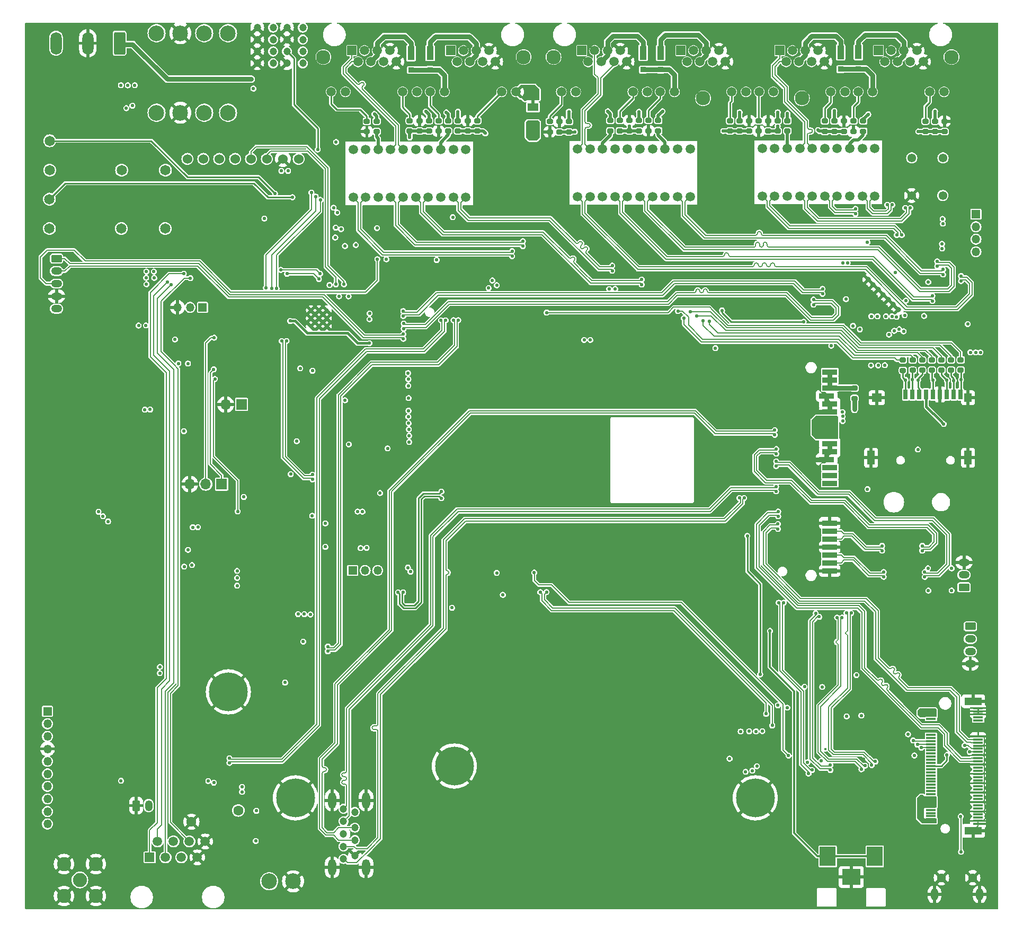
<source format=gbl>
G04 #@! TF.GenerationSoftware,KiCad,Pcbnew,8.0.0-rc1*
G04 #@! TF.CreationDate,2024-10-18T14:45:25+03:00*
G04 #@! TF.ProjectId,Movita_3568_XV_Router_V4.1,4d6f7669-7461-45f3-9335-36385f58565f,REV1*
G04 #@! TF.SameCoordinates,Original*
G04 #@! TF.FileFunction,Copper,L6,Bot*
G04 #@! TF.FilePolarity,Positive*
%FSLAX46Y46*%
G04 Gerber Fmt 4.6, Leading zero omitted, Abs format (unit mm)*
G04 Created by KiCad (PCBNEW 8.0.0-rc1) date 2024-10-18 14:45:25*
%MOMM*%
%LPD*%
G01*
G04 APERTURE LIST*
G04 Aperture macros list*
%AMRoundRect*
0 Rectangle with rounded corners*
0 $1 Rounding radius*
0 $2 $3 $4 $5 $6 $7 $8 $9 X,Y pos of 4 corners*
0 Add a 4 corners polygon primitive as box body*
4,1,4,$2,$3,$4,$5,$6,$7,$8,$9,$2,$3,0*
0 Add four circle primitives for the rounded corners*
1,1,$1+$1,$2,$3*
1,1,$1+$1,$4,$5*
1,1,$1+$1,$6,$7*
1,1,$1+$1,$8,$9*
0 Add four rect primitives between the rounded corners*
20,1,$1+$1,$2,$3,$4,$5,0*
20,1,$1+$1,$4,$5,$6,$7,0*
20,1,$1+$1,$6,$7,$8,$9,0*
20,1,$1+$1,$8,$9,$2,$3,0*%
G04 Aperture macros list end*
G04 #@! TA.AperFunction,ComponentPad*
%ADD10C,1.500000*%
G04 #@! TD*
G04 #@! TA.AperFunction,ComponentPad*
%ADD11C,1.381000*%
G04 #@! TD*
G04 #@! TA.AperFunction,ComponentPad*
%ADD12C,1.200000*%
G04 #@! TD*
G04 #@! TA.AperFunction,ComponentPad*
%ADD13R,1.500000X1.500000*%
G04 #@! TD*
G04 #@! TA.AperFunction,ComponentPad*
%ADD14C,2.300000*%
G04 #@! TD*
G04 #@! TA.AperFunction,ComponentPad*
%ADD15RoundRect,0.250000X-0.625000X0.350000X-0.625000X-0.350000X0.625000X-0.350000X0.625000X0.350000X0*%
G04 #@! TD*
G04 #@! TA.AperFunction,ComponentPad*
%ADD16O,1.750000X1.200000*%
G04 #@! TD*
G04 #@! TA.AperFunction,ComponentPad*
%ADD17R,1.350000X1.350000*%
G04 #@! TD*
G04 #@! TA.AperFunction,ComponentPad*
%ADD18O,1.350000X1.350000*%
G04 #@! TD*
G04 #@! TA.AperFunction,ComponentPad*
%ADD19R,2.500000X3.100000*%
G04 #@! TD*
G04 #@! TA.AperFunction,ComponentPad*
%ADD20R,3.000000X2.500000*%
G04 #@! TD*
G04 #@! TA.AperFunction,ComponentPad*
%ADD21C,0.600000*%
G04 #@! TD*
G04 #@! TA.AperFunction,ComponentPad*
%ADD22C,0.900000*%
G04 #@! TD*
G04 #@! TA.AperFunction,ComponentPad*
%ADD23C,6.200000*%
G04 #@! TD*
G04 #@! TA.AperFunction,ComponentPad*
%ADD24C,1.650000*%
G04 #@! TD*
G04 #@! TA.AperFunction,ComponentPad*
%ADD25C,0.800000*%
G04 #@! TD*
G04 #@! TA.AperFunction,ComponentPad*
%ADD26R,1.700000X1.700000*%
G04 #@! TD*
G04 #@! TA.AperFunction,ComponentPad*
%ADD27O,1.700000X1.700000*%
G04 #@! TD*
G04 #@! TA.AperFunction,ComponentPad*
%ADD28C,2.250000*%
G04 #@! TD*
G04 #@! TA.AperFunction,ComponentPad*
%ADD29O,1.200000X1.900000*%
G04 #@! TD*
G04 #@! TA.AperFunction,ComponentPad*
%ADD30C,1.450000*%
G04 #@! TD*
G04 #@! TA.AperFunction,ComponentPad*
%ADD31RoundRect,0.250000X0.625000X-0.350000X0.625000X0.350000X-0.625000X0.350000X-0.625000X-0.350000X0*%
G04 #@! TD*
G04 #@! TA.AperFunction,ComponentPad*
%ADD32RoundRect,0.250000X0.650000X1.550000X-0.650000X1.550000X-0.650000X-1.550000X0.650000X-1.550000X0*%
G04 #@! TD*
G04 #@! TA.AperFunction,ComponentPad*
%ADD33O,1.800000X3.600000*%
G04 #@! TD*
G04 #@! TA.AperFunction,ComponentPad*
%ADD34RoundRect,0.250000X-0.350000X-0.625000X0.350000X-0.625000X0.350000X0.625000X-0.350000X0.625000X0*%
G04 #@! TD*
G04 #@! TA.AperFunction,ComponentPad*
%ADD35O,1.200000X1.750000*%
G04 #@! TD*
G04 #@! TA.AperFunction,ComponentPad*
%ADD36C,2.500000*%
G04 #@! TD*
G04 #@! TA.AperFunction,SMDPad,CuDef*
%ADD37RoundRect,0.200000X0.275000X-0.200000X0.275000X0.200000X-0.275000X0.200000X-0.275000X-0.200000X0*%
G04 #@! TD*
G04 #@! TA.AperFunction,ComponentPad*
%ADD38O,3.200000X2.000000*%
G04 #@! TD*
G04 #@! TA.AperFunction,SMDPad,CuDef*
%ADD39R,2.400000X0.900000*%
G04 #@! TD*
G04 #@! TA.AperFunction,SMDPad,CuDef*
%ADD40R,1.120000X2.170000*%
G04 #@! TD*
G04 #@! TA.AperFunction,SMDPad,CuDef*
%ADD41R,0.850000X0.850000*%
G04 #@! TD*
G04 #@! TA.AperFunction,SMDPad,CuDef*
%ADD42RoundRect,0.200000X-0.275000X0.200000X-0.275000X-0.200000X0.275000X-0.200000X0.275000X0.200000X0*%
G04 #@! TD*
G04 #@! TA.AperFunction,ComponentPad*
%ADD43O,1.300000X2.600000*%
G04 #@! TD*
G04 #@! TA.AperFunction,ComponentPad*
%ADD44C,1.600000*%
G04 #@! TD*
G04 #@! TA.AperFunction,SMDPad,CuDef*
%ADD45R,1.800000X1.200000*%
G04 #@! TD*
G04 #@! TA.AperFunction,SMDPad,CuDef*
%ADD46R,0.700000X1.600000*%
G04 #@! TD*
G04 #@! TA.AperFunction,SMDPad,CuDef*
%ADD47R,1.200000X1.400000*%
G04 #@! TD*
G04 #@! TA.AperFunction,SMDPad,CuDef*
%ADD48R,1.200000X2.200000*%
G04 #@! TD*
G04 #@! TA.AperFunction,SMDPad,CuDef*
%ADD49R,1.600000X1.400000*%
G04 #@! TD*
G04 #@! TA.AperFunction,SMDPad,CuDef*
%ADD50R,1.550000X0.300000*%
G04 #@! TD*
G04 #@! TA.AperFunction,SMDPad,CuDef*
%ADD51R,2.750000X1.200000*%
G04 #@! TD*
G04 #@! TA.AperFunction,ComponentPad*
%ADD52C,1.524000*%
G04 #@! TD*
G04 #@! TA.AperFunction,ViaPad*
%ADD53C,0.550000*%
G04 #@! TD*
G04 #@! TA.AperFunction,ViaPad*
%ADD54C,0.400000*%
G04 #@! TD*
G04 #@! TA.AperFunction,Conductor*
%ADD55C,0.200000*%
G04 #@! TD*
G04 #@! TA.AperFunction,Conductor*
%ADD56C,0.762000*%
G04 #@! TD*
G04 #@! TA.AperFunction,Conductor*
%ADD57C,0.381000*%
G04 #@! TD*
G04 #@! TA.AperFunction,Conductor*
%ADD58C,0.500000*%
G04 #@! TD*
G04 #@! TA.AperFunction,Conductor*
%ADD59C,0.508000*%
G04 #@! TD*
G04 #@! TA.AperFunction,Conductor*
%ADD60C,0.768000*%
G04 #@! TD*
G04 #@! TA.AperFunction,Conductor*
%ADD61C,0.254000*%
G04 #@! TD*
G04 #@! TA.AperFunction,Conductor*
%ADD62C,0.177000*%
G04 #@! TD*
G04 #@! TA.AperFunction,Conductor*
%ADD63C,0.763000*%
G04 #@! TD*
G04 #@! TA.AperFunction,Conductor*
%ADD64C,0.300000*%
G04 #@! TD*
G04 APERTURE END LIST*
D10*
X100300000Y-53650000D03*
X102300000Y-53650000D03*
X104300000Y-53650000D03*
X106300000Y-53650000D03*
X108300000Y-53650000D03*
X110300000Y-53650000D03*
X112300000Y-53650000D03*
X114300000Y-53650000D03*
X116300000Y-53650000D03*
X118300000Y-53650000D03*
X118300000Y-46030000D03*
X116300000Y-46030000D03*
X114300000Y-46030000D03*
X112300000Y-46030000D03*
X110300000Y-46030000D03*
X108300000Y-46030000D03*
X106300000Y-46030000D03*
X104300000Y-46030000D03*
X102300000Y-46030000D03*
X100300000Y-46030000D03*
D11*
X189540000Y-53340000D03*
X194540000Y-53340000D03*
D12*
X89710000Y-26540000D03*
X92250000Y-26540000D03*
X89710000Y-28440000D03*
X92250000Y-28440000D03*
X89710000Y-30340000D03*
X92250000Y-30340000D03*
X89710000Y-32240000D03*
X92250000Y-32240000D03*
D11*
X189570000Y-47350000D03*
X194570000Y-47350000D03*
D12*
X84970000Y-26540000D03*
X87510000Y-26540000D03*
X84970000Y-28440000D03*
X87510000Y-28440000D03*
X84970000Y-30340000D03*
X87510000Y-30340000D03*
X84970000Y-32240000D03*
X87510000Y-32240000D03*
D13*
X100070000Y-30210000D03*
X115870000Y-30210000D03*
D10*
X101090000Y-31990000D03*
X116890000Y-31990000D03*
X102110000Y-30210000D03*
X117910000Y-30210000D03*
X103130000Y-31990000D03*
X118930000Y-31990000D03*
X104150000Y-30210000D03*
X119950000Y-30210000D03*
X105170000Y-31990000D03*
X120970000Y-31990000D03*
X106190000Y-30210000D03*
X121990000Y-30210000D03*
X107210000Y-31990000D03*
X123010000Y-31990000D03*
X99080000Y-36800000D03*
X96790000Y-36800000D03*
X110510000Y-36800000D03*
X108220000Y-36800000D03*
X114890000Y-36800000D03*
X112600000Y-36800000D03*
X126320000Y-36800000D03*
X124030000Y-36800000D03*
D14*
X127540000Y-31230000D03*
X95540000Y-31230000D03*
D15*
X198930000Y-122160000D03*
D16*
X198930000Y-124160000D03*
X198930000Y-126160000D03*
X198930000Y-128160000D03*
D17*
X51440000Y-135720000D03*
D18*
X51440000Y-137720000D03*
X51440000Y-139720000D03*
X51440000Y-141720000D03*
X51440000Y-143720000D03*
X51440000Y-145720000D03*
X51440000Y-147720000D03*
X51440000Y-149720000D03*
X51440000Y-151720000D03*
X51440000Y-153720000D03*
D19*
X176150000Y-158890000D03*
X183650000Y-158890000D03*
D20*
X179900000Y-162190000D03*
D21*
X96095000Y-71685000D03*
X94820000Y-71685000D03*
X93545000Y-71685000D03*
X96095000Y-72960000D03*
X94820000Y-72960000D03*
X93545000Y-72960000D03*
X96095000Y-74235000D03*
X94820000Y-74235000D03*
X93545000Y-74235000D03*
D22*
X161970000Y-149550000D03*
X162720000Y-147700000D03*
X162720000Y-151400000D03*
X164570000Y-146950000D03*
D23*
X164570000Y-149550000D03*
D22*
X164570000Y-152150000D03*
X166420000Y-147700000D03*
X166420000Y-151400000D03*
X167170000Y-149550000D03*
D24*
X51800000Y-44610000D03*
X51800000Y-49310000D03*
X63300000Y-49310000D03*
X70300000Y-49310000D03*
D25*
X187420000Y-71560000D03*
X186620000Y-70760000D03*
X185820000Y-69960000D03*
X185020000Y-69160000D03*
X184220000Y-68360000D03*
X183420000Y-67560000D03*
X182620000Y-66760000D03*
D26*
X82465000Y-86710000D03*
D27*
X79925000Y-86710000D03*
D17*
X76220000Y-71210000D03*
D18*
X74220000Y-71210000D03*
X72220000Y-71210000D03*
D28*
X56630000Y-162660000D03*
X54080000Y-165210000D03*
X59180000Y-165210000D03*
X59180000Y-160110000D03*
X54080000Y-160110000D03*
D29*
X193185000Y-164986250D03*
D30*
X194310000Y-162306250D03*
X199310000Y-162306250D03*
D29*
X200435000Y-164986250D03*
D31*
X197920000Y-115930000D03*
D16*
X197920000Y-113930000D03*
X197920000Y-111930000D03*
D13*
X136855000Y-30210000D03*
X152655000Y-30210000D03*
X168455000Y-30210000D03*
X184255000Y-30210000D03*
D10*
X137875000Y-31990000D03*
X153675000Y-31990000D03*
X169475000Y-31990000D03*
X185275000Y-31990000D03*
X138895000Y-30210000D03*
X154695000Y-30210000D03*
X170495000Y-30210000D03*
X186295000Y-30210000D03*
X139915000Y-31990000D03*
X155715000Y-31990000D03*
X171515000Y-31990000D03*
X187315000Y-31990000D03*
X140935000Y-30210000D03*
X156735000Y-30210000D03*
X172535000Y-30210000D03*
X188335000Y-30210000D03*
X141955000Y-31990000D03*
X157755000Y-31990000D03*
X173555000Y-31990000D03*
X189355000Y-31990000D03*
X142975000Y-30210000D03*
X158775000Y-30210000D03*
X174575000Y-30210000D03*
X190375000Y-30210000D03*
X143995000Y-31990000D03*
X159795000Y-31990000D03*
X175595000Y-31990000D03*
X191395000Y-31990000D03*
X135855000Y-36800000D03*
X133565000Y-36800000D03*
X147285000Y-36800000D03*
X144995000Y-36800000D03*
X151665000Y-36800000D03*
X149375000Y-36800000D03*
X163095000Y-36800000D03*
X160805000Y-36800000D03*
X167475000Y-36800000D03*
X165185000Y-36800000D03*
X178905000Y-36800000D03*
X176615000Y-36800000D03*
X183285000Y-36800000D03*
X180995000Y-36800000D03*
X194715000Y-36800000D03*
X192425000Y-36800000D03*
D14*
X195925000Y-31230000D03*
X172025000Y-37820000D03*
X156225000Y-37820000D03*
X132325000Y-31230000D03*
D15*
X52900000Y-63420000D03*
D16*
X52900000Y-65420000D03*
X52900000Y-67420000D03*
X52900000Y-69420000D03*
X52900000Y-71420000D03*
D32*
X62962500Y-29027500D03*
D33*
X57882500Y-29027500D03*
X52802500Y-29027500D03*
D24*
X51760000Y-53930000D03*
X51760000Y-58630000D03*
X63260000Y-58630000D03*
X70260000Y-58630000D03*
D34*
X65610000Y-150780000D03*
D35*
X67610000Y-150780000D03*
D36*
X68875000Y-27420000D03*
X72685000Y-27420000D03*
X76495000Y-27420000D03*
X80305000Y-27420000D03*
X68875000Y-40120000D03*
X72685000Y-40120000D03*
X76495000Y-40120000D03*
X80305000Y-40120000D03*
D17*
X100210000Y-113230000D03*
D18*
X102210000Y-113230000D03*
X104210000Y-113230000D03*
D10*
X136140000Y-53540000D03*
X138140000Y-53540000D03*
X140140000Y-53540000D03*
X142140000Y-53540000D03*
X144140000Y-53540000D03*
X146140000Y-53540000D03*
X148140000Y-53540000D03*
X150140000Y-53540000D03*
X152140000Y-53540000D03*
X154140000Y-53540000D03*
X154140000Y-45920000D03*
X152140000Y-45920000D03*
X150140000Y-45920000D03*
X148140000Y-45920000D03*
X146140000Y-45920000D03*
X144140000Y-45920000D03*
X142140000Y-45920000D03*
X140140000Y-45920000D03*
X138140000Y-45920000D03*
X136140000Y-45920000D03*
D26*
X79285000Y-99445000D03*
D27*
X76745000Y-99445000D03*
X74205000Y-99445000D03*
D13*
X67775000Y-159050000D03*
D10*
X69045000Y-156510000D03*
X70315000Y-159050000D03*
X71585000Y-156510000D03*
X72855000Y-159050000D03*
X74125000Y-156510000D03*
X75395000Y-159050000D03*
X76665000Y-156510000D03*
D17*
X199830000Y-56340000D03*
D18*
X199830000Y-58340000D03*
X199830000Y-60340000D03*
X199830000Y-62340000D03*
D22*
X88470000Y-149550000D03*
X89220000Y-147700000D03*
X89220000Y-151400000D03*
X91070000Y-146950000D03*
D23*
X91070000Y-149550000D03*
D22*
X91070000Y-152150000D03*
X92920000Y-147700000D03*
X92920000Y-151400000D03*
X93670000Y-149550000D03*
D10*
X165670000Y-53430000D03*
X167670000Y-53430000D03*
X169670000Y-53430000D03*
X171670000Y-53430000D03*
X173670000Y-53430000D03*
X175670000Y-53430000D03*
X177670000Y-53430000D03*
X179670000Y-53430000D03*
X181670000Y-53430000D03*
X183670000Y-53430000D03*
X183670000Y-45810000D03*
X181670000Y-45810000D03*
X179670000Y-45810000D03*
X177670000Y-45810000D03*
X175670000Y-45810000D03*
X173670000Y-45810000D03*
X171670000Y-45810000D03*
X169670000Y-45810000D03*
X167670000Y-45810000D03*
X165670000Y-45810000D03*
D37*
X142920000Y-43015000D03*
X142920000Y-41365000D03*
D38*
X174240000Y-116135000D03*
X174240000Y-78715000D03*
D39*
X176480000Y-99315000D03*
X176480000Y-98035000D03*
X176480000Y-96765000D03*
X175980000Y-95495000D03*
X176480000Y-94225000D03*
X176480000Y-92955000D03*
X176480000Y-91685000D03*
X176480000Y-90415000D03*
X176480000Y-89145000D03*
X176480000Y-87875000D03*
X176480000Y-86605000D03*
X175980000Y-85335000D03*
X176480000Y-84065000D03*
X176480000Y-82795000D03*
X176480000Y-81525000D03*
X176480000Y-113275000D03*
X176480000Y-112005000D03*
X176480000Y-110735000D03*
X176480000Y-109465000D03*
X176480000Y-108195000D03*
X176480000Y-106925000D03*
X176480000Y-105655000D03*
D40*
X149435000Y-30562500D03*
D41*
X149435000Y-33242500D03*
D42*
X163600000Y-41410000D03*
X163600000Y-43060000D03*
D40*
X146625000Y-30562500D03*
D41*
X146625000Y-33242500D03*
D42*
X118590000Y-41395000D03*
X118590000Y-43045000D03*
X115490000Y-41415000D03*
X115490000Y-43065000D03*
X192780000Y-79590000D03*
X192780000Y-81240000D03*
D12*
X100560000Y-151800000D03*
X100560000Y-154300000D03*
X100560000Y-156300000D03*
X100560000Y-158800000D03*
X98760000Y-159300000D03*
X98760000Y-157300000D03*
X98760000Y-155300000D03*
X98760000Y-153300000D03*
X98760000Y-151300000D03*
D43*
X96950000Y-149950000D03*
X96950000Y-160650000D03*
X102370000Y-149950000D03*
X102370000Y-160650000D03*
D37*
X168160000Y-43050000D03*
X168160000Y-41400000D03*
D42*
X180260000Y-41450000D03*
X180260000Y-43100000D03*
X133240000Y-41545000D03*
X133240000Y-43195000D03*
D37*
X193280000Y-43130000D03*
X193280000Y-41480000D03*
X162060000Y-43060000D03*
X162060000Y-41410000D03*
X134770000Y-43195000D03*
X134770000Y-41545000D03*
D22*
X119065014Y-144465000D03*
X118315014Y-146315000D03*
X118315014Y-142615000D03*
X116465014Y-147065000D03*
D23*
X116465014Y-144465000D03*
D22*
X116465014Y-141865000D03*
X114615014Y-146315000D03*
X114615014Y-142615000D03*
X113865014Y-144465000D03*
D42*
X194800000Y-41480000D03*
X194800000Y-43130000D03*
D44*
X81950000Y-151560000D03*
X74450000Y-153360000D03*
D42*
X188160000Y-79625000D03*
X188160000Y-81275000D03*
D45*
X129037500Y-42137500D03*
X129037500Y-39237500D03*
D46*
X188580000Y-85130000D03*
X189680000Y-85130000D03*
X190780000Y-85130000D03*
X191880000Y-85130000D03*
X192980000Y-85130000D03*
X194080000Y-85130000D03*
X195180000Y-85130000D03*
X196280000Y-85130000D03*
X197380000Y-85130000D03*
D47*
X198580000Y-85630000D03*
D48*
X198580000Y-95230000D03*
X183080000Y-95230000D03*
D49*
X183980000Y-85630000D03*
D42*
X149055000Y-41355000D03*
X149055000Y-43005000D03*
X109340000Y-41405000D03*
X109340000Y-43055000D03*
X175680000Y-41440000D03*
X175680000Y-43090000D03*
X181820000Y-41450000D03*
X181820000Y-43100000D03*
D40*
X178190000Y-30480000D03*
D41*
X178190000Y-33160000D03*
D22*
X82950000Y-132617502D03*
X82200000Y-134467502D03*
X82200000Y-130767502D03*
X80350000Y-135217502D03*
D23*
X80350000Y-132617502D03*
D22*
X80350000Y-130017502D03*
X78500000Y-134467502D03*
X78500000Y-130767502D03*
X77750000Y-132617502D03*
D42*
X166640000Y-41415000D03*
X166640000Y-43065000D03*
D50*
X200184900Y-153715000D03*
X192634900Y-153465000D03*
X200184900Y-153215000D03*
X192634900Y-152965000D03*
X200184900Y-152715000D03*
X192634900Y-152465000D03*
X200184900Y-152215000D03*
X192634900Y-151965000D03*
X200184900Y-151715000D03*
X192634900Y-151465000D03*
X200184900Y-151215000D03*
X192634900Y-150965000D03*
X200184900Y-150715000D03*
X192634900Y-150465000D03*
X200184900Y-150215000D03*
X192634900Y-149965000D03*
X200184900Y-149715000D03*
X192634900Y-149465000D03*
X200184900Y-149215000D03*
X192634900Y-148965000D03*
X200184900Y-148715000D03*
X192634900Y-148465000D03*
X200184900Y-148215000D03*
X192634900Y-147965000D03*
X200184900Y-147715000D03*
X192634900Y-147465000D03*
X200184900Y-147215000D03*
X192634900Y-146965000D03*
X200184900Y-146715000D03*
X192634900Y-146465000D03*
X200184900Y-146215000D03*
X192634900Y-145965000D03*
X200184900Y-145715000D03*
X192634900Y-145465000D03*
X200184900Y-145215000D03*
X192634900Y-144965000D03*
X200184900Y-144715000D03*
X192634900Y-144465000D03*
X200184900Y-144215000D03*
X192634900Y-143965000D03*
X200184900Y-143715000D03*
X192634900Y-143465000D03*
X200184900Y-143215000D03*
X192634900Y-142965000D03*
X200184900Y-142715000D03*
X192634900Y-142465000D03*
X200184900Y-142215000D03*
X192634900Y-141965000D03*
X200184900Y-141715000D03*
X192634900Y-141465000D03*
X200184900Y-141215000D03*
X192634900Y-140965000D03*
X200184900Y-140715000D03*
X192634900Y-140465000D03*
X200184900Y-140215000D03*
X192634900Y-139965000D03*
X200184900Y-139715000D03*
X192634900Y-139465000D03*
X200184900Y-137215000D03*
X192634900Y-136965000D03*
X200184900Y-136715000D03*
X192634900Y-136465000D03*
X200184900Y-136215000D03*
X192634900Y-135965000D03*
X200184900Y-135715000D03*
X192634900Y-135465000D03*
X200184900Y-135215000D03*
D51*
X199409900Y-154815000D03*
X199409900Y-134115000D03*
D42*
X165120000Y-41410000D03*
X165120000Y-43060000D03*
X191750000Y-41480000D03*
X191750000Y-43130000D03*
X194330000Y-79590000D03*
X194330000Y-81240000D03*
X160540000Y-41400000D03*
X160540000Y-43050000D03*
X195870000Y-79590000D03*
X195870000Y-81240000D03*
X113940000Y-41405000D03*
X113940000Y-43055000D03*
X131710000Y-41530000D03*
X131710000Y-43180000D03*
X104050000Y-41480000D03*
X104050000Y-43130000D03*
X178730000Y-41440000D03*
X178730000Y-43090000D03*
D37*
X145995000Y-43020000D03*
X145995000Y-41370000D03*
X112410000Y-43045000D03*
X112410000Y-41395000D03*
D42*
X189700000Y-79615000D03*
X189700000Y-81265000D03*
X120150000Y-41395000D03*
X120150000Y-43045000D03*
D40*
X109545000Y-30622500D03*
D41*
X109545000Y-33302500D03*
D40*
X181050000Y-30460000D03*
D41*
X181050000Y-33140000D03*
D42*
X102490000Y-41490000D03*
X102490000Y-43140000D03*
X144465000Y-41370000D03*
X144465000Y-43020000D03*
D37*
X117050000Y-43045000D03*
X117050000Y-41395000D03*
D42*
X141380000Y-41365000D03*
X141380000Y-43015000D03*
X197400000Y-79585000D03*
X197400000Y-81235000D03*
X169710000Y-41400000D03*
X169710000Y-43050000D03*
D40*
X112580000Y-30610000D03*
D41*
X112580000Y-33290000D03*
D42*
X147515000Y-41355000D03*
X147515000Y-43005000D03*
D36*
X90690000Y-162870000D03*
X86880000Y-162870000D03*
D37*
X177190000Y-43090000D03*
X177190000Y-41440000D03*
D42*
X110880000Y-41405000D03*
X110880000Y-43055000D03*
D52*
X91600000Y-47510000D03*
X89060000Y-47510000D03*
X86520000Y-47510000D03*
X83980000Y-47510000D03*
X81440000Y-47510000D03*
X78900000Y-47510000D03*
X76360000Y-47510000D03*
X73820000Y-47510000D03*
D42*
X191230000Y-79605000D03*
X191230000Y-81255000D03*
D37*
X180420000Y-85755000D03*
X180420000Y-84105000D03*
D53*
X101020000Y-103830000D03*
X93750000Y-104480000D03*
X99565000Y-69450000D03*
X113640000Y-63650000D03*
X105600000Y-63530000D03*
X98050000Y-69450000D03*
X74550000Y-112370000D03*
X101780000Y-103840000D03*
X105800000Y-93730000D03*
X182500000Y-100240000D03*
X97560000Y-44820000D03*
X190464525Y-141040000D03*
X122540000Y-66910000D03*
X191100000Y-141540000D03*
X123250000Y-67680000D03*
X116333000Y-73270000D03*
X96250000Y-125383000D03*
X50692184Y-163489381D03*
X133670000Y-151380000D03*
X191780000Y-52680000D03*
X65080000Y-83220000D03*
X163190000Y-96130000D03*
X126970000Y-139660000D03*
X100450000Y-139700000D03*
X154650000Y-82010000D03*
X115690000Y-84700000D03*
X186940000Y-49830000D03*
X189550000Y-148320000D03*
X169010000Y-165220000D03*
X198410000Y-106890000D03*
X183390000Y-134690000D03*
X122620000Y-53120000D03*
X161370000Y-122210000D03*
X163900000Y-89320000D03*
X127770000Y-109570000D03*
X148170000Y-109570000D03*
X144270000Y-139050000D03*
X90500000Y-94210000D03*
X63660000Y-102740000D03*
X112570000Y-135710000D03*
X57950000Y-36930000D03*
X87190000Y-147190000D03*
X124700000Y-130730000D03*
X124420000Y-89730000D03*
X85460000Y-120150000D03*
X127460000Y-91890000D03*
X140530000Y-130190000D03*
X152590000Y-150010000D03*
X156950000Y-132390000D03*
X62600000Y-74420000D03*
X84700000Y-165940000D03*
X169760000Y-146440000D03*
X93500000Y-153830000D03*
X161072415Y-80698298D03*
X126900000Y-141390000D03*
X191780000Y-48100000D03*
X192260000Y-129450000D03*
X60430000Y-54110000D03*
X150000000Y-82050000D03*
X170710000Y-128090000D03*
X111490000Y-165180000D03*
X129600000Y-33460000D03*
X72960000Y-55840000D03*
X131820000Y-147210000D03*
X104740000Y-165900000D03*
X66020000Y-156410000D03*
X175310000Y-71690000D03*
X179500000Y-145990000D03*
X126740000Y-159160000D03*
X92210000Y-166030000D03*
X64280000Y-134610000D03*
X144910000Y-125610000D03*
X175750000Y-147330000D03*
X127659331Y-101838142D03*
X198570000Y-152730000D03*
X99460000Y-161030000D03*
X82160000Y-29870000D03*
X195200000Y-136550000D03*
X113150000Y-104680000D03*
X100550000Y-115840000D03*
X164970000Y-26940000D03*
X63310000Y-143070000D03*
X58490000Y-73700000D03*
X198120000Y-136020000D03*
X185930000Y-118760000D03*
X56820000Y-131390000D03*
X147446051Y-112487556D03*
X174640000Y-128290000D03*
X200290000Y-98160000D03*
X146960000Y-125670000D03*
X112590000Y-133770000D03*
X180670000Y-114050000D03*
X122620000Y-50420000D03*
X100700000Y-67870000D03*
X58100000Y-61970000D03*
X84230000Y-44660000D03*
X57670000Y-97830000D03*
X56690000Y-142650000D03*
X107940000Y-105410000D03*
X100530000Y-117550000D03*
X132220000Y-134450000D03*
X162800000Y-156410000D03*
X100720000Y-141660000D03*
X96080000Y-165990000D03*
X133060000Y-160370000D03*
X72730000Y-31550000D03*
X196880000Y-36200000D03*
X131810000Y-122400000D03*
X171910000Y-148910000D03*
X167750000Y-84080000D03*
X75900000Y-136860000D03*
X51560000Y-106970000D03*
X120650000Y-117300000D03*
X112960000Y-90840000D03*
X173690000Y-95490000D03*
X191500000Y-59870000D03*
X179670000Y-140530000D03*
X155618708Y-86617050D03*
X86670000Y-151490000D03*
X132240000Y-132510000D03*
X87740000Y-40520000D03*
X96410000Y-115530000D03*
X137300000Y-59260000D03*
X136420000Y-73120000D03*
X108980000Y-155690000D03*
X135310000Y-86140000D03*
X120830000Y-128770000D03*
X164070000Y-86490000D03*
X81770000Y-136580000D03*
X188970000Y-161730000D03*
X92460000Y-70720000D03*
X200510000Y-43160000D03*
X130950000Y-49760000D03*
X187490000Y-152530000D03*
X142700000Y-117330000D03*
X148350000Y-73760000D03*
X126990000Y-50040000D03*
X154830000Y-109570000D03*
X180730000Y-159780000D03*
X111550000Y-159270000D03*
X118040000Y-119840000D03*
X182120000Y-148930000D03*
X166130000Y-127840000D03*
X162810000Y-53190000D03*
X96700000Y-144510000D03*
X121940000Y-27170000D03*
X195280000Y-62720000D03*
X69140000Y-47520000D03*
X185170000Y-153330000D03*
X168390000Y-71980000D03*
X127470000Y-89510000D03*
X155420000Y-112270000D03*
X156080000Y-99550000D03*
X198480000Y-108460000D03*
X139330000Y-142810000D03*
X147390000Y-165810000D03*
X119870000Y-79240000D03*
X75780000Y-144520000D03*
X118160000Y-75110000D03*
X135840000Y-130110000D03*
X64740000Y-42950000D03*
X116190000Y-133690000D03*
X119000000Y-156130000D03*
X126980000Y-164720000D03*
X101100000Y-73580000D03*
X148550000Y-147460000D03*
X148770000Y-117060000D03*
X140730000Y-117370000D03*
X133720000Y-154060000D03*
X132240000Y-130190000D03*
X118040000Y-117320000D03*
X140750000Y-122650000D03*
X142940000Y-86910000D03*
X143140000Y-146080000D03*
X131120000Y-89530000D03*
X141560000Y-79780000D03*
X123210000Y-42270000D03*
X61150000Y-43030000D03*
X57900000Y-134750000D03*
X58050000Y-34780000D03*
X87650000Y-138830000D03*
X143980000Y-112450000D03*
X84470000Y-86640000D03*
X60660000Y-121200000D03*
X151440000Y-109530000D03*
X127170000Y-86450000D03*
X57100000Y-105400000D03*
X87040000Y-159660000D03*
X82790000Y-78110000D03*
X191830000Y-73910000D03*
X155030000Y-159420000D03*
X62130000Y-131100000D03*
X127190000Y-121290000D03*
X193660000Y-66750000D03*
X117820000Y-112830000D03*
X155420000Y-118690000D03*
X197410000Y-64120000D03*
X148470000Y-76300000D03*
X99370000Y-165970000D03*
X86620000Y-149330000D03*
X199230000Y-159720000D03*
X136360000Y-147440000D03*
X119320000Y-100820000D03*
X61620000Y-125500000D03*
X119690000Y-166270000D03*
X152260000Y-138620000D03*
X173280000Y-159510000D03*
X96480000Y-112050000D03*
X55310000Y-78690000D03*
X153140000Y-130230000D03*
X67780000Y-91280000D03*
X117340000Y-152650000D03*
X134390000Y-102080000D03*
X61023077Y-61788369D03*
X200350000Y-105290000D03*
X137440000Y-84080000D03*
X93700000Y-94180000D03*
X129900000Y-98390000D03*
X120520000Y-107390000D03*
X56888405Y-55198736D03*
X127170000Y-84110000D03*
X73670000Y-144460000D03*
X150740000Y-130850000D03*
X88540000Y-154620000D03*
X62420000Y-68670000D03*
X51820000Y-111130000D03*
X175540000Y-56260000D03*
X144930000Y-135060000D03*
X117790000Y-107540000D03*
X156950000Y-129730000D03*
X120960000Y-96060000D03*
X112870000Y-88230000D03*
X90720000Y-90100000D03*
X119820000Y-89510000D03*
X195930000Y-147440000D03*
X147530000Y-156670000D03*
X120520000Y-109520000D03*
X122600000Y-100820000D03*
X60430000Y-52510000D03*
X143210000Y-59290000D03*
X166930000Y-121570000D03*
X183210000Y-41000000D03*
X181050000Y-157880000D03*
X135820000Y-134370000D03*
X151020000Y-162190000D03*
X60450000Y-27680000D03*
X161070000Y-86660000D03*
X120880000Y-131450000D03*
X139600000Y-165050000D03*
X54140000Y-83880000D03*
X184880000Y-134710000D03*
X113170000Y-78380000D03*
X200810000Y-159750000D03*
X152040000Y-143510000D03*
X78440000Y-49330000D03*
X166880000Y-144000000D03*
X112590000Y-131450000D03*
X159200000Y-132370000D03*
X93520000Y-163300000D03*
X81440000Y-56830000D03*
X120220000Y-137760000D03*
X87356646Y-78112123D03*
X166330000Y-67980000D03*
X127650000Y-117780000D03*
X60380000Y-59100000D03*
X190640000Y-127710000D03*
X76730000Y-123420000D03*
X165660000Y-159310000D03*
X115520000Y-87750000D03*
X140480000Y-127510000D03*
X193740000Y-72690000D03*
X83210000Y-62710000D03*
X114950000Y-76860000D03*
X79500000Y-62840000D03*
X73570000Y-165850000D03*
X117470000Y-38820000D03*
X85690000Y-157240000D03*
X50610000Y-160430000D03*
X178710000Y-157940000D03*
X191880000Y-62790000D03*
X153790000Y-117080000D03*
X122920000Y-119960000D03*
X141840000Y-107040000D03*
X132190000Y-127510000D03*
X63860000Y-123480000D03*
X139260000Y-145440000D03*
X166900000Y-130660000D03*
X196100000Y-98340000D03*
X60660000Y-111170000D03*
X87290000Y-115340000D03*
X158870000Y-112210000D03*
X126780000Y-53120000D03*
X159140000Y-134770000D03*
X156930000Y-127290000D03*
X180680000Y-116110000D03*
X85010000Y-115450000D03*
X131220000Y-92130000D03*
X137760000Y-117400000D03*
X185140000Y-116590000D03*
X194280000Y-75620000D03*
X118330000Y-71970000D03*
X184610000Y-107840000D03*
X191420000Y-118780000D03*
X166860000Y-119360000D03*
X78500000Y-142690000D03*
X111230000Y-27170000D03*
X170180000Y-120890000D03*
X132380000Y-82960000D03*
X129510000Y-84030000D03*
X180470000Y-97210000D03*
X112890000Y-85020000D03*
X123250000Y-161300000D03*
X63320000Y-78080000D03*
X130960000Y-162650000D03*
X158020000Y-162760000D03*
X76565185Y-117156274D03*
X119580000Y-84680000D03*
X79010000Y-118290000D03*
X186720000Y-46540000D03*
X124520000Y-133370000D03*
X116140000Y-128690000D03*
X54100000Y-150580000D03*
X61740000Y-153250000D03*
X104610000Y-159940000D03*
X117750000Y-92000000D03*
X135720000Y-149490000D03*
X75650000Y-142270000D03*
X164230000Y-128410000D03*
X144740000Y-107040000D03*
X161140000Y-152970000D03*
X83260000Y-123750000D03*
X64910000Y-125400000D03*
X200290000Y-91760000D03*
X75060000Y-104300000D03*
X75090000Y-101980000D03*
X196640000Y-39550000D03*
X64890000Y-103820000D03*
X173380000Y-155940000D03*
X162870000Y-162540000D03*
X134830000Y-30970000D03*
X155910000Y-95620000D03*
X103100000Y-118680000D03*
X185930000Y-121230000D03*
X188540000Y-118750000D03*
X155160000Y-125740000D03*
X199990000Y-27010000D03*
X57240000Y-147060000D03*
X52920000Y-157000000D03*
X91970000Y-118420000D03*
X50560000Y-157130000D03*
X151940000Y-76260000D03*
X181830000Y-143390000D03*
X193130000Y-98340000D03*
X192440000Y-156490000D03*
X196054534Y-145395665D03*
X162060000Y-71980000D03*
X56450000Y-66440000D03*
X199270000Y-157280000D03*
X163250000Y-29930000D03*
X124430000Y-30590000D03*
X182240000Y-146200000D03*
X62140000Y-80480000D03*
X138930000Y-61690000D03*
X144930000Y-132740000D03*
X185880000Y-138910000D03*
X176120000Y-121870000D03*
X75800000Y-49330000D03*
X56760000Y-57520000D03*
X170030000Y-68080000D03*
X56910000Y-52900000D03*
X165630000Y-155960000D03*
X200455210Y-86207511D03*
X189380000Y-41770000D03*
X169130000Y-155980000D03*
X90730000Y-101230000D03*
X130020000Y-124260000D03*
X74260000Y-123230000D03*
X59800000Y-141290000D03*
X76409092Y-114689999D03*
X93500000Y-159880000D03*
X105810000Y-149620000D03*
X194200000Y-130710000D03*
X61640000Y-83370000D03*
X54230000Y-46960000D03*
X183870000Y-138080000D03*
X139680000Y-81840000D03*
X96460000Y-118320000D03*
X62910000Y-100980000D03*
X116390000Y-98600000D03*
X189480000Y-146020000D03*
X185700000Y-42380000D03*
X99460000Y-163430000D03*
X200320000Y-31160000D03*
X88300000Y-165990000D03*
X166880000Y-145930000D03*
X154970000Y-156580000D03*
X124460000Y-155460000D03*
X171910000Y-151950000D03*
X61420000Y-128050000D03*
X56354063Y-78052820D03*
X102800000Y-165970000D03*
X56810000Y-59770000D03*
X151640000Y-73640000D03*
X72630000Y-29800000D03*
X120280000Y-91780000D03*
X55420000Y-30670000D03*
X116170000Y-135630000D03*
X136380000Y-145500000D03*
X72880000Y-43570000D03*
X78930000Y-136740000D03*
X92110000Y-99740000D03*
X198530000Y-146970000D03*
X56080000Y-125470000D03*
X51710000Y-102740000D03*
X64820000Y-96370000D03*
X165080000Y-71970000D03*
X93600000Y-117080000D03*
X146990000Y-86700000D03*
X158730000Y-122270000D03*
X144623994Y-109783085D03*
X164370000Y-77870000D03*
X111680000Y-144020000D03*
X168400000Y-132240000D03*
X116630000Y-100770000D03*
X65300000Y-112900000D03*
X60900000Y-123630000D03*
X119560000Y-153940000D03*
X83640000Y-88820000D03*
X172480000Y-70020000D03*
X75960000Y-29720000D03*
X76570000Y-119570000D03*
X131370000Y-111550000D03*
X50770000Y-165660000D03*
X172260000Y-158670000D03*
X111810000Y-141800000D03*
X74600000Y-120190000D03*
X133700000Y-158320000D03*
X124410000Y-92340000D03*
X62617139Y-71639948D03*
X111930000Y-137760000D03*
X129620000Y-143960000D03*
X198530000Y-150260000D03*
X195543012Y-138298295D03*
X53480000Y-42950000D03*
X65780000Y-47630000D03*
X116970000Y-79220000D03*
X64120000Y-61810000D03*
X60830000Y-115510000D03*
X90820000Y-136760000D03*
X164240000Y-84080000D03*
X105820000Y-36970000D03*
X169700000Y-26870000D03*
X131790000Y-140270000D03*
X168050000Y-79050000D03*
X200440000Y-39550000D03*
X130030000Y-76200000D03*
X158810000Y-26780000D03*
X195780000Y-151900000D03*
X60956442Y-136807548D03*
X163230000Y-32540000D03*
X108560000Y-132990000D03*
X189190000Y-129430000D03*
X65260000Y-77540000D03*
X144910000Y-121200000D03*
X163850000Y-117000000D03*
X169880000Y-148640000D03*
X79800000Y-84120000D03*
X151770000Y-79430000D03*
X154110000Y-106960000D03*
X87580000Y-136740000D03*
X74600000Y-117230000D03*
X151230000Y-107020000D03*
X127300000Y-73150000D03*
X91040000Y-104440000D03*
X129980000Y-73150000D03*
X194130000Y-59570000D03*
X134970000Y-89690000D03*
X186710000Y-80190000D03*
X171870000Y-145350000D03*
X147310000Y-144660000D03*
X200620000Y-156930000D03*
X134700000Y-74950000D03*
X171870000Y-153400000D03*
X151680000Y-57000000D03*
X161410000Y-93630000D03*
X120620000Y-113170000D03*
X86590000Y-86600000D03*
X186830000Y-53330000D03*
X160960000Y-117080000D03*
X198690000Y-53480000D03*
X200483065Y-35615541D03*
X157320000Y-120590000D03*
X156550000Y-47360000D03*
X144910000Y-127640000D03*
X126330000Y-42340000D03*
X162750000Y-47990000D03*
X129710000Y-120000000D03*
X154920000Y-164920000D03*
X132890000Y-73120000D03*
X142740000Y-143850000D03*
X119940000Y-73710000D03*
X68030000Y-59770000D03*
X93170000Y-101230000D03*
X142300000Y-35960000D03*
X149420000Y-143480000D03*
X149770000Y-125670000D03*
X129490000Y-27210000D03*
X169860000Y-154030000D03*
X176740000Y-128200000D03*
X130980000Y-46640000D03*
X131360000Y-94810000D03*
X126330000Y-46820000D03*
X151190000Y-112150000D03*
X81500000Y-138080000D03*
X131840000Y-145270000D03*
X160818754Y-84376379D03*
X123110000Y-117660000D03*
X187560000Y-150340000D03*
X147920000Y-27080000D03*
X188530000Y-116390000D03*
X152440000Y-125850000D03*
X152820000Y-40055000D03*
X142050000Y-73740000D03*
X123210000Y-163020000D03*
X186880000Y-163680000D03*
X62530000Y-66270000D03*
X160170000Y-149790000D03*
X139340000Y-156650000D03*
X59520000Y-131100000D03*
X70300000Y-52900000D03*
X76010000Y-36540000D03*
X127320000Y-76570000D03*
X187990000Y-98470000D03*
X126990000Y-144110000D03*
X112540000Y-128770000D03*
X183460000Y-152640000D03*
X90960000Y-117010000D03*
X145510000Y-56330000D03*
X123420000Y-125220000D03*
X118130000Y-86420000D03*
X65650000Y-50110000D03*
X85790000Y-154660000D03*
X55620000Y-34940000D03*
X57840000Y-39850000D03*
X81520000Y-90550000D03*
X127580000Y-107420000D03*
X135180000Y-136420000D03*
X78930000Y-144400000D03*
X169800000Y-145220000D03*
X127410000Y-126550000D03*
X119920000Y-76340000D03*
X144920000Y-84670000D03*
X185350000Y-97630000D03*
X189400000Y-36370000D03*
X171870000Y-150420000D03*
X81450000Y-165330000D03*
X57900000Y-46980000D03*
X193080000Y-154480000D03*
X147280000Y-163370000D03*
X135000000Y-98070000D03*
X163900000Y-122240000D03*
X122510000Y-46890000D03*
X135840000Y-132430000D03*
X65650000Y-56230000D03*
X134810000Y-112310000D03*
X163880000Y-119630000D03*
X179570000Y-26890000D03*
X56960000Y-150680000D03*
X169900000Y-152310000D03*
X114050000Y-96280000D03*
X125090000Y-139750000D03*
X78770000Y-90540000D03*
X148210000Y-107000000D03*
X107900000Y-109290000D03*
X61010000Y-134740000D03*
X121480000Y-36470000D03*
X70250000Y-55870000D03*
X200470000Y-83170000D03*
X172240000Y-120900000D03*
X146570000Y-82140000D03*
X132680000Y-76840000D03*
X106880000Y-151390000D03*
X164410000Y-80700000D03*
X144670000Y-62000000D03*
X156080000Y-92320000D03*
X135790000Y-127430000D03*
X132090000Y-100340000D03*
X65800000Y-123390000D03*
X115020000Y-163000000D03*
X83660000Y-56800000D03*
X108540000Y-136200000D03*
X57220000Y-42820000D03*
X103060000Y-116300000D03*
X62450000Y-162280000D03*
X146740000Y-121200000D03*
X130910000Y-53120000D03*
X100630000Y-119680000D03*
X131840000Y-142950000D03*
X148940000Y-123580000D03*
X65303041Y-130968442D03*
X60760000Y-113090000D03*
X76090000Y-31610000D03*
X196874109Y-105548878D03*
X200460000Y-49080000D03*
X190440000Y-27220000D03*
X197280000Y-42970000D03*
X63520000Y-112970000D03*
X155200000Y-84590000D03*
X158870000Y-119000000D03*
X81460000Y-44740000D03*
X159220000Y-129730000D03*
X107910000Y-161620000D03*
X65700000Y-53540000D03*
X120840000Y-125340000D03*
X189400000Y-156230000D03*
X198250000Y-137960000D03*
X78950000Y-139760000D03*
X197990000Y-98290000D03*
X158680000Y-68140000D03*
X58940000Y-77600000D03*
X161240000Y-77910000D03*
X84370000Y-122150000D03*
X88590000Y-157240000D03*
X180530000Y-152970000D03*
X144910000Y-123420000D03*
X135740000Y-161820000D03*
X165800000Y-162100000D03*
X54410000Y-142250000D03*
X156450000Y-53360000D03*
X131180000Y-107420000D03*
X69440000Y-104350000D03*
X156390000Y-50490000D03*
X73090000Y-52740000D03*
X141420000Y-147270000D03*
X162910000Y-50890000D03*
X81110000Y-128170000D03*
X119990000Y-71990000D03*
X196730000Y-123170000D03*
X85310000Y-132850000D03*
X154950000Y-149970000D03*
X198550000Y-50580000D03*
X161400000Y-119580000D03*
X131180000Y-149260000D03*
X157400000Y-109610000D03*
X67890000Y-94010000D03*
X170810000Y-157110000D03*
X55470000Y-27550000D03*
X58383863Y-125425971D03*
X197700000Y-27030000D03*
X146040000Y-143180000D03*
X116190000Y-131370000D03*
X69290000Y-44010000D03*
X195140000Y-156470000D03*
X129590000Y-86440000D03*
X189400000Y-38420000D03*
X71030000Y-163370000D03*
X127880000Y-96510000D03*
X127510000Y-80050000D03*
X181430000Y-134650000D03*
X178560000Y-159810000D03*
X134840000Y-109510000D03*
X180730000Y-131360000D03*
X60430000Y-31320000D03*
X200290000Y-64820000D03*
X198620000Y-47920000D03*
X113060000Y-98690000D03*
X143400000Y-163040000D03*
X173830000Y-110250000D03*
X129720000Y-141000000D03*
X196600000Y-59390000D03*
X148090000Y-79510000D03*
X151390000Y-86790000D03*
X127770000Y-111690000D03*
X200280000Y-89030000D03*
X131580000Y-136500000D03*
X195780000Y-149210000D03*
X127510000Y-134900000D03*
X65600000Y-58710000D03*
X175770000Y-148930000D03*
X75810000Y-43740000D03*
X175670000Y-151020000D03*
X161160000Y-89200000D03*
X138660000Y-27150000D03*
X141570000Y-109760000D03*
X113040000Y-74940000D03*
X120600000Y-111450000D03*
X119720000Y-163700000D03*
X84590000Y-71890000D03*
X162050000Y-68040000D03*
X81640000Y-32070000D03*
X142670000Y-122650000D03*
X120550000Y-119910000D03*
X134660000Y-122650000D03*
X107890000Y-107450000D03*
X58110000Y-108240000D03*
X157460000Y-117050000D03*
X131250000Y-109520000D03*
X93330000Y-106570000D03*
X134540000Y-80830000D03*
X122770000Y-98500000D03*
X136450000Y-78890000D03*
X185510000Y-156890000D03*
X200338062Y-94866285D03*
X101220000Y-27190000D03*
X61600000Y-77640000D03*
X151190000Y-117080000D03*
X104540000Y-163020000D03*
X156810000Y-106940000D03*
X196590000Y-33330000D03*
X133720000Y-156380000D03*
X140530000Y-132510000D03*
X134960000Y-94670000D03*
X62420000Y-165430000D03*
X75780000Y-139580000D03*
X58900000Y-66350000D03*
X117670000Y-96080000D03*
X180740000Y-121910000D03*
X98850000Y-78720000D03*
X57630000Y-83360000D03*
X139800000Y-140040000D03*
X134950000Y-91750000D03*
X82190000Y-54450000D03*
X63280000Y-98320000D03*
X119290000Y-98500000D03*
X130190000Y-79040000D03*
X140510000Y-134450000D03*
X140054184Y-75819651D03*
X117794368Y-111426403D03*
X139870000Y-136500000D03*
X76460000Y-112860000D03*
X60450000Y-56720000D03*
X169960000Y-150630000D03*
X167750000Y-87250000D03*
X182724087Y-97869476D03*
X136330000Y-140500000D03*
X146780000Y-123450000D03*
X93500000Y-156730000D03*
X61480000Y-140450000D03*
X51410000Y-99670000D03*
X165830000Y-165450000D03*
X197780000Y-131930000D03*
X156950000Y-134800000D03*
X51380000Y-41140000D03*
X117790000Y-109660000D03*
X163480000Y-92920000D03*
X174095000Y-87875000D03*
X72730000Y-36620000D03*
X120600000Y-134920000D03*
X144880000Y-130060000D03*
X161540000Y-97740000D03*
X55110000Y-104400000D03*
X144910000Y-137000000D03*
X132040000Y-86380000D03*
X55980000Y-45740000D03*
X136380000Y-143180000D03*
X150250000Y-84710000D03*
X171870000Y-146900000D03*
X61130000Y-105400000D03*
X64050000Y-39390000D03*
X64280000Y-35750000D03*
X63180000Y-35740000D03*
X98992500Y-86045500D03*
X59610000Y-103870000D03*
X67000000Y-87540000D03*
X84350000Y-36270000D03*
X97510000Y-58480000D03*
X92490000Y-120210000D03*
X93470000Y-120260000D03*
X102440000Y-109620000D03*
X65020000Y-39010000D03*
X60320000Y-104570000D03*
X84820000Y-151620000D03*
X65390000Y-35730000D03*
X98370000Y-58720000D03*
X67840000Y-87530000D03*
X84730000Y-156430000D03*
X101490000Y-109650000D03*
X91500000Y-120200000D03*
X102910000Y-73090000D03*
X102910000Y-76930000D03*
X102930000Y-72180000D03*
X90220000Y-73385000D03*
X98990000Y-61420000D03*
X97180000Y-55290000D03*
X97750000Y-56070000D03*
X194498398Y-57091774D03*
X141210000Y-68311000D03*
X142173821Y-68274821D03*
X194550000Y-57840000D03*
X92330000Y-124590000D03*
X91830000Y-80950000D03*
X182500000Y-60840000D03*
X198510000Y-73870000D03*
X181270000Y-74740000D03*
X188270000Y-75040000D03*
X185270000Y-80450000D03*
X183060000Y-80480000D03*
X188430000Y-72470000D03*
X177200000Y-39840000D03*
X134780000Y-39955000D03*
X168160000Y-40055000D03*
X117050000Y-39955000D03*
X111894163Y-39924163D03*
X184210000Y-80480000D03*
X193300000Y-39890000D03*
X145980000Y-39975000D03*
X186920000Y-65630000D03*
X162070000Y-40055000D03*
X200540000Y-78410000D03*
X188630000Y-70140000D03*
X180180000Y-74160000D03*
X199800000Y-78410000D03*
X198930000Y-78390000D03*
X97538413Y-67538413D03*
X98820000Y-67520000D03*
X108327795Y-76224500D03*
X108327795Y-75470500D03*
X104160000Y-63510000D03*
X95025000Y-65835000D03*
X70577116Y-67183866D03*
X88740000Y-65230000D03*
X94825000Y-66695000D03*
X73240000Y-65825000D03*
X89710000Y-65850000D03*
X116210000Y-56810000D03*
X84030000Y-34750000D03*
X87810000Y-53050000D03*
X90590000Y-53620000D03*
X95860000Y-105720000D03*
X96530000Y-67640000D03*
X93635000Y-52880000D03*
X86350000Y-68130000D03*
X75500000Y-106320000D03*
X109050000Y-112770000D03*
X69390000Y-129630000D03*
X69420000Y-128630000D03*
X174280000Y-91310000D03*
X109470000Y-113430000D03*
X176700000Y-77340000D03*
X88830000Y-49420000D03*
X174270000Y-90340000D03*
X72370000Y-80170000D03*
X89900000Y-49420000D03*
X74670000Y-106330000D03*
X191080000Y-151460000D03*
X191020000Y-135610000D03*
X191080000Y-149530000D03*
X195940000Y-112890000D03*
X81750000Y-113300000D03*
X128600000Y-43310000D03*
X82540000Y-147790000D03*
X160450000Y-143290000D03*
X91280000Y-92595000D03*
X82540000Y-148590000D03*
X82820000Y-101490000D03*
X191070000Y-150470000D03*
X81750000Y-115650000D03*
X129530000Y-43310000D03*
X195940000Y-116430000D03*
X190990000Y-136240000D03*
X73900000Y-80190000D03*
X81750000Y-114420000D03*
X190550000Y-93910000D03*
X191540000Y-72580000D03*
X178540000Y-89380000D03*
X178530000Y-88630000D03*
X192200000Y-67170000D03*
X179320000Y-64109000D03*
X178520000Y-87940000D03*
X178590000Y-64090000D03*
X179061705Y-69898295D03*
X198835731Y-142223055D03*
X198015000Y-141162785D03*
X195190000Y-142680000D03*
X175100000Y-143620000D03*
X172430000Y-131800000D03*
X162220000Y-138940000D03*
X165690000Y-138900000D03*
X163580000Y-138920000D03*
X180730000Y-129940000D03*
X181520000Y-136400000D03*
X175263413Y-131836587D03*
X164670000Y-138930000D03*
X168170000Y-134770000D03*
X188980000Y-139390000D03*
X172929163Y-143850837D03*
D54*
X175730000Y-141780000D03*
D53*
X179170000Y-136540000D03*
X164090000Y-145190000D03*
X169680000Y-135140000D03*
X163010000Y-145380000D03*
X164810000Y-144490000D03*
X168220000Y-103825000D03*
X168220000Y-104575000D03*
X168175163Y-106602000D03*
X168175163Y-105798000D03*
X187150000Y-72740000D03*
X168140000Y-42275000D03*
X187580000Y-74690000D03*
X135710000Y-43174000D03*
X74280000Y-66540000D03*
X71180000Y-67630000D03*
X88080000Y-68205000D03*
X95064035Y-54050000D03*
X87257171Y-68205000D03*
X94310000Y-53520000D03*
X78200000Y-82650000D03*
X81850000Y-103790000D03*
X159250000Y-71710000D03*
X172300000Y-73508000D03*
X158180000Y-77720000D03*
X197440000Y-158150000D03*
X197390000Y-152500000D03*
X116100000Y-119190000D03*
X130210000Y-116700000D03*
X166295000Y-136125000D03*
X131200000Y-116680000D03*
X167281587Y-137988413D03*
X129240000Y-113570000D03*
X169880000Y-142800000D03*
X189990000Y-142780000D03*
X163300000Y-107700000D03*
X165350000Y-129820000D03*
X73290000Y-112610000D03*
X90320000Y-97850000D03*
X93798413Y-81338413D03*
X67170000Y-74100000D03*
X66010000Y-74110000D03*
X180420000Y-87530000D03*
X68510000Y-66510000D03*
X67260000Y-67510000D03*
X63190000Y-146810000D03*
X77150000Y-146860000D03*
X78040000Y-147130000D03*
X67250000Y-65490000D03*
X67210000Y-66480000D03*
X68440000Y-65490000D03*
X73910000Y-109940000D03*
X71830000Y-76340000D03*
X103700000Y-40330000D03*
X140990000Y-39910000D03*
X182620000Y-40380000D03*
X149750000Y-39890000D03*
X115190000Y-40070000D03*
X169710000Y-40250000D03*
X129330000Y-37240000D03*
X128800000Y-36370000D03*
X127820000Y-36990000D03*
X128350000Y-37730000D03*
X185935500Y-75562000D03*
X109335000Y-44085000D03*
X125700000Y-62228000D03*
X146410000Y-66758000D03*
X187178000Y-59660000D03*
X186410000Y-72635002D03*
X190610000Y-43130000D03*
X127420000Y-61442000D03*
X125700000Y-63032000D03*
X146410000Y-67562000D03*
X121420000Y-43420000D03*
X186770000Y-74950000D03*
X186462000Y-54840000D03*
X187982000Y-59660000D03*
X141710000Y-64548000D03*
X192870000Y-69378000D03*
X180580000Y-56282000D03*
X144460000Y-42245000D03*
X183115649Y-72634292D03*
X193640000Y-63858000D03*
X141710000Y-65352000D03*
X197440000Y-66208000D03*
X174580000Y-42892000D03*
X185451516Y-72635002D03*
X193640000Y-64662000D03*
X194580000Y-65972000D03*
X192870000Y-70182000D03*
X197440000Y-67012000D03*
X180580000Y-55478000D03*
X194580000Y-65168000D03*
X108307552Y-71798000D03*
X175310000Y-68248000D03*
X175310000Y-69052000D03*
X108307552Y-72602000D03*
X173870000Y-69968000D03*
X108372196Y-74602000D03*
X108372196Y-73798000D03*
X173870000Y-70772000D03*
X121945000Y-68130000D03*
X189799291Y-140371330D03*
X167895223Y-95823000D03*
X191640000Y-114242000D03*
X191640000Y-113488000D03*
X167895223Y-96577000D03*
X191250917Y-110057000D03*
X167919393Y-94577000D03*
X191250917Y-109303000D03*
X167919393Y-93823000D03*
X167680000Y-90823000D03*
X162777000Y-101660000D03*
X162023000Y-101660000D03*
X167892569Y-100577000D03*
X167892569Y-99823000D03*
X80530000Y-143215000D03*
X114333000Y-73282062D03*
X157220000Y-73440000D03*
X156240000Y-73320000D03*
X155190000Y-72570000D03*
X154206138Y-71893862D03*
X153150000Y-72940000D03*
X152200000Y-71810000D03*
X192170000Y-112880000D03*
X138200000Y-76410000D03*
X192230000Y-116440000D03*
X137210000Y-76410000D03*
X131220000Y-72050000D03*
X109070000Y-81710000D03*
X194406202Y-61060375D03*
X109130000Y-82700000D03*
X194430000Y-61810000D03*
X109110000Y-83730000D03*
X109160000Y-85700000D03*
X109160000Y-89700000D03*
X109200000Y-90680000D03*
X123250000Y-113610000D03*
X78020000Y-81100000D03*
X78090000Y-76050000D03*
X124220000Y-117120000D03*
X159450000Y-43050000D03*
X184088753Y-72634030D03*
X185658000Y-54840000D03*
X189342000Y-55330000D03*
X188538000Y-55330000D03*
X127420000Y-60638000D03*
X166910000Y-122880000D03*
X80530000Y-143965000D03*
X115087000Y-73282062D03*
X117087000Y-73270000D03*
X96250000Y-126137000D03*
X167680000Y-91577000D03*
X73250000Y-90990000D03*
X109150000Y-87710000D03*
X100730000Y-61250000D03*
X104590000Y-100860000D03*
X104100000Y-58550000D03*
X97440000Y-60060000D03*
X95850000Y-109460000D03*
X109130000Y-88690000D03*
X109260000Y-91690000D03*
X194690000Y-89850000D03*
X189680000Y-82770000D03*
X190580000Y-82800000D03*
X192980000Y-82810000D03*
X195180000Y-82850000D03*
X196280000Y-82890000D03*
X197440000Y-82790000D03*
X188580000Y-82800000D03*
X99600000Y-93090000D03*
X109250000Y-92700000D03*
X176560000Y-145102000D03*
X174205743Y-120065743D03*
X179887000Y-120040000D03*
X183744257Y-143745743D03*
X177628000Y-120750000D03*
X181535743Y-144974257D03*
X182104257Y-144405743D03*
X178432000Y-120750000D03*
X176560000Y-144298000D03*
X174774257Y-120634257D03*
X179133000Y-120040000D03*
X183175743Y-144314257D03*
X173634257Y-145095743D03*
X169112000Y-118370000D03*
X173065743Y-145664257D03*
X168308000Y-118370000D03*
X185086333Y-114242000D03*
X185086333Y-113488000D03*
X184823748Y-110057000D03*
X184823748Y-109303000D03*
X114390000Y-101700000D03*
X107480000Y-116740000D03*
X93800000Y-98680000D03*
X88881745Y-76597775D03*
X108290000Y-116740000D03*
X93787071Y-97930109D03*
X89660000Y-76580000D03*
X114400000Y-100630000D03*
X94637273Y-46000000D03*
X86103000Y-57030000D03*
X89420000Y-131130000D03*
D55*
X190539525Y-140965000D02*
X192634900Y-140965000D01*
X190464525Y-141040000D02*
X190539525Y-140965000D01*
X192634900Y-141465000D02*
X191175000Y-141465000D01*
X191175000Y-141465000D02*
X191100000Y-141540000D01*
X116507999Y-73444999D02*
X116333000Y-73270000D01*
X97930000Y-124854328D02*
X97930000Y-85190000D01*
X97930000Y-85190000D02*
X103130000Y-79990000D01*
X96250000Y-125383000D02*
X96424999Y-125557999D01*
X96424999Y-125557999D02*
X97226329Y-125557999D01*
X116507999Y-77276329D02*
X116507999Y-73444999D01*
X97226329Y-125557999D02*
X97930000Y-124854328D01*
X103130000Y-79990000D02*
X113794328Y-79990000D01*
X113794328Y-79990000D02*
X116507999Y-77276329D01*
X200184900Y-153715000D02*
X200184900Y-154040000D01*
X201209900Y-148869900D02*
X201055000Y-148715000D01*
X201209900Y-143968554D02*
X201209900Y-142961446D01*
X201209900Y-145468554D02*
X201209900Y-144461446D01*
X201175000Y-139715000D02*
X200184900Y-139715000D01*
X201055000Y-148715000D02*
X200184900Y-148715000D01*
D56*
X175980000Y-95495000D02*
X173695000Y-95495000D01*
D55*
X201209900Y-144461446D02*
X200963454Y-144215000D01*
X200184900Y-144215000D02*
X200963454Y-144215000D01*
X200184900Y-151715000D02*
X200963454Y-151715000D01*
D56*
X175980000Y-85335000D02*
X175980000Y-86105000D01*
D55*
X200963454Y-150215000D02*
X201209900Y-149968554D01*
X200963454Y-144215000D02*
X201209900Y-143968554D01*
X200184900Y-153215000D02*
X200963454Y-153215000D01*
X200963454Y-141215000D02*
X201210000Y-140968454D01*
X201209900Y-142961446D02*
X200963454Y-142715000D01*
X200184900Y-147215000D02*
X200963454Y-147215000D01*
X200184900Y-150215000D02*
X200963454Y-150215000D01*
X201209900Y-146968554D02*
X201209900Y-145819900D01*
X201210000Y-140968454D02*
X201210000Y-139750000D01*
X200184900Y-148715000D02*
X200963454Y-148715000D01*
X200963454Y-147215000D02*
X201209900Y-146968554D01*
D56*
X175980000Y-86105000D02*
X176480000Y-86605000D01*
D55*
X201240000Y-150491546D02*
X200963454Y-150215000D01*
D56*
X175980000Y-94725000D02*
X176480000Y-94225000D01*
D55*
X200184900Y-154040000D02*
X199409900Y-154815000D01*
X200184900Y-141215000D02*
X200963454Y-141215000D01*
X201209900Y-149968554D02*
X201209900Y-148869900D01*
X200963454Y-142715000D02*
X201209900Y-142468554D01*
X201240000Y-151438454D02*
X201240000Y-150491546D01*
D56*
X175980000Y-95495000D02*
X175980000Y-94725000D01*
D55*
X201300000Y-152051546D02*
X200963454Y-151715000D01*
X200963454Y-153215000D02*
X201300000Y-152878454D01*
X201300000Y-152878454D02*
X201300000Y-152051546D01*
X201105000Y-145715000D02*
X200184900Y-145715000D01*
D56*
X176480000Y-86605000D02*
X176480000Y-87875000D01*
D55*
X201209900Y-147289900D02*
X201135000Y-147215000D01*
X200963454Y-145715000D02*
X201209900Y-145468554D01*
X201135000Y-147215000D02*
X200184900Y-147215000D01*
D56*
X174095000Y-87875000D02*
X176480000Y-87875000D01*
D55*
X201209900Y-148468554D02*
X201209900Y-147289900D01*
X201209900Y-142468554D02*
X201209900Y-141461446D01*
X201209900Y-141461446D02*
X200963454Y-141215000D01*
X201210000Y-139750000D02*
X201175000Y-139715000D01*
X200184900Y-153215000D02*
X200184900Y-153715000D01*
D56*
X176480000Y-92955000D02*
X176480000Y-94225000D01*
D55*
X200963454Y-148715000D02*
X201209900Y-148468554D01*
X201209900Y-145819900D02*
X201105000Y-145715000D01*
X200184900Y-145715000D02*
X200963454Y-145715000D01*
D56*
X173695000Y-95495000D02*
X173690000Y-95490000D01*
D55*
X200184900Y-142715000D02*
X200963454Y-142715000D01*
X200963454Y-151715000D02*
X201240000Y-151438454D01*
D57*
X92930000Y-75330000D02*
X99390000Y-75330000D01*
X90985000Y-73385000D02*
X92930000Y-75330000D01*
X99390000Y-75330000D02*
X100990000Y-76930000D01*
X100990000Y-76930000D02*
X102910000Y-76930000D01*
X90220000Y-73385000D02*
X90985000Y-73385000D01*
D58*
X145980000Y-39975000D02*
X145995000Y-39990000D01*
D59*
X134770000Y-39965000D02*
X134770000Y-41545000D01*
D58*
X193300000Y-39890000D02*
X193280000Y-39910000D01*
X162070000Y-40055000D02*
X162060000Y-40065000D01*
D59*
X111894163Y-39924163D02*
X112410000Y-40440000D01*
X117050000Y-39955000D02*
X117050000Y-41395000D01*
D58*
X177190000Y-39850000D02*
X177190000Y-41440000D01*
D59*
X112410000Y-40440000D02*
X112410000Y-41395000D01*
D58*
X162060000Y-40065000D02*
X162060000Y-41410000D01*
X168160000Y-40055000D02*
X168160000Y-41400000D01*
X145995000Y-39990000D02*
X145995000Y-41370000D01*
X177200000Y-39840000D02*
X177190000Y-39850000D01*
D59*
X134780000Y-39955000D02*
X134770000Y-39965000D01*
D58*
X193280000Y-39910000D02*
X193280000Y-41480000D01*
D55*
X95870000Y-64710000D02*
X95870000Y-49090000D01*
X97538413Y-67538413D02*
X97538413Y-66378413D01*
X97538413Y-66378413D02*
X95870000Y-64710000D01*
X93060000Y-46280000D02*
X87130000Y-46280000D01*
X87130000Y-46280000D02*
X86520000Y-46890000D01*
X95870000Y-49090000D02*
X93060000Y-46280000D01*
X86520000Y-46890000D02*
X86520000Y-47510000D01*
X92905686Y-45560000D02*
X84740000Y-45560000D01*
X84740000Y-45560000D02*
X83980000Y-46320000D01*
X96280000Y-48934314D02*
X92905686Y-45560000D01*
X83980000Y-46320000D02*
X83980000Y-47510000D01*
X98820000Y-67520000D02*
X98820000Y-67094314D01*
X96280000Y-64554314D02*
X96280000Y-48934314D01*
X98820000Y-67094314D02*
X96280000Y-64554314D01*
X80394328Y-69580000D02*
X75436328Y-64622000D01*
X101929501Y-76049501D02*
X95460000Y-69580000D01*
X54212501Y-65420000D02*
X52900000Y-65420000D01*
X75436328Y-64622000D02*
X55010501Y-64622000D01*
X55010501Y-64622000D02*
X54212501Y-65420000D01*
X108152796Y-76049501D02*
X101929501Y-76049501D01*
X95460000Y-69580000D02*
X80394328Y-69580000D01*
X108327795Y-76224500D02*
X108152796Y-76049501D01*
X95640000Y-69180000D02*
X80565672Y-69180000D01*
X108152796Y-75645499D02*
X102105499Y-75645499D01*
X102105499Y-75645499D02*
X95640000Y-69180000D01*
X108327795Y-75470500D02*
X108152796Y-75645499D01*
X75603672Y-64218000D02*
X55010501Y-64218000D01*
X54212501Y-63420000D02*
X52900000Y-63420000D01*
X80565672Y-69180000D02*
X75603672Y-64218000D01*
X55010501Y-64218000D02*
X54212501Y-63420000D01*
X80731358Y-68780000D02*
X75769358Y-63818000D01*
X50310000Y-63160000D02*
X50310000Y-66520000D01*
X75769358Y-63818000D02*
X57478000Y-63818000D01*
X51390000Y-62080000D02*
X50310000Y-63160000D01*
X104160000Y-63510000D02*
X104160000Y-66930000D01*
X50310000Y-66520000D02*
X51210000Y-67420000D01*
X102310000Y-68780000D02*
X98810000Y-68780000D01*
X57478000Y-63818000D02*
X55740000Y-62080000D01*
X98790000Y-68780000D02*
X80731358Y-68780000D01*
X104160000Y-66930000D02*
X102310000Y-68780000D01*
X55740000Y-62080000D02*
X51390000Y-62080000D01*
X51210000Y-67420000D02*
X52900000Y-67420000D01*
X69660000Y-132200000D02*
X70990000Y-130870000D01*
X68410000Y-78815685D02*
X68410000Y-69360000D01*
X69660000Y-153900000D02*
X69660000Y-132200000D01*
X70990000Y-81395685D02*
X68410000Y-78815685D01*
X70577116Y-67192884D02*
X70577116Y-67183866D01*
X94420000Y-65230000D02*
X88740000Y-65230000D01*
X95025000Y-65835000D02*
X94420000Y-65230000D01*
X69045000Y-154515000D02*
X69660000Y-153900000D01*
X70990000Y-130870000D02*
X70990000Y-81395685D01*
X69045000Y-156510000D02*
X69045000Y-154515000D01*
X68410000Y-69360000D02*
X70577116Y-67192884D01*
X73240000Y-65825000D02*
X70895000Y-65825000D01*
X67880000Y-68840000D02*
X67880000Y-79110000D01*
X70895000Y-65825000D02*
X67880000Y-68840000D01*
X70410000Y-81640000D02*
X70410000Y-130510000D01*
X89710000Y-65850000D02*
X93980000Y-65850000D01*
X69000000Y-131920000D02*
X69000000Y-153490000D01*
X70410000Y-130510000D02*
X69000000Y-131920000D01*
X93980000Y-65850000D02*
X94825000Y-66695000D01*
X67880000Y-79110000D02*
X70410000Y-81640000D01*
X67775000Y-154715000D02*
X67775000Y-159050000D01*
X69000000Y-153490000D02*
X67775000Y-154715000D01*
D60*
X70580000Y-34750000D02*
X65055000Y-29225000D01*
X84030000Y-34750000D02*
X70580000Y-34750000D01*
X65055000Y-29225000D02*
X62962500Y-29225000D01*
D61*
X87810000Y-53050000D02*
X87810000Y-53030000D01*
X68030000Y-44610000D02*
X51800000Y-44610000D01*
X85210000Y-50430000D02*
X73850000Y-50430000D01*
X87810000Y-53030000D02*
X85210000Y-50430000D01*
X73850000Y-50430000D02*
X68030000Y-44610000D01*
X51760000Y-53930000D02*
X54310000Y-51380000D01*
X84410000Y-51380000D02*
X86660000Y-53630000D01*
X90580000Y-53630000D02*
X90590000Y-53620000D01*
X86660000Y-53630000D02*
X90580000Y-53630000D01*
X54310000Y-51380000D02*
X84410000Y-51380000D01*
D55*
X86350000Y-62860000D02*
X93635000Y-55575000D01*
X93635000Y-55575000D02*
X93635000Y-52880000D01*
X86350000Y-68130000D02*
X86350000Y-62860000D01*
D56*
X104150000Y-29020000D02*
X105230000Y-27940000D01*
X109545000Y-28945000D02*
X109545000Y-30622500D01*
X105230000Y-27940000D02*
X108540000Y-27940000D01*
X104150000Y-30970000D02*
X104150000Y-29020000D01*
X103130000Y-31990000D02*
X104150000Y-30970000D01*
X108540000Y-27940000D02*
X109545000Y-28945000D01*
X172535000Y-30970000D02*
X172535000Y-28955000D01*
X178190000Y-28650000D02*
X178190000Y-30480000D01*
X171515000Y-31990000D02*
X172535000Y-30970000D01*
X172535000Y-28955000D02*
X173590000Y-27900000D01*
X173590000Y-27900000D02*
X177440000Y-27900000D01*
X177440000Y-27900000D02*
X178190000Y-28650000D01*
D55*
X198843786Y-142215000D02*
X200184900Y-142215000D01*
X198835731Y-142223055D02*
X198843786Y-142215000D01*
X199105000Y-141715000D02*
X200184900Y-141715000D01*
X198015000Y-141162785D02*
X198552785Y-141162785D01*
X198552785Y-141162785D02*
X199105000Y-141715000D01*
D61*
X195190000Y-143560000D02*
X194285000Y-144465000D01*
X195190000Y-142680000D02*
X195190000Y-143560000D01*
X194285000Y-144465000D02*
X192634900Y-144465000D01*
D62*
X198987899Y-143680500D02*
X197305736Y-143680500D01*
X200184900Y-143715000D02*
X199022399Y-143715000D01*
X197305736Y-143680500D02*
X194834500Y-141209264D01*
X181614500Y-128869264D02*
X181614500Y-119959264D01*
X194834500Y-139379264D02*
X193790736Y-138335500D01*
X164744500Y-105820736D02*
X166580737Y-103984499D01*
X194834500Y-141209264D02*
X194834500Y-139379264D01*
X199022399Y-143715000D02*
X198987899Y-143680500D01*
X181614500Y-119959264D02*
X180910736Y-119255500D01*
X193790736Y-138335500D02*
X191080736Y-138335500D01*
X171165500Y-119255500D02*
X164744500Y-112834500D01*
X180910736Y-119255500D02*
X171165500Y-119255500D01*
X168060501Y-103984499D02*
X168220000Y-103825000D01*
X164744500Y-112834500D02*
X164744500Y-105820736D01*
X191080736Y-138335500D02*
X181614500Y-128869264D01*
X166580737Y-103984499D02*
X168060501Y-103984499D01*
X191182894Y-137904500D02*
X193969264Y-137904500D01*
X186304653Y-133026259D02*
X191182894Y-137904500D01*
X193969264Y-137904500D02*
X195265500Y-139200736D01*
X185661500Y-132383106D02*
X186121119Y-132842725D01*
X195265500Y-141030736D02*
X197484264Y-143249500D01*
X195265500Y-139200736D02*
X195265500Y-141030736D01*
X199022399Y-143215000D02*
X200184900Y-143215000D01*
X165175500Y-112635500D02*
X171364500Y-118824500D01*
X166759263Y-104415501D02*
X165175500Y-105999264D01*
X182045500Y-119780736D02*
X182045500Y-128767106D01*
X184388708Y-130686050D02*
X184391097Y-130683662D01*
X185237236Y-131534578D02*
X185239648Y-131532167D01*
X182045500Y-128767106D02*
X183964444Y-130686050D01*
X168060501Y-104415501D02*
X166759263Y-104415501D01*
X165175500Y-105999264D02*
X165175500Y-112635500D01*
X198987899Y-143249500D02*
X199022399Y-143215000D01*
X186121119Y-132842725D02*
X186304653Y-133026259D01*
X197484264Y-143249500D02*
X198987899Y-143249500D01*
X181089264Y-118824500D02*
X182045500Y-119780736D01*
X171364500Y-118824500D02*
X181089264Y-118824500D01*
X185663912Y-131956430D02*
X185661501Y-131958842D01*
X184812971Y-131534577D02*
X184812972Y-131534578D01*
X168220000Y-104575000D02*
X168060501Y-104415501D01*
X184815361Y-131107926D02*
X184812971Y-131110313D01*
X184391098Y-130683663D02*
G75*
G02*
X184815360Y-130683663I212131J-212131D01*
G01*
X185663912Y-131532166D02*
G75*
G02*
X185663914Y-131956432I-212112J-212134D01*
G01*
X184812971Y-131110313D02*
G75*
G03*
X184813016Y-131534532I212129J-212087D01*
G01*
X185661501Y-131958842D02*
G75*
G03*
X185661475Y-132383131I212099J-212158D01*
G01*
X184812973Y-131534577D02*
G75*
G03*
X185237235Y-131534577I212131J212131D01*
G01*
X183964445Y-130686049D02*
G75*
G03*
X184388707Y-130686049I212131J212131D01*
G01*
X184815361Y-130683662D02*
G75*
G02*
X184815367Y-131107932I-212161J-212138D01*
G01*
X185239649Y-131532168D02*
G75*
G02*
X185663931Y-131532147I212151J-212132D01*
G01*
X198987899Y-140249500D02*
X199022399Y-140215000D01*
X187572063Y-130517299D02*
X187572064Y-130517300D01*
X195859264Y-131934500D02*
X197175500Y-133250736D01*
X198534264Y-140249500D02*
X198987899Y-140249500D01*
X199022399Y-140215000D02*
X200184900Y-140215000D01*
X166255500Y-107239264D02*
X166255500Y-112165500D01*
X187582383Y-130082718D02*
X187572063Y-130093035D01*
X186723535Y-129668771D02*
X186723536Y-129668772D01*
X197175500Y-133250736D02*
X197175500Y-138890736D01*
X167988664Y-106415501D02*
X167079263Y-106415501D01*
X188989264Y-131934500D02*
X195859264Y-131934500D01*
X167079263Y-106415501D02*
X166255500Y-107239264D01*
X187809197Y-130754433D02*
X188989264Y-131934500D01*
X166255500Y-112165500D02*
X171820000Y-117730000D01*
X187572064Y-130517300D02*
X187809197Y-130754433D01*
X186299272Y-128820244D02*
X186309564Y-128809953D01*
X184215500Y-127160736D02*
X185875008Y-128820244D01*
X171820000Y-117730000D02*
X182284764Y-117730000D01*
X197175500Y-138890736D02*
X198534264Y-140249500D01*
X182284764Y-117730000D02*
X184215500Y-119660736D01*
X187147800Y-129668772D02*
X187158119Y-129658454D01*
X184215500Y-119660736D02*
X184215500Y-127160736D01*
X168175163Y-106602000D02*
X167988664Y-106415501D01*
X186733828Y-129234217D02*
X186723535Y-129244507D01*
X186723536Y-129244508D02*
G75*
G03*
X186723575Y-129668731I212164J-212092D01*
G01*
X187158120Y-129658455D02*
G75*
G02*
X187582382Y-129658455I212131J-212131D01*
G01*
X187582383Y-129658454D02*
G75*
G02*
X187582397Y-130082732I-212083J-212146D01*
G01*
X186309565Y-128809954D02*
G75*
G02*
X186733827Y-128809954I212131J-212131D01*
G01*
X185875009Y-128820243D02*
G75*
G03*
X186299271Y-128820243I212131J212131D01*
G01*
X186723537Y-129668771D02*
G75*
G03*
X187147799Y-129668771I212131J212131D01*
G01*
X187572064Y-130093036D02*
G75*
G03*
X187572031Y-130517331I212136J-212164D01*
G01*
X186733827Y-128809954D02*
G75*
G02*
X186733842Y-129234231I-212127J-212146D01*
G01*
X183784500Y-127339264D02*
X188810736Y-132365500D01*
X183784500Y-119839264D02*
X183784500Y-127339264D01*
X188810736Y-132365500D02*
X195680736Y-132365500D01*
X171617000Y-118107000D02*
X182052236Y-118107000D01*
X195680736Y-132365500D02*
X196744500Y-133429264D01*
X196744500Y-139069264D02*
X198355736Y-140680500D01*
X165824500Y-107060736D02*
X165824500Y-112314500D01*
X167988664Y-105984499D02*
X166900737Y-105984499D01*
X199022399Y-140715000D02*
X200184900Y-140715000D01*
X168175163Y-105798000D02*
X167988664Y-105984499D01*
X166900737Y-105984499D02*
X165824500Y-107060736D01*
X198355736Y-140680500D02*
X198987899Y-140680500D01*
X198987899Y-140680500D02*
X199022399Y-140715000D01*
X182052236Y-118107000D02*
X183784500Y-119839264D01*
X165824500Y-112314500D02*
X171617000Y-118107000D01*
X196744500Y-133429264D02*
X196744500Y-139069264D01*
D58*
X166640000Y-43065000D02*
X168145000Y-43065000D01*
X168140000Y-42275000D02*
X168140000Y-43030000D01*
X168145000Y-43065000D02*
X168160000Y-43050000D01*
X168140000Y-43030000D02*
X168160000Y-43050000D01*
X134770000Y-43195000D02*
X133240000Y-43195000D01*
D57*
X134791000Y-43174000D02*
X134770000Y-43195000D01*
X135710000Y-43174000D02*
X134791000Y-43174000D01*
D55*
X72340000Y-81013173D02*
X71610000Y-80283173D01*
X73320000Y-66540000D02*
X74280000Y-66540000D01*
X69630000Y-70230000D02*
X73320000Y-66540000D01*
X72340000Y-131580000D02*
X72340000Y-81013173D01*
X71610000Y-80283173D02*
X71610000Y-80280000D01*
X71610000Y-80280000D02*
X69630000Y-78300000D01*
X69630000Y-78300000D02*
X69630000Y-70230000D01*
X71080000Y-132840000D02*
X72340000Y-131580000D01*
X71080000Y-153465000D02*
X71080000Y-132840000D01*
X74125000Y-156510000D02*
X71080000Y-153465000D01*
X71660000Y-131170000D02*
X71660000Y-81160000D01*
X70315000Y-132515000D02*
X71660000Y-131170000D01*
X70315000Y-159050000D02*
X70315000Y-132515000D01*
X71660000Y-81160000D02*
X69020000Y-78520000D01*
X69020000Y-78520000D02*
X69020000Y-69790000D01*
X69020000Y-69790000D02*
X71180000Y-67630000D01*
X95070000Y-54055965D02*
X95064035Y-54050000D01*
X88080000Y-62890000D02*
X95070000Y-55900000D01*
X88080000Y-68205000D02*
X88080000Y-62890000D01*
X95070000Y-55900000D02*
X95070000Y-54055965D01*
X87257171Y-68205000D02*
X87257171Y-62862829D01*
X87257171Y-62862829D02*
X94310000Y-55810000D01*
X94310000Y-55810000D02*
X94310000Y-53520000D01*
X78200000Y-82650000D02*
X77950000Y-82900000D01*
X81850000Y-98890000D02*
X81850000Y-103790000D01*
X77950000Y-94990000D02*
X81850000Y-98890000D01*
X77950000Y-82900000D02*
X77950000Y-94990000D01*
D61*
X159250000Y-72050000D02*
X159250000Y-71710000D01*
X160710000Y-73510000D02*
X159250000Y-72050000D01*
X172300000Y-73508000D02*
X172298000Y-73510000D01*
X172298000Y-73510000D02*
X160710000Y-73510000D01*
D55*
X197440000Y-158150000D02*
X197440000Y-152550000D01*
X197440000Y-152550000D02*
X197390000Y-152500000D01*
X166295000Y-134405000D02*
X151530000Y-119640000D01*
X132030000Y-119640000D02*
X130460000Y-118069999D01*
X130460000Y-116950000D02*
X130210000Y-116700000D01*
X130460000Y-118069999D02*
X130460000Y-116950000D01*
X151530000Y-119640000D02*
X132030000Y-119640000D01*
X166295000Y-136125000D02*
X166295000Y-134405000D01*
X167281587Y-134821587D02*
X167281587Y-137988413D01*
X131200000Y-116680000D02*
X130860000Y-117020000D01*
X130860000Y-117904314D02*
X132195686Y-119240000D01*
X130860000Y-117020000D02*
X130860000Y-117904314D01*
X151700000Y-119240000D02*
X167281587Y-134821587D01*
X132195686Y-119240000D02*
X151700000Y-119240000D01*
X134780000Y-118320000D02*
X131990000Y-115530000D01*
X169000000Y-141920000D02*
X169000000Y-134590000D01*
X129250000Y-114850000D02*
X129250000Y-113580000D01*
X129250000Y-113580000D02*
X129240000Y-113570000D01*
X169880000Y-142800000D02*
X169000000Y-141920000D01*
X129930000Y-115530000D02*
X129250000Y-114850000D01*
X152730000Y-118320000D02*
X134780000Y-118320000D01*
X131990000Y-115530000D02*
X129930000Y-115530000D01*
X169000000Y-134590000D02*
X152730000Y-118320000D01*
D61*
X164150000Y-114200000D02*
X163300000Y-113350000D01*
X165350000Y-129820000D02*
X165350000Y-115400000D01*
X165350000Y-115400000D02*
X164150000Y-114200000D01*
X163300000Y-113350000D02*
X163300000Y-107700000D01*
D56*
X181030000Y-33160000D02*
X181050000Y-33140000D01*
X114030000Y-33290000D02*
X114890000Y-34150000D01*
X109545000Y-33302500D02*
X112567500Y-33302500D01*
X149435000Y-33242500D02*
X150832500Y-33242500D01*
X183285000Y-34175000D02*
X183285000Y-36800000D01*
D63*
X180420000Y-87530000D02*
X180420000Y-85755000D01*
D56*
X181050000Y-33140000D02*
X182250000Y-33140000D01*
X150832500Y-33242500D02*
X151665000Y-34075000D01*
X112567500Y-33302500D02*
X112580000Y-33290000D01*
X151665000Y-34075000D02*
X151665000Y-36800000D01*
X146625000Y-33242500D02*
X149435000Y-33242500D01*
X182250000Y-33140000D02*
X183285000Y-34175000D01*
X178190000Y-33160000D02*
X181030000Y-33160000D01*
X112580000Y-33290000D02*
X114030000Y-33290000D01*
X114890000Y-34150000D02*
X114890000Y-36740000D01*
D58*
X149055000Y-40585000D02*
X149750000Y-39890000D01*
X182620000Y-40380000D02*
X181820000Y-41180000D01*
X140990000Y-39910000D02*
X141380000Y-40300000D01*
X115490000Y-41415000D02*
X115490000Y-40370000D01*
X104050000Y-41480000D02*
X104050000Y-40680000D01*
X141380000Y-40300000D02*
X141380000Y-41365000D01*
X104050000Y-40680000D02*
X103700000Y-40330000D01*
X115490000Y-40370000D02*
X115190000Y-40070000D01*
X149055000Y-41355000D02*
X149055000Y-40585000D01*
X169710000Y-40250000D02*
X169710000Y-41400000D01*
X181820000Y-41180000D02*
X181820000Y-41450000D01*
D59*
X109340000Y-44080000D02*
X109340000Y-43055000D01*
X109340000Y-43055000D02*
X110880000Y-43055000D01*
X112400000Y-43055000D02*
X112410000Y-43045000D01*
X109335000Y-44085000D02*
X109340000Y-44080000D01*
X110880000Y-43055000D02*
X112400000Y-43055000D01*
D62*
X101515501Y-58730737D02*
X101515501Y-54434499D01*
X105199263Y-62414499D02*
X101515501Y-58730737D01*
X125700000Y-62228000D02*
X125513501Y-62414499D01*
X101515501Y-54434499D02*
X102300000Y-53650000D01*
X125513501Y-62414499D02*
X105199263Y-62414499D01*
X111515501Y-55900737D02*
X114809264Y-59194500D01*
X114809264Y-59194500D02*
X130679264Y-59194500D01*
X146410000Y-66758000D02*
X146223501Y-66944499D01*
X135202173Y-63293145D02*
X135212515Y-63282804D01*
X146223501Y-66944499D02*
X138429263Y-66944499D01*
X130679264Y-59194500D02*
X134777909Y-63293145D01*
X135626436Y-64141672D02*
X135626437Y-64141673D01*
X111515501Y-54434499D02*
X111515501Y-55900737D01*
X135626437Y-64141673D02*
X137259871Y-65775107D01*
X138429263Y-66944499D02*
X137259871Y-65775107D01*
X135636779Y-63707068D02*
X135626436Y-63717408D01*
X112300000Y-53650000D02*
X111515501Y-54434499D01*
X135212516Y-63282805D02*
G75*
G02*
X135636778Y-63282805I212131J-212131D01*
G01*
X135626436Y-63717408D02*
G75*
G03*
X135626476Y-64141632I212164J-212092D01*
G01*
X134777910Y-63293144D02*
G75*
G03*
X135202172Y-63293144I212131J212131D01*
G01*
X135636778Y-63282805D02*
G75*
G02*
X135636742Y-63707031I-212178J-212095D01*
G01*
X187364499Y-59289263D02*
X187364499Y-59473501D01*
X166454499Y-54214499D02*
X166454499Y-55149263D01*
X186660736Y-58585500D02*
X187364499Y-59289263D01*
X165670000Y-53430000D02*
X166454499Y-54214499D01*
X166454499Y-55149263D02*
X169890736Y-58585500D01*
X187364499Y-59473501D02*
X187178000Y-59660000D01*
X169890736Y-58585500D02*
X186660736Y-58585500D01*
D58*
X193280000Y-43130000D02*
X194800000Y-43130000D01*
X191750000Y-43130000D02*
X193280000Y-43130000D01*
X190610000Y-43130000D02*
X191750000Y-43130000D01*
D62*
X127233501Y-61255501D02*
X127420000Y-61442000D01*
X106300000Y-53650000D02*
X107084499Y-54434499D01*
X107084499Y-54434499D02*
X107084499Y-58149263D01*
X107084499Y-58149263D02*
X110190736Y-61255500D01*
X110190736Y-61255500D02*
X127233501Y-61255501D01*
X125513501Y-62845501D02*
X105020737Y-62845501D01*
X101084499Y-54434499D02*
X100300000Y-53650000D01*
X101084499Y-58909263D02*
X101084499Y-54434499D01*
X105020737Y-62845501D02*
X101084499Y-58909263D01*
X125700000Y-63032000D02*
X125513501Y-62845501D01*
X114630736Y-59625500D02*
X111084499Y-56079263D01*
X146410000Y-67562000D02*
X146223501Y-67375501D01*
X138250737Y-67375501D02*
X130500736Y-59625500D01*
X111084499Y-54434499D02*
X110300000Y-53650000D01*
X130500736Y-59625500D02*
X114630736Y-59625500D01*
X146223501Y-67375501D02*
X138250737Y-67375501D01*
X111084499Y-56079263D02*
X111084499Y-54434499D01*
D59*
X121420000Y-43420000D02*
X121045000Y-43045000D01*
X118590000Y-43045000D02*
X117050000Y-43045000D01*
X120150000Y-43045000D02*
X118590000Y-43045000D01*
X121045000Y-43045000D02*
X120150000Y-43045000D01*
D62*
X186275501Y-55639263D02*
X186275501Y-55026499D01*
X182454499Y-55419263D02*
X183310736Y-56275500D01*
X183310736Y-56275500D02*
X185639264Y-56275500D01*
X185639264Y-56275500D02*
X186275501Y-55639263D01*
X182454499Y-54214499D02*
X182454499Y-55419263D01*
X181670000Y-53430000D02*
X182454499Y-54214499D01*
X186275501Y-55026499D02*
X186462000Y-54840000D01*
X186839264Y-58154500D02*
X187795501Y-59110737D01*
X170069264Y-58154500D02*
X186839264Y-58154500D01*
X166885501Y-54970737D02*
X170069264Y-58154500D01*
X187795501Y-59110737D02*
X187795501Y-59473501D01*
X187795501Y-59473501D02*
X187982000Y-59660000D01*
X166885501Y-54214499D02*
X166885501Y-54970737D01*
X167670000Y-53430000D02*
X166885501Y-54214499D01*
X117515501Y-54434499D02*
X117515501Y-55540737D01*
X137558409Y-62613645D02*
X137558410Y-62613646D01*
X118879264Y-56904500D02*
X131849264Y-56904500D01*
X136709881Y-61765117D02*
X136709882Y-61765118D01*
X137558410Y-62613646D02*
X139187191Y-64242427D01*
X117515501Y-55540737D02*
X118879264Y-56904500D01*
X136846456Y-61204281D02*
X136709881Y-61340853D01*
X131849264Y-56904500D02*
X135861354Y-60916590D01*
X137134146Y-61765118D02*
X137270685Y-61628580D01*
X136285618Y-60916590D02*
X136422192Y-60780017D01*
X141523501Y-64734499D02*
X141710000Y-64548000D01*
X118300000Y-53650000D02*
X117515501Y-54434499D01*
X137694949Y-62052844D02*
X137558409Y-62189381D01*
X139679263Y-64734499D02*
X141523501Y-64734499D01*
X139187191Y-64242427D02*
X139679263Y-64734499D01*
X137558410Y-62189382D02*
G75*
G03*
X137558423Y-62613631I212090J-212118D01*
G01*
X136846456Y-60780017D02*
G75*
G02*
X136846407Y-61204232I-212156J-212083D01*
G01*
X136709881Y-61340853D02*
G75*
G03*
X136709866Y-61765132I212119J-212147D01*
G01*
X137270686Y-61628581D02*
G75*
G02*
X137694948Y-61628581I212131J-212131D01*
G01*
X136709883Y-61765117D02*
G75*
G03*
X137134145Y-61765117I212131J212131D01*
G01*
X136422193Y-60780018D02*
G75*
G02*
X136846455Y-60780018I212131J-212131D01*
G01*
X135861355Y-60916589D02*
G75*
G03*
X136285617Y-60916589I212131J212131D01*
G01*
X137694949Y-61628580D02*
G75*
G02*
X137694937Y-62052832I-212149J-212120D01*
G01*
X160610350Y-63114500D02*
X160634740Y-63114500D01*
X192683501Y-69564499D02*
X192870000Y-69378000D01*
X143355501Y-55990737D02*
X150479264Y-63114500D01*
X164983392Y-63114500D02*
X183489264Y-63114500D01*
X143355501Y-54324499D02*
X143355501Y-55990737D01*
X160634740Y-63114500D02*
X164983392Y-63114500D01*
X159960350Y-62488890D02*
X159984740Y-62488890D01*
X150479264Y-63114500D02*
X159334740Y-63114500D01*
X183489264Y-63114500D02*
X189939263Y-69564499D01*
X144140000Y-53540000D02*
X143355501Y-54324499D01*
X189939263Y-69564499D02*
X192683501Y-69564499D01*
X159334740Y-63114500D02*
G75*
G03*
X159647500Y-62801695I-40J312800D01*
G01*
X159984740Y-62488890D02*
G75*
G02*
X160297510Y-62801695I-40J-312810D01*
G01*
X159647545Y-62801695D02*
G75*
G02*
X159960350Y-62488945I312755J-5D01*
G01*
X160297545Y-62801695D02*
G75*
G03*
X160610350Y-63114455I312755J-5D01*
G01*
X180393501Y-56095501D02*
X180580000Y-56282000D01*
X176454499Y-55229263D02*
X177320737Y-56095501D01*
X177320737Y-56095501D02*
X180393501Y-56095501D01*
X175670000Y-53430000D02*
X176454499Y-54214499D01*
X176454499Y-54214499D02*
X176454499Y-55229263D01*
D58*
X142920000Y-43015000D02*
X144460000Y-43015000D01*
X144465000Y-42250000D02*
X144460000Y-42245000D01*
X144465000Y-43020000D02*
X144465000Y-42250000D01*
X144460000Y-43015000D02*
X144465000Y-43020000D01*
X144465000Y-43020000D02*
X145995000Y-43020000D01*
D62*
X196335500Y-64820736D02*
X196335500Y-67839264D01*
X193826500Y-64044500D02*
X195559264Y-64044500D01*
X146924499Y-55809263D02*
X146924499Y-54324499D01*
X153140736Y-62025500D02*
X146924499Y-55809263D01*
X184150736Y-62025500D02*
X153140736Y-62025500D01*
X146924499Y-54324499D02*
X146140000Y-53540000D01*
X196335500Y-67839264D02*
X195489264Y-68685500D01*
X195489264Y-68685500D02*
X190810736Y-68685500D01*
X195559264Y-64044500D02*
X196335500Y-64820736D01*
X190810736Y-68685500D02*
X184150736Y-62025500D01*
X193640000Y-63858000D02*
X193826500Y-64044500D01*
X141523501Y-65165501D02*
X139500737Y-65165501D01*
X117084499Y-55719263D02*
X117084499Y-54434499D01*
X117084499Y-54434499D02*
X116300000Y-53650000D01*
X139500737Y-65165501D02*
X131670736Y-57335500D01*
X118700736Y-57335500D02*
X117084499Y-55719263D01*
X131670736Y-57335500D02*
X118700736Y-57335500D01*
X141710000Y-65352000D02*
X141523501Y-65165501D01*
X196869264Y-71575500D02*
X188575500Y-71575500D01*
X198369263Y-66394499D02*
X199225500Y-67250736D01*
X199225500Y-67250736D02*
X199225500Y-69219264D01*
X197440000Y-66208000D02*
X197626499Y-66394499D01*
X145760736Y-65165500D02*
X136924499Y-56329263D01*
X182165500Y-65165500D02*
X145760736Y-65165500D01*
X136924499Y-56329263D02*
X136924499Y-54324499D01*
X136924499Y-54324499D02*
X136140000Y-53540000D01*
X188575500Y-71575500D02*
X182165500Y-65165500D01*
X197626499Y-66394499D02*
X198369263Y-66394499D01*
X199225500Y-69219264D02*
X196869264Y-71575500D01*
D58*
X175680000Y-43090000D02*
X177190000Y-43090000D01*
X174748000Y-43060000D02*
X175650000Y-43060000D01*
X174580000Y-42892000D02*
X174748000Y-43060000D01*
X175650000Y-43060000D02*
X175680000Y-43090000D01*
X177190000Y-43090000D02*
X178730000Y-43090000D01*
D62*
X195380736Y-64475500D02*
X195904500Y-64999264D01*
X193640000Y-64662000D02*
X193826500Y-64475500D01*
X166734885Y-61594500D02*
X170984885Y-61594500D01*
X195310736Y-68254500D02*
X190989264Y-68254500D01*
X165834885Y-61294500D02*
X165834885Y-61101422D01*
X193826500Y-64475500D02*
X195380736Y-64475500D01*
X153319264Y-61594500D02*
X164334885Y-61594500D01*
X195904500Y-67660736D02*
X195310736Y-68254500D01*
X147355501Y-54324499D02*
X147355501Y-55630737D01*
X164634885Y-61294500D02*
X164634885Y-61101422D01*
X170984885Y-61594500D02*
X171525974Y-61594500D01*
X165234885Y-61101422D02*
X165234885Y-61294500D01*
X190989264Y-68254500D02*
X184329264Y-61594500D01*
X184329264Y-61594500D02*
X171525974Y-61594500D01*
X195904500Y-64999264D02*
X195904500Y-67660736D01*
X166434885Y-61101422D02*
X166434885Y-61294500D01*
X148140000Y-53540000D02*
X147355501Y-54324499D01*
X147355501Y-55630737D02*
X153319264Y-61594500D01*
X166134885Y-60801422D02*
G75*
G02*
X166434878Y-61101422I15J-299978D01*
G01*
X164934885Y-60801422D02*
G75*
G02*
X165234878Y-61101422I15J-299978D01*
G01*
X165834885Y-61101422D02*
G75*
G02*
X166134885Y-60801385I300015J22D01*
G01*
X165534885Y-61594500D02*
G75*
G03*
X165834900Y-61294500I15J300000D01*
G01*
X164634885Y-61101422D02*
G75*
G02*
X164934885Y-60801385I300015J22D01*
G01*
X166434885Y-61294500D02*
G75*
G03*
X166734885Y-61594515I300015J0D01*
G01*
X165234885Y-61294500D02*
G75*
G03*
X165534885Y-61594515I300015J0D01*
G01*
X164334885Y-61594500D02*
G75*
G03*
X164634900Y-61294500I15J300000D01*
G01*
X190940737Y-65785501D02*
X194393501Y-65785501D01*
X185300736Y-60145500D02*
X190940737Y-65785501D01*
X152924499Y-56589263D02*
X156480736Y-60145500D01*
X194393501Y-65785501D02*
X194580000Y-65972000D01*
X156480736Y-60145500D02*
X185300736Y-60145500D01*
X152924499Y-54324499D02*
X152924499Y-56589263D01*
X152140000Y-53540000D02*
X152924499Y-54324499D01*
X150300736Y-63545500D02*
X183310736Y-63545500D01*
X142140000Y-53540000D02*
X142924499Y-54324499D01*
X142924499Y-54324499D02*
X142924499Y-56169263D01*
X142924499Y-56169263D02*
X150300736Y-63545500D01*
X189760737Y-69995501D02*
X192683501Y-69995501D01*
X192683501Y-69995501D02*
X192870000Y-70182000D01*
X183310736Y-63545500D02*
X189760737Y-69995501D01*
X137355501Y-54324499D02*
X137355501Y-56150737D01*
X188774500Y-71144500D02*
X196690736Y-71144500D01*
X198190737Y-66825501D02*
X197626499Y-66825501D01*
X197626499Y-66825501D02*
X197440000Y-67012000D01*
X137355501Y-56150737D02*
X145939264Y-64734500D01*
X182364500Y-64734500D02*
X188774500Y-71144500D01*
X196690736Y-71144500D02*
X198794500Y-69040736D01*
X167313148Y-64108972D02*
X167337620Y-64108972D01*
X138140000Y-53540000D02*
X137355501Y-54324499D01*
X165363160Y-64734500D02*
X165387620Y-64734500D01*
X198794500Y-67429264D02*
X198190737Y-66825501D01*
X164713160Y-64108960D02*
X164737620Y-64108960D01*
X167987620Y-64734500D02*
X171566820Y-64734500D01*
X167963148Y-64734500D02*
X167987620Y-64734500D01*
X166013160Y-64108960D02*
X166037620Y-64108960D01*
X145939264Y-64734500D02*
X164087620Y-64734500D01*
X198794500Y-69040736D02*
X198794500Y-67429264D01*
X171566820Y-64734500D02*
X182364500Y-64734500D01*
X166663160Y-64734500D02*
X166687620Y-64734500D01*
X166350390Y-64421730D02*
G75*
G03*
X166663160Y-64734510I312810J30D01*
G01*
X165050390Y-64421730D02*
G75*
G03*
X165363160Y-64734510I312810J30D01*
G01*
X167000384Y-64421736D02*
G75*
G02*
X167313148Y-64108984I312716J36D01*
G01*
X164400390Y-64421730D02*
G75*
G02*
X164713160Y-64108890I312810J30D01*
G01*
X165387620Y-64734500D02*
G75*
G03*
X165700400Y-64421730I-20J312800D01*
G01*
X167337620Y-64108972D02*
G75*
G02*
X167650328Y-64421736I-20J-312728D01*
G01*
X167650384Y-64421736D02*
G75*
G03*
X167963148Y-64734416I312716J36D01*
G01*
X165700390Y-64421730D02*
G75*
G02*
X166013160Y-64108890I312810J30D01*
G01*
X164087620Y-64734500D02*
G75*
G03*
X164400400Y-64421730I-20J312800D01*
G01*
X166687620Y-64734500D02*
G75*
G03*
X167000400Y-64421736I-20J312800D01*
G01*
X164737620Y-64108960D02*
G75*
G02*
X165050340Y-64421730I-20J-312740D01*
G01*
X166037620Y-64108960D02*
G75*
G02*
X166350340Y-64421730I-20J-312740D01*
G01*
X177499263Y-55664499D02*
X180393501Y-55664499D01*
X177670000Y-53430000D02*
X176885501Y-54214499D01*
X180393501Y-55664499D02*
X180580000Y-55478000D01*
X176885501Y-54214499D02*
X176885501Y-55050737D01*
X176885501Y-55050737D02*
X177499263Y-55664499D01*
X191119263Y-65354499D02*
X194393501Y-65354499D01*
X194393501Y-65354499D02*
X194580000Y-65168000D01*
X165812645Y-59714500D02*
X167662645Y-59714500D01*
X154140000Y-53540000D02*
X153355501Y-54324499D01*
X167662645Y-59714500D02*
X167898912Y-59714500D01*
X167898912Y-59714500D02*
X185479264Y-59714500D01*
X153355501Y-56410737D02*
X156659264Y-59714500D01*
X164912645Y-59414500D02*
X164912645Y-59399850D01*
X153355501Y-54324499D02*
X153355501Y-56410737D01*
X165512645Y-59399850D02*
X165512645Y-59414500D01*
X185479264Y-59714500D02*
X191119263Y-65354499D01*
X156659264Y-59714500D02*
X164612645Y-59714500D01*
X165212645Y-59099850D02*
G75*
G02*
X165512650Y-59399850I-45J-300050D01*
G01*
X164612645Y-59714500D02*
G75*
G03*
X164912600Y-59414500I-45J300000D01*
G01*
X164912645Y-59399850D02*
G75*
G02*
X165212645Y-59099945I299955J-50D01*
G01*
X165512645Y-59414500D02*
G75*
G03*
X165812645Y-59714455I299955J0D01*
G01*
X108494051Y-71984499D02*
X110515501Y-71984499D01*
X170879264Y-66994500D02*
X172319263Y-68434499D01*
X149565500Y-68874500D02*
X151445500Y-66994500D01*
X175123501Y-68434499D02*
X175310000Y-68248000D01*
X110515501Y-71984499D02*
X113625500Y-68874500D01*
X108307552Y-71798000D02*
X108494051Y-71984499D01*
X172319263Y-68434499D02*
X175123501Y-68434499D01*
X113625500Y-68874500D02*
X149565500Y-68874500D01*
X151445500Y-66994500D02*
X170879264Y-66994500D01*
X113914500Y-69305500D02*
X149754500Y-69305500D01*
X175123501Y-68865501D02*
X175310000Y-69052000D01*
X149754500Y-69305500D02*
X151634500Y-67425500D01*
X108307552Y-72602000D02*
X108494051Y-72415501D01*
X170700736Y-67425500D02*
X172140737Y-68865501D01*
X110804499Y-72415501D02*
X113914500Y-69305500D01*
X151634500Y-67425500D02*
X170700736Y-67425500D01*
X108494051Y-72415501D02*
X110804499Y-72415501D01*
X172140737Y-68865501D02*
X175123501Y-68865501D01*
X150714500Y-70705500D02*
X152104500Y-69315500D01*
X177915095Y-71170331D02*
X176899263Y-70154499D01*
X108372196Y-74602000D02*
X108558695Y-74415501D01*
X173380736Y-73245500D02*
X177079264Y-73245500D01*
X174056499Y-70154499D02*
X173870000Y-69968000D01*
X111944499Y-74415501D02*
X115654500Y-70705500D01*
X108558695Y-74415501D02*
X111944499Y-74415501D01*
X169450736Y-69315500D02*
X173380736Y-73245500D01*
X176899263Y-70154499D02*
X174056499Y-70154499D01*
X177915095Y-72409669D02*
X177915095Y-71170331D01*
X177079264Y-73245500D02*
X177915095Y-72409669D01*
X152104500Y-69315500D02*
X169450736Y-69315500D01*
X115654500Y-70705500D02*
X150714500Y-70705500D01*
X111815501Y-73984499D02*
X115525500Y-70274500D01*
X173559264Y-72814500D02*
X176900736Y-72814500D01*
X165705918Y-68884500D02*
X169629264Y-68884500D01*
X176720737Y-70585501D02*
X174056499Y-70585501D01*
X115525500Y-70274500D02*
X150565500Y-70274500D01*
X176900736Y-72814500D02*
X177484095Y-72231141D01*
X156882344Y-68569847D02*
X156882344Y-68584500D01*
X169629264Y-68884500D02*
X173559264Y-72814500D01*
X108372196Y-73798000D02*
X108558695Y-73984499D01*
X177484095Y-71348859D02*
X176720737Y-70585501D01*
X155682344Y-68569853D02*
X155682344Y-68584500D01*
X150565500Y-70274500D02*
X151955500Y-68884500D01*
X157182344Y-68884500D02*
X165705918Y-68884500D01*
X155082344Y-68584500D02*
X155082344Y-68569853D01*
X177484095Y-72231141D02*
X177484095Y-71348859D01*
X151955500Y-68884500D02*
X154782344Y-68884500D01*
X174056499Y-70585501D02*
X173870000Y-70772000D01*
X108558695Y-73984499D02*
X111815501Y-73984499D01*
X156282344Y-68584500D02*
X156282344Y-68569847D01*
X155682344Y-68584500D02*
G75*
G03*
X155982344Y-68884456I299956J0D01*
G01*
X155982344Y-68884500D02*
G75*
G03*
X156282300Y-68584500I-44J300000D01*
G01*
X155082344Y-68569853D02*
G75*
G02*
X155382344Y-68269944I299956J-47D01*
G01*
X156582344Y-68269847D02*
G75*
G02*
X156882253Y-68569847I-44J-299953D01*
G01*
X156282344Y-68569847D02*
G75*
G02*
X156582344Y-68269844I299956J47D01*
G01*
X154782344Y-68884500D02*
G75*
G03*
X155082300Y-68584500I-44J300000D01*
G01*
X155382344Y-68269853D02*
G75*
G02*
X155682347Y-68569853I-44J-300047D01*
G01*
X156882344Y-68584500D02*
G75*
G03*
X157182344Y-68884456I299956J0D01*
G01*
D55*
X189892961Y-140465000D02*
X192634900Y-140465000D01*
X189799291Y-140371330D02*
X189892961Y-140465000D01*
X170073671Y-95997999D02*
X168070222Y-95997999D01*
X195582000Y-107396328D02*
X193063672Y-104878000D01*
X193918671Y-114067001D02*
X195582000Y-112403672D01*
X191640000Y-114242000D02*
X191814999Y-114067001D01*
X183833672Y-104878000D02*
X179623672Y-100668000D01*
X191814999Y-114067001D02*
X193918671Y-114067001D01*
X193063672Y-104878000D02*
X183833672Y-104878000D01*
X179623672Y-100668000D02*
X174743672Y-100668000D01*
X168070222Y-95997999D02*
X167895223Y-95823000D01*
X174743672Y-100668000D02*
X170073671Y-95997999D01*
X195582000Y-112403672D02*
X195582000Y-107396328D01*
X192896328Y-105282000D02*
X183666328Y-105282000D01*
X169906329Y-96402001D02*
X168070222Y-96402001D01*
X195178000Y-112236328D02*
X195178000Y-107563672D01*
X174576328Y-101072000D02*
X169906329Y-96402001D01*
X191814999Y-113662999D02*
X193751329Y-113662999D01*
X183666328Y-105282000D02*
X179456328Y-101072000D01*
X193751329Y-113662999D02*
X195178000Y-112236328D01*
X179456328Y-101072000D02*
X174576328Y-101072000D01*
X168070222Y-96402001D02*
X167895223Y-96577000D01*
X195178000Y-107563672D02*
X192896328Y-105282000D01*
X191640000Y-113488000D02*
X191814999Y-113662999D01*
X167744394Y-94402001D02*
X165353671Y-94402001D01*
X193522000Y-108853672D02*
X192493671Y-109882001D01*
X182813672Y-105958000D02*
X192193672Y-105958000D01*
X192493671Y-109882001D02*
X191425916Y-109882001D01*
X193522000Y-107286328D02*
X193522000Y-108853672D01*
X173553672Y-102028000D02*
X178883672Y-102028000D01*
X167919393Y-94577000D02*
X167744394Y-94402001D01*
X164802000Y-94953672D02*
X164802000Y-97266328D01*
X191425916Y-109882001D02*
X191250917Y-110057000D01*
X192193672Y-105958000D02*
X193522000Y-107286328D01*
X178883672Y-102028000D02*
X182813672Y-105958000D01*
X164802000Y-97266328D02*
X166355672Y-98820000D01*
X165353671Y-94402001D02*
X164802000Y-94953672D01*
X170345672Y-98820000D02*
X173553672Y-102028000D01*
X166355672Y-98820000D02*
X170345672Y-98820000D01*
X182646328Y-106362000D02*
X192026328Y-106362000D01*
X193118000Y-108686328D02*
X192326329Y-109477999D01*
X165186329Y-93997999D02*
X164398000Y-94786328D01*
X170174328Y-99220000D02*
X173386328Y-102432000D01*
X173386328Y-102432000D02*
X178716328Y-102432000D01*
X178716328Y-102432000D02*
X182646328Y-106362000D01*
X193118000Y-107453672D02*
X193118000Y-108686328D01*
X164398000Y-97433672D02*
X166184328Y-99220000D01*
X191425916Y-109477999D02*
X191250917Y-109303000D01*
X167744394Y-93997999D02*
X165186329Y-93997999D01*
X166184328Y-99220000D02*
X170174328Y-99220000D01*
X167919393Y-93823000D02*
X167744394Y-93997999D01*
X192326329Y-109477999D02*
X191425916Y-109477999D01*
X164398000Y-94786328D02*
X164398000Y-97433672D01*
X192026328Y-106362000D02*
X193118000Y-107453672D01*
X106058000Y-100486328D02*
X106058000Y-122671986D01*
X94948000Y-154483672D02*
X95966328Y-155502000D01*
X95966328Y-155502000D02*
X97190000Y-155502000D01*
X158293671Y-90997999D02*
X155003672Y-87708000D01*
X97398000Y-131331986D02*
X97398000Y-140746314D01*
X97190000Y-155502000D02*
X97988000Y-156300000D01*
X106058000Y-122671986D02*
X97398000Y-131331986D01*
X155003672Y-87708000D02*
X118836328Y-87708000D01*
X97988000Y-156300000D02*
X100560000Y-156300000D01*
X118836328Y-87708000D02*
X106058000Y-100486328D01*
X167505001Y-90997999D02*
X158293671Y-90997999D01*
X167680000Y-90823000D02*
X167505001Y-90997999D01*
X97398000Y-140746314D02*
X94948000Y-143196314D01*
X94948000Y-143196314D02*
X94948000Y-154483672D01*
X159783672Y-105352000D02*
X118253672Y-105352000D01*
X162602001Y-101834999D02*
X162602001Y-102533671D01*
X115132000Y-108473672D02*
X115132000Y-113066675D01*
X103110000Y-157660000D02*
X100870000Y-159900000D01*
X104672000Y-133043672D02*
X104672000Y-156093672D01*
X100870000Y-159900000D02*
X99360000Y-159900000D01*
X103110000Y-157655672D02*
X103110000Y-157660000D01*
X162602001Y-102533671D02*
X159783672Y-105352000D01*
X115132000Y-114056389D02*
X115132000Y-114166675D01*
X115132000Y-117118499D02*
X115132000Y-122583672D01*
X115571714Y-113506389D02*
X115571714Y-113616675D01*
X115132000Y-114166675D02*
X115132000Y-117118499D01*
X115132000Y-122583672D02*
X104672000Y-133043672D01*
X118253672Y-105352000D02*
X115132000Y-108473672D01*
X104672000Y-156093672D02*
X103110000Y-157655672D01*
X162777000Y-101660000D02*
X162602001Y-101834999D01*
X99360000Y-159900000D02*
X98760000Y-159300000D01*
X115132000Y-113066675D02*
G75*
G03*
X115351857Y-113286600I219900J-25D01*
G01*
X115571714Y-113616675D02*
G75*
G02*
X115351857Y-113836514I-219814J-25D01*
G01*
X115351857Y-113836532D02*
G75*
G03*
X115132032Y-114056389I43J-219868D01*
G01*
X115351857Y-113286532D02*
G75*
G02*
X115571768Y-113506389I43J-219868D01*
G01*
X104268000Y-155926328D02*
X102554314Y-157640014D01*
X159616328Y-104948000D02*
X162197999Y-102366329D01*
X162197999Y-102366329D02*
X162197999Y-101834999D01*
X114728000Y-122416328D02*
X104268000Y-132876328D01*
X104268000Y-142827083D02*
X104268000Y-155926328D01*
X102554314Y-157640014D02*
X102554314Y-157650000D01*
X104268000Y-132876328D02*
X104268000Y-137749345D01*
X100800000Y-157650000D02*
X100450000Y-157300000D01*
X104268000Y-138949345D02*
X104268000Y-142827083D01*
X114728000Y-122416328D02*
X114728000Y-108306328D01*
X162197999Y-101834999D02*
X162023000Y-101660000D01*
X118086328Y-104948000D02*
X159616328Y-104948000D01*
X103968000Y-138049345D02*
X103626952Y-138049345D01*
X114728000Y-108306328D02*
X118086328Y-104948000D01*
X102554314Y-157650000D02*
X100800000Y-157650000D01*
X103626952Y-138649345D02*
X103968000Y-138649345D01*
X100450000Y-157300000D02*
X98760000Y-157300000D01*
X103326952Y-138349345D02*
G75*
G03*
X103626952Y-138649348I300048J45D01*
G01*
X103626952Y-138049345D02*
G75*
G03*
X103327045Y-138349345I48J-299955D01*
G01*
X103968000Y-138649345D02*
G75*
G02*
X104267955Y-138949345I0J-299955D01*
G01*
X104268000Y-137749345D02*
G75*
G02*
X103968000Y-138049300I-300000J45D01*
G01*
X113062000Y-107833672D02*
X117063672Y-103832000D01*
X113062000Y-121993672D02*
X113062000Y-107833672D01*
X117063672Y-103832000D02*
X157363672Y-103832000D01*
X157363672Y-103832000D02*
X160793671Y-100402001D01*
X160793671Y-100402001D02*
X167717570Y-100402001D01*
X99660000Y-152400000D02*
X99660000Y-135395672D01*
X167717570Y-100402001D02*
X167892569Y-100577000D01*
X98760000Y-153300000D02*
X99660000Y-152400000D01*
X99660000Y-135395672D02*
X113062000Y-121993672D01*
X116896328Y-103428000D02*
X157196328Y-103428000D01*
X157196328Y-103428000D02*
X160626329Y-99997999D01*
X112658000Y-107666328D02*
X116896328Y-103428000D01*
X112658000Y-121826328D02*
X112658000Y-107666328D01*
X99240000Y-150609027D02*
X99240000Y-150820000D01*
X160626329Y-99997999D02*
X167717570Y-99997999D01*
X98776854Y-147354870D02*
X98940000Y-147354870D01*
X98776866Y-146154870D02*
X98940000Y-146154870D01*
X99240000Y-150820000D02*
X98760000Y-151300000D01*
X99240000Y-135244328D02*
X112658000Y-121826328D01*
X99240000Y-135244328D02*
X99240000Y-145254870D01*
X98940000Y-146754870D02*
X98776854Y-146754870D01*
X99240000Y-147654870D02*
X99240000Y-150609027D01*
X98940000Y-145554870D02*
X98776866Y-145554870D01*
X167717570Y-99997999D02*
X167892569Y-99823000D01*
X99240000Y-145254870D02*
G75*
G02*
X98940000Y-145554900I-300000J-30D01*
G01*
X98776866Y-145554870D02*
G75*
G03*
X98476870Y-145854870I34J-300030D01*
G01*
X98476854Y-147054870D02*
G75*
G03*
X98776854Y-147354946I300046J-30D01*
G01*
X99240000Y-146454870D02*
G75*
G02*
X98940000Y-146754900I-300000J-30D01*
G01*
X98776854Y-146754870D02*
G75*
G03*
X98476870Y-147054870I46J-300030D01*
G01*
X98940000Y-147354870D02*
G75*
G02*
X99240030Y-147654870I0J-300030D01*
G01*
X98940000Y-146154870D02*
G75*
G02*
X99240030Y-146454870I0J-300030D01*
G01*
X98476866Y-145854870D02*
G75*
G03*
X98776866Y-146154934I300034J-30D01*
G01*
X102266328Y-77878000D02*
X111486328Y-77878000D01*
X88859999Y-143390000D02*
X94478000Y-137772000D01*
X94478000Y-137772000D02*
X94478000Y-85666328D01*
X80530000Y-143215000D02*
X80705000Y-143390000D01*
X114507999Y-73457061D02*
X114333000Y-73282062D01*
X94478000Y-85666328D02*
X102266328Y-77878000D01*
X114507999Y-74856329D02*
X114507999Y-73457061D01*
X111486328Y-77878000D02*
X114507999Y-74856329D01*
X80705000Y-143390000D02*
X88859999Y-143390000D01*
X157220000Y-73440000D02*
X157220000Y-73920000D01*
X158610000Y-75310000D02*
X178154104Y-75310000D01*
X180914104Y-78070000D02*
X191810000Y-78070000D01*
X192780000Y-79040000D02*
X192780000Y-79590000D01*
X178154104Y-75310000D02*
X180914104Y-78070000D01*
X157220000Y-73920000D02*
X158610000Y-75310000D01*
X191810000Y-78070000D02*
X192780000Y-79040000D01*
X156240000Y-74090000D02*
X157950000Y-75800000D01*
X156240000Y-73320000D02*
X156240000Y-74090000D01*
X157950000Y-75800000D02*
X178002052Y-75800000D01*
X180672052Y-78470000D02*
X190470000Y-78470000D01*
X191230000Y-79230000D02*
X191230000Y-79605000D01*
X178002052Y-75800000D02*
X180672052Y-78470000D01*
X190470000Y-78470000D02*
X191230000Y-79230000D01*
X194330000Y-79060000D02*
X194330000Y-79590000D01*
X178319789Y-74910000D02*
X181079789Y-77670000D01*
X181079789Y-77670000D02*
X192940000Y-77670000D01*
X155190000Y-72570000D02*
X157480000Y-72570000D01*
X157480000Y-72570000D02*
X159820000Y-74910000D01*
X192940000Y-77670000D02*
X194330000Y-79060000D01*
X159820000Y-74910000D02*
X178319789Y-74910000D01*
X195870000Y-79050000D02*
X195870000Y-79590000D01*
X160013000Y-74483000D02*
X178496659Y-74483000D01*
X157423862Y-71893862D02*
X160013000Y-74483000D01*
X194090000Y-77270000D02*
X195870000Y-79050000D01*
X178496659Y-74483000D02*
X181283659Y-77270000D01*
X181283659Y-77270000D02*
X194090000Y-77270000D01*
X154206138Y-71893862D02*
X157423862Y-71893862D01*
X186820000Y-79280000D02*
X187165000Y-79625000D01*
X153150000Y-72940000D02*
X153150000Y-73940000D01*
X153150000Y-73940000D02*
X155950000Y-76740000D01*
X180190000Y-79280000D02*
X186820000Y-79280000D01*
X187165000Y-79625000D02*
X188160000Y-79625000D01*
X177650000Y-76740000D02*
X180190000Y-79280000D01*
X155950000Y-76740000D02*
X177650000Y-76740000D01*
X189700000Y-79615000D02*
X189700000Y-79190000D01*
X189390000Y-78880000D02*
X180440000Y-78880000D01*
X177846000Y-76286000D02*
X156138052Y-76286000D01*
X156138052Y-76286000D02*
X153890000Y-74037948D01*
X152930000Y-71810000D02*
X152200000Y-71810000D01*
X189700000Y-79190000D02*
X189390000Y-78880000D01*
X153890000Y-72770000D02*
X152930000Y-71810000D01*
X180440000Y-78880000D02*
X177846000Y-76286000D01*
X153890000Y-74037948D02*
X153890000Y-72770000D01*
X188394323Y-76870000D02*
X186230000Y-76870000D01*
X151510000Y-71190000D02*
X150650000Y-72050000D01*
X186230000Y-76870000D02*
X181449345Y-76870000D01*
X193440000Y-76870000D02*
X188394323Y-76870000D01*
X157285686Y-71190000D02*
X151510000Y-71190000D01*
X178070000Y-74083000D02*
X160178686Y-74083000D01*
X157727843Y-71632157D02*
X157285686Y-71190000D01*
X197400000Y-78360000D02*
X197200000Y-78160000D01*
X149980000Y-72050000D02*
X131220000Y-72050000D01*
X181449345Y-76870000D02*
X178662345Y-74083000D01*
X178662345Y-74083000D02*
X178070000Y-74083000D01*
X160178686Y-74083000D02*
X157727843Y-71632157D01*
X150650000Y-72050000D02*
X149980000Y-72050000D01*
X197400000Y-79585000D02*
X197400000Y-78360000D01*
X195910000Y-76870000D02*
X193440000Y-76870000D01*
X197200000Y-78160000D02*
X195910000Y-76870000D01*
X77470000Y-81650000D02*
X78020000Y-81100000D01*
X77470000Y-96230000D02*
X77470000Y-81650000D01*
X79285000Y-98045000D02*
X77470000Y-96230000D01*
X79285000Y-99445000D02*
X79285000Y-98045000D01*
X78090000Y-76050000D02*
X77560000Y-76050000D01*
X77560000Y-76050000D02*
X76745000Y-76865000D01*
X76745000Y-76865000D02*
X76745000Y-99445000D01*
D58*
X162060000Y-43060000D02*
X163600000Y-43060000D01*
X160540000Y-43050000D02*
X162050000Y-43050000D01*
X160540000Y-43050000D02*
X159450000Y-43050000D01*
X162050000Y-43050000D02*
X162060000Y-43060000D01*
D62*
X185844499Y-55026499D02*
X185658000Y-54840000D01*
X185460736Y-55844500D02*
X185844499Y-55460737D01*
X185844499Y-55460737D02*
X185844499Y-55026499D01*
X183670000Y-53430000D02*
X182885501Y-54214499D01*
X182885501Y-54214499D02*
X182885501Y-55240737D01*
X183489264Y-55844500D02*
X185460736Y-55844500D01*
X182885501Y-55240737D02*
X183489264Y-55844500D01*
X171670000Y-53430000D02*
X172454499Y-54214499D01*
X189155501Y-56279263D02*
X189155501Y-55516499D01*
X189155501Y-55516499D02*
X189342000Y-55330000D01*
X172454499Y-55449263D02*
X174460736Y-57455500D01*
X172454499Y-54214499D02*
X172454499Y-55449263D01*
X187979264Y-57455500D02*
X189155501Y-56279263D01*
X174460736Y-57455500D02*
X187979264Y-57455500D01*
X172885501Y-55270737D02*
X174639264Y-57024500D01*
X188724499Y-55516499D02*
X188538000Y-55330000D01*
X174639264Y-57024500D02*
X187800736Y-57024500D01*
X173670000Y-53430000D02*
X172885501Y-54214499D01*
X187800736Y-57024500D02*
X188724499Y-56100737D01*
X172885501Y-54214499D02*
X172885501Y-55270737D01*
X188724499Y-56100737D02*
X188724499Y-55516499D01*
X108300000Y-53650000D02*
X107515501Y-54434499D01*
X127233501Y-60824499D02*
X127420000Y-60638000D01*
X107515501Y-54434499D02*
X107515501Y-57970737D01*
X110369264Y-60824500D02*
X127233501Y-60824499D01*
X107515501Y-57970737D02*
X110369264Y-60824500D01*
D61*
X142920000Y-39890000D02*
X144995000Y-37815000D01*
X142920000Y-41365000D02*
X142920000Y-39890000D01*
X144995000Y-37815000D02*
X144995000Y-36800000D01*
D58*
X179670000Y-45040000D02*
X179670000Y-45810000D01*
X181820000Y-43680000D02*
X181020000Y-44480000D01*
X181820000Y-43100000D02*
X181820000Y-43680000D01*
X181020000Y-44480000D02*
X180230000Y-44480000D01*
X180230000Y-44480000D02*
X179670000Y-45040000D01*
X169670000Y-45810000D02*
X169670000Y-43090000D01*
X169670000Y-43090000D02*
X169710000Y-43050000D01*
X149055000Y-43005000D02*
X149055000Y-43725000D01*
X149055000Y-43725000D02*
X150130000Y-44800000D01*
X150130000Y-44800000D02*
X150130000Y-45620000D01*
X140130000Y-44990000D02*
X140130000Y-45620000D01*
X141380000Y-43015000D02*
X141380000Y-43740000D01*
X141380000Y-43740000D02*
X140130000Y-44990000D01*
D61*
X131710000Y-40700000D02*
X131710000Y-41530000D01*
X133565000Y-36800000D02*
X133565000Y-38845000D01*
X133565000Y-38845000D02*
X131710000Y-40700000D01*
X160540000Y-38520000D02*
X160805000Y-38255000D01*
X160540000Y-41400000D02*
X160540000Y-38520000D01*
X160805000Y-38255000D02*
X160805000Y-36800000D01*
X149375000Y-37885000D02*
X149375000Y-36800000D01*
X147515000Y-41355000D02*
X147515000Y-39745000D01*
X147515000Y-39745000D02*
X149375000Y-37885000D01*
D64*
X170780000Y-155160000D02*
X170780000Y-132520000D01*
X174480000Y-158860000D02*
X170780000Y-155160000D01*
X170780000Y-132520000D02*
X166910000Y-128650000D01*
X166910000Y-128650000D02*
X166910000Y-122880000D01*
X183650000Y-158860000D02*
X174480000Y-158860000D01*
D55*
X89025687Y-143790000D02*
X94882000Y-137933686D01*
X102433672Y-78282000D02*
X111653672Y-78282000D01*
X80705000Y-143790000D02*
X89025687Y-143790000D01*
X114912001Y-75023671D02*
X114912001Y-73457061D01*
X114912001Y-73457061D02*
X115087000Y-73282062D01*
X111653672Y-78282000D02*
X114912001Y-75023671D01*
X80530000Y-143965000D02*
X80705000Y-143790000D01*
X94882000Y-137933686D02*
X94882000Y-85833672D01*
X94882000Y-85833672D02*
X102433672Y-78282000D01*
X116912001Y-77443671D02*
X116912001Y-73444999D01*
X98330000Y-85355686D02*
X103295686Y-80390000D01*
X96250000Y-126137000D02*
X96424999Y-125962001D01*
X113965672Y-80390000D02*
X116912001Y-77443671D01*
X98330000Y-125025672D02*
X98330000Y-85355686D01*
X96424999Y-125962001D02*
X97393671Y-125962001D01*
X103295686Y-80390000D02*
X113965672Y-80390000D01*
X116912001Y-73444999D02*
X117087000Y-73270000D01*
X97393671Y-125962001D02*
X98330000Y-125025672D01*
X95352000Y-154316328D02*
X96133672Y-155098000D01*
X95352000Y-145632339D02*
X95352000Y-148682339D01*
X95727945Y-145332339D02*
X95652000Y-145332339D01*
X167505001Y-91402001D02*
X158126329Y-91402001D01*
X119003672Y-88112000D02*
X106462000Y-100653672D01*
X95352000Y-148682339D02*
X95352000Y-148740699D01*
X95352000Y-148740699D02*
X95352000Y-154316328D01*
X96133672Y-155098000D02*
X97190000Y-155098000D01*
X95652000Y-144732339D02*
X95727945Y-144732339D01*
X97802000Y-131493672D02*
X97802000Y-140908000D01*
X97988000Y-154300000D02*
X100560000Y-154300000D01*
X106462000Y-100653672D02*
X106462000Y-122833672D01*
X158126329Y-91402001D02*
X154836328Y-88112000D01*
X167680000Y-91577000D02*
X167505001Y-91402001D01*
X97802000Y-140908000D02*
X95352000Y-143358000D01*
X106462000Y-122833672D02*
X97802000Y-131493672D01*
X154836328Y-88112000D02*
X119003672Y-88112000D01*
X97190000Y-155098000D02*
X97988000Y-154300000D01*
X95352000Y-143358000D02*
X95352000Y-144432339D01*
X96027945Y-145032339D02*
G75*
G02*
X95727945Y-145332345I-300045J39D01*
G01*
X95727945Y-144732339D02*
G75*
G02*
X96027861Y-145032339I-45J-299961D01*
G01*
X95652000Y-145332339D02*
G75*
G03*
X95352039Y-145632339I0J-299961D01*
G01*
X95352000Y-144432339D02*
G75*
G03*
X95652000Y-144732300I300000J39D01*
G01*
D61*
X175680000Y-39440000D02*
X176615000Y-38505000D01*
X175680000Y-41440000D02*
X175680000Y-39440000D01*
X176615000Y-38505000D02*
X176615000Y-36800000D01*
D56*
X141800000Y-27860000D02*
X140935000Y-28725000D01*
X146625000Y-30562500D02*
X146625000Y-28795000D01*
X145690000Y-27860000D02*
X141800000Y-27860000D01*
X140935000Y-30970000D02*
X139915000Y-31990000D01*
X146625000Y-28795000D02*
X145690000Y-27860000D01*
X140935000Y-28725000D02*
X140935000Y-30970000D01*
X156735000Y-28965000D02*
X156735000Y-30970000D01*
X150190000Y-27690000D02*
X155460000Y-27690000D01*
X149435000Y-30562500D02*
X149435000Y-28445000D01*
X149435000Y-28445000D02*
X150190000Y-27690000D01*
X156735000Y-30970000D02*
X155805000Y-31900000D01*
X155805000Y-31900000D02*
X155555000Y-31900000D01*
X155460000Y-27690000D02*
X156735000Y-28965000D01*
X181050000Y-28750000D02*
X182080000Y-27720000D01*
X188335000Y-30970000D02*
X187315000Y-31990000D01*
X188335000Y-28845000D02*
X188335000Y-30970000D01*
X182080000Y-27720000D02*
X187210000Y-27720000D01*
X181050000Y-30460000D02*
X181050000Y-28750000D01*
X187210000Y-27720000D02*
X188335000Y-28845000D01*
X119950000Y-29070000D02*
X119950000Y-30910000D01*
X113460000Y-27970000D02*
X118850000Y-27970000D01*
X119950000Y-30910000D02*
X118930000Y-31930000D01*
X112580000Y-30610000D02*
X112580000Y-28850000D01*
X118850000Y-27970000D02*
X119950000Y-29070000D01*
X112580000Y-28850000D02*
X113460000Y-27970000D01*
D61*
X165120000Y-41410000D02*
X165120000Y-36865000D01*
X165120000Y-36865000D02*
X165185000Y-36800000D01*
X192425000Y-38435000D02*
X192425000Y-36800000D01*
X191750000Y-41480000D02*
X191750000Y-39110000D01*
X191750000Y-39110000D02*
X192425000Y-38435000D01*
X180260000Y-39150000D02*
X180995000Y-38415000D01*
X180260000Y-41450000D02*
X180260000Y-39150000D01*
X180995000Y-38415000D02*
X180995000Y-36800000D01*
D58*
X115490000Y-43670000D02*
X114300000Y-44860000D01*
X114300000Y-44860000D02*
X114300000Y-46030000D01*
X115490000Y-43065000D02*
X115490000Y-43670000D01*
X104300000Y-46030000D02*
X104300000Y-44250000D01*
X104300000Y-44250000D02*
X104050000Y-44000000D01*
X104050000Y-44000000D02*
X104050000Y-43130000D01*
D61*
X108220000Y-39260000D02*
X108220000Y-36800000D01*
X109340000Y-41405000D02*
X109340000Y-40380000D01*
X109340000Y-40380000D02*
X108220000Y-39260000D01*
X102490000Y-40700000D02*
X101410000Y-39620000D01*
X97730000Y-39620000D02*
X96790000Y-38680000D01*
X96790000Y-38680000D02*
X96790000Y-36800000D01*
X102490000Y-41490000D02*
X102490000Y-40700000D01*
X101410000Y-39620000D02*
X97730000Y-39620000D01*
X112600000Y-39000000D02*
X112600000Y-36800000D01*
X113940000Y-41405000D02*
X113940000Y-40340000D01*
X113940000Y-40340000D02*
X112600000Y-39000000D01*
X120150000Y-41395000D02*
X120150000Y-40680000D01*
X120150000Y-40680000D02*
X124030000Y-36800000D01*
D62*
X137345501Y-42748480D02*
X137345501Y-44395054D01*
X137345501Y-39829263D02*
X137345501Y-41548480D01*
X137645501Y-41848480D02*
X137892141Y-41848480D01*
X137892141Y-42448480D02*
X137645501Y-42448480D01*
X139895500Y-37279264D02*
X137345501Y-39829263D01*
X141955000Y-31990000D02*
X141955000Y-32475000D01*
X137345501Y-45125501D02*
X138140000Y-45920000D01*
X139895500Y-34534500D02*
X139895500Y-37279264D01*
X141955000Y-32475000D02*
X139895500Y-34534500D01*
X137345501Y-44395054D02*
X137345501Y-45125501D01*
X138192141Y-42148480D02*
G75*
G02*
X137892141Y-42448541I-300041J-20D01*
G01*
X137645501Y-42448480D02*
G75*
G03*
X137345480Y-42748480I-1J-300020D01*
G01*
X137345501Y-41548480D02*
G75*
G03*
X137645501Y-41848499I299999J-20D01*
G01*
X137892141Y-41848480D02*
G75*
G02*
X138192120Y-42148480I-41J-300020D01*
G01*
X138895000Y-33945000D02*
X138895000Y-30210000D01*
X136914499Y-39650737D02*
X139464500Y-37100736D01*
X139464500Y-34514500D02*
X138895000Y-33945000D01*
X136130000Y-45620000D02*
X136440000Y-45620000D01*
X136914499Y-45145501D02*
X136914499Y-39650737D01*
X139464500Y-37100736D02*
X139464500Y-34514500D01*
X136440000Y-45620000D02*
X136914499Y-45145501D01*
X169475000Y-31990000D02*
X168509764Y-31990000D01*
X167735500Y-32764264D02*
X167735500Y-34100736D01*
X168509764Y-31990000D02*
X167735500Y-32764264D01*
X167735500Y-34100736D02*
X169675500Y-36040736D01*
X172885501Y-44362963D02*
X172885501Y-45025501D01*
X172885501Y-43649249D02*
X172885501Y-44299249D01*
X172885501Y-44299249D02*
X172885501Y-44362963D01*
X173407753Y-43349249D02*
X173185501Y-43349249D01*
X169675500Y-38230736D02*
X172885501Y-41440737D01*
X169675500Y-36040736D02*
X169675500Y-38230736D01*
X172885501Y-45025501D02*
X173670000Y-45810000D01*
X172885501Y-41440737D02*
X172885501Y-42449249D01*
X173185501Y-42749249D02*
X173407753Y-42749249D01*
X173407753Y-42749249D02*
G75*
G02*
X173707751Y-43049249I47J-299951D01*
G01*
X173707753Y-43049249D02*
G75*
G02*
X173407753Y-43349153I-299953J49D01*
G01*
X173185501Y-43349249D02*
G75*
G03*
X172885549Y-43649249I-1J-299951D01*
G01*
X172885501Y-42449249D02*
G75*
G03*
X173185501Y-42749199I299999J49D01*
G01*
X168455000Y-31435236D02*
X168455000Y-30210000D01*
X167304500Y-34279264D02*
X167304500Y-32585736D01*
X167304500Y-32585736D02*
X168455000Y-31435236D01*
X169244500Y-38409264D02*
X169244500Y-36219264D01*
X172454499Y-45025501D02*
X172454499Y-41619263D01*
X171670000Y-45810000D02*
X172454499Y-45025501D01*
X169244500Y-36219264D02*
X167304500Y-34279264D01*
X172454499Y-41619263D02*
X169244500Y-38409264D01*
X101378563Y-35529535D02*
X101541545Y-35366554D01*
X99135500Y-32969264D02*
X99135500Y-33710736D01*
X103991711Y-38566947D02*
X107535501Y-42110737D01*
X107535501Y-45265501D02*
X108300000Y-46030000D01*
X100114764Y-31990000D02*
X99135500Y-32969264D01*
X101090000Y-31990000D02*
X100114764Y-31990000D01*
X101802827Y-36378063D02*
X103991711Y-38566947D01*
X107535501Y-42110737D02*
X107535501Y-45265501D01*
X101802826Y-36378062D02*
X101802827Y-36378063D01*
X101965809Y-35790818D02*
X101802826Y-35953798D01*
X99135500Y-33710736D02*
X100954299Y-35529535D01*
X101965809Y-35366554D02*
G75*
G02*
X101965823Y-35790832I-212109J-212146D01*
G01*
X100954300Y-35529534D02*
G75*
G03*
X101378562Y-35529534I212131J212131D01*
G01*
X101802826Y-35953798D02*
G75*
G03*
X101802856Y-36378032I212174J-212102D01*
G01*
X101541546Y-35366555D02*
G75*
G02*
X101965808Y-35366555I212131J-212131D01*
G01*
X107104499Y-45225501D02*
X107104499Y-42289263D01*
X100070000Y-31425236D02*
X100070000Y-30210000D01*
X106300000Y-46030000D02*
X107104499Y-45225501D01*
X98704500Y-33889264D02*
X98704500Y-32790736D01*
X107104499Y-42289263D02*
X98704500Y-33889264D01*
X98704500Y-32790736D02*
X100070000Y-31425236D01*
D57*
X191880000Y-87040000D02*
X194020000Y-89180000D01*
X191880000Y-85130000D02*
X191880000Y-87040000D01*
X194690000Y-89850000D02*
X194020000Y-89180000D01*
D61*
X189680000Y-82770000D02*
X189680000Y-81285000D01*
X189680000Y-81285000D02*
X189700000Y-81265000D01*
X189680000Y-85130000D02*
X189680000Y-82770000D01*
X190580000Y-82800000D02*
X190580000Y-82550000D01*
X190580000Y-82550000D02*
X191230000Y-81900000D01*
X190780000Y-85130000D02*
X190780000Y-84200000D01*
X191230000Y-81900000D02*
X191230000Y-81255000D01*
X190780000Y-84200000D02*
X190580000Y-84000000D01*
X190580000Y-84000000D02*
X190580000Y-82800000D01*
X192780000Y-82610000D02*
X192780000Y-81240000D01*
X192980000Y-82810000D02*
X192780000Y-82610000D01*
X192980000Y-85130000D02*
X192980000Y-82810000D01*
X195180000Y-85130000D02*
X195180000Y-82850000D01*
X194330000Y-81970000D02*
X194330000Y-81240000D01*
X195180000Y-82820000D02*
X194330000Y-81970000D01*
X195180000Y-82850000D02*
X195180000Y-82820000D01*
X195870000Y-82150000D02*
X195870000Y-81240000D01*
X196280000Y-82560000D02*
X195870000Y-82150000D01*
X196280000Y-82890000D02*
X196280000Y-82560000D01*
X196280000Y-85130000D02*
X196280000Y-82890000D01*
X197440000Y-85070000D02*
X197380000Y-85130000D01*
X197440000Y-81275000D02*
X197400000Y-81235000D01*
X197440000Y-82790000D02*
X197440000Y-81275000D01*
X197440000Y-82790000D02*
X197440000Y-85070000D01*
X188580000Y-82800000D02*
X188160000Y-82380000D01*
X188160000Y-82380000D02*
X188160000Y-81275000D01*
X188580000Y-85130000D02*
X188580000Y-82800000D01*
D63*
X176480000Y-82795000D02*
X176480000Y-81525000D01*
X176480000Y-84065000D02*
X180380000Y-84065000D01*
X180380000Y-84065000D02*
X180420000Y-84105000D01*
X176480000Y-84065000D02*
X176480000Y-82795000D01*
D62*
X176373501Y-144915501D02*
X174880737Y-144915501D01*
X174880737Y-144915501D02*
X173304500Y-143339264D01*
X173304500Y-121230736D02*
X174205743Y-120329493D01*
X173304500Y-143339264D02*
X173304500Y-121230736D01*
X174205743Y-120329493D02*
X174205743Y-120065743D01*
X176560000Y-145102000D02*
X176373501Y-144915501D01*
D55*
X177173672Y-142228000D02*
X181943672Y-142228000D01*
X176710000Y-141764328D02*
X177173672Y-142228000D01*
X179887000Y-120040000D02*
X179712001Y-120214999D01*
X176710000Y-135175672D02*
X176710000Y-141764328D01*
X179712001Y-132173671D02*
X176710000Y-135175672D01*
X183461415Y-143745743D02*
X183744257Y-143745743D01*
X179712001Y-120214999D02*
X179712001Y-132173671D01*
X181943672Y-142228000D02*
X183461415Y-143745743D01*
D62*
X177423413Y-124613666D02*
X177423413Y-124672580D01*
X177814499Y-120936499D02*
X177814499Y-124222580D01*
X177814499Y-125063666D02*
X177814499Y-125122580D01*
X177628000Y-120750000D02*
X177814499Y-120936499D01*
X174620000Y-134725236D02*
X174620000Y-142244764D01*
X177814499Y-125122580D02*
X177814499Y-127378988D01*
X177814499Y-127378988D02*
X177814499Y-131530737D01*
X181535743Y-144710507D02*
X181535743Y-144974257D01*
X180545236Y-143720000D02*
X181535743Y-144710507D01*
X174620000Y-142244764D02*
X176095236Y-143720000D01*
X177814499Y-131530737D02*
X174620000Y-134725236D01*
X176095236Y-143720000D02*
X180545236Y-143720000D01*
X177618956Y-124868123D02*
G75*
G02*
X177814577Y-125063666I44J-195577D01*
G01*
X177618956Y-124418123D02*
G75*
G03*
X177423423Y-124613666I44J-195577D01*
G01*
X177814499Y-124222580D02*
G75*
G02*
X177618956Y-124418099I-195499J-20D01*
G01*
X177423413Y-124672580D02*
G75*
G03*
X177618956Y-124868187I195587J-20D01*
G01*
X174997000Y-142088606D02*
X176238394Y-143330000D01*
X180764764Y-143330000D02*
X181840507Y-144405743D01*
X181840507Y-144405743D02*
X182104257Y-144405743D01*
X178432000Y-120750000D02*
X178245501Y-120936499D01*
X178245501Y-131709263D02*
X174997000Y-134957764D01*
X176238394Y-143330000D02*
X180764764Y-143330000D01*
X178245501Y-120936499D02*
X178245501Y-131709263D01*
X174997000Y-134957764D02*
X174997000Y-142088606D01*
X173735500Y-143160736D02*
X173735500Y-121409264D01*
X174510507Y-120634257D02*
X174774257Y-120634257D01*
X176560000Y-144298000D02*
X176373501Y-144484499D01*
X175059263Y-144484499D02*
X173735500Y-143160736D01*
X176373501Y-144484499D02*
X175059263Y-144484499D01*
X173735500Y-121409264D02*
X174510507Y-120634257D01*
D55*
X179307999Y-123692380D02*
X179307999Y-126725161D01*
X183175743Y-144055743D02*
X183175743Y-144314257D01*
X179133000Y-120040000D02*
X179307999Y-120214999D01*
X179307999Y-120214999D02*
X179307999Y-122892380D01*
X181752000Y-142632000D02*
X183175743Y-144055743D01*
X176310000Y-135004328D02*
X176310000Y-141935672D01*
X178978429Y-123221950D02*
X178978429Y-123292380D01*
X179307999Y-123621950D02*
X179307999Y-123692380D01*
X176310000Y-141935672D02*
X177006328Y-142632000D01*
X177006328Y-142632000D02*
X181752000Y-142632000D01*
X179307999Y-126725161D02*
X179307999Y-132006329D01*
X179307999Y-132006329D02*
X176310000Y-135004328D01*
X179143214Y-123057165D02*
G75*
G03*
X178978465Y-123221950I-14J-164735D01*
G01*
X179143214Y-123457165D02*
G75*
G02*
X179307935Y-123621950I-14J-164735D01*
G01*
X179307999Y-122892380D02*
G75*
G02*
X179143214Y-123057199I-164799J-20D01*
G01*
X178978429Y-123292380D02*
G75*
G03*
X179143214Y-123457171I164771J-20D01*
G01*
D62*
X172275500Y-132492342D02*
X172275500Y-144000736D01*
X168925501Y-118556499D02*
X168925501Y-129142343D01*
X172275500Y-144000736D02*
X173370507Y-145095743D01*
X168925501Y-129142343D02*
X172275500Y-132492342D01*
X173370507Y-145095743D02*
X173634257Y-145095743D01*
X169112000Y-118370000D02*
X168925501Y-118556499D01*
X171844500Y-132594500D02*
X171844500Y-144179264D01*
X173065743Y-145400507D02*
X173065743Y-145664257D01*
X168308000Y-118370000D02*
X168494499Y-118556499D01*
X168494499Y-118556499D02*
X168494499Y-129244499D01*
X168494499Y-129244499D02*
X171844500Y-132594500D01*
X171844500Y-144179264D02*
X173065743Y-145400507D01*
D55*
X182711329Y-114067001D02*
X184911334Y-114067001D01*
X176480000Y-112005000D02*
X178280001Y-112005000D01*
X184911334Y-114067001D02*
X185086333Y-114242000D01*
X178713001Y-111572000D02*
X180216328Y-111572000D01*
X178280001Y-112005000D02*
X178713001Y-111572000D01*
X180216328Y-111572000D02*
X182711329Y-114067001D01*
X184911334Y-113662999D02*
X185086333Y-113488000D01*
X178713001Y-111168000D02*
X180383672Y-111168000D01*
X180383672Y-111168000D02*
X182878671Y-113662999D01*
X182878671Y-113662999D02*
X184911334Y-113662999D01*
X176480000Y-110735000D02*
X178280001Y-110735000D01*
X178280001Y-110735000D02*
X178713001Y-111168000D01*
X184648749Y-109882001D02*
X182096329Y-109882001D01*
X178280001Y-108195000D02*
X176480000Y-108195000D01*
X184823748Y-110057000D02*
X184648749Y-109882001D01*
X179976328Y-107762000D02*
X178713001Y-107762000D01*
X178713001Y-107762000D02*
X178280001Y-108195000D01*
X182096329Y-109882001D02*
X179976328Y-107762000D01*
X180143672Y-107358000D02*
X178713001Y-107358000D01*
X182263671Y-109477999D02*
X180143672Y-107358000D01*
X178280001Y-106925000D02*
X176480000Y-106925000D01*
X178713001Y-107358000D02*
X178280001Y-106925000D01*
X184648749Y-109477999D02*
X182263671Y-109477999D01*
X184823748Y-109303000D02*
X184648749Y-109477999D01*
D61*
X107690000Y-118580000D02*
X108350000Y-119240000D01*
X107690000Y-116950000D02*
X107690000Y-118580000D01*
D55*
X92354314Y-98510000D02*
X89070000Y-95225686D01*
D61*
X111180000Y-101821342D02*
X111580671Y-101420671D01*
D55*
X89070000Y-76786030D02*
X88881745Y-76597775D01*
D61*
X111180000Y-117380000D02*
X111180000Y-106811342D01*
D55*
X89070000Y-95225686D02*
X89070000Y-76786030D01*
D61*
X107480000Y-116740000D02*
X107690000Y-116950000D01*
X111580671Y-101420671D02*
X111647342Y-101354000D01*
X108350000Y-119240000D02*
X110250000Y-119240000D01*
X114044000Y-101354000D02*
X114390000Y-101700000D01*
X111180000Y-118310000D02*
X111180000Y-117380000D01*
X111180000Y-106811342D02*
X111180000Y-101821342D01*
D55*
X93800000Y-98680000D02*
X93630000Y-98510000D01*
X93630000Y-98510000D02*
X92354314Y-98510000D01*
D61*
X114030000Y-101354000D02*
X114044000Y-101354000D01*
X111647342Y-101354000D02*
X114030000Y-101354000D01*
X110250000Y-119240000D02*
X111180000Y-118310000D01*
X114080000Y-100950000D02*
X114400000Y-100630000D01*
D55*
X93607180Y-98110000D02*
X92520000Y-98110000D01*
D61*
X110084000Y-118836000D02*
X110776000Y-118144000D01*
D55*
X92520000Y-98110000D02*
X89470000Y-95060000D01*
D61*
X111480000Y-100950000D02*
X113690000Y-100950000D01*
X113690000Y-100950000D02*
X114080000Y-100950000D01*
X108094000Y-116926000D02*
X108094000Y-118412658D01*
X110776000Y-117980000D02*
X110776000Y-106644000D01*
X110776000Y-118144000D02*
X110776000Y-117980000D01*
X108094000Y-118412658D02*
X108517342Y-118836000D01*
X110776000Y-101654000D02*
X110890000Y-101540000D01*
X110776000Y-106644000D02*
X110776000Y-101654000D01*
X108280000Y-116740000D02*
X108094000Y-116926000D01*
D55*
X89470000Y-76770000D02*
X89660000Y-76580000D01*
D61*
X110890000Y-101540000D02*
X111480000Y-100950000D01*
D55*
X93787071Y-97930109D02*
X93607180Y-98110000D01*
X89470000Y-95060000D02*
X89470000Y-76770000D01*
D61*
X108517342Y-118836000D02*
X110084000Y-118836000D01*
X108290000Y-116740000D02*
X108280000Y-116740000D01*
X94637273Y-46000000D02*
X94637273Y-42627273D01*
X90830000Y-38820000D02*
X90830000Y-31460000D01*
X90830000Y-31460000D02*
X89710000Y-30340000D01*
X89710000Y-30340000D02*
X89550000Y-30340000D01*
X94637273Y-42627273D02*
X90830000Y-38820000D01*
G04 #@! TA.AperFunction,Conductor*
G36*
X92978698Y-151105145D02*
G01*
X92959496Y-151100000D01*
X92880504Y-151100000D01*
X92804204Y-151120444D01*
X92735795Y-151159940D01*
X92679940Y-151215795D01*
X92640444Y-151284204D01*
X92620000Y-151360504D01*
X92620000Y-151439496D01*
X92625145Y-151458698D01*
X92374820Y-151208373D01*
X92464205Y-151139786D01*
X92659786Y-150944205D01*
X92728373Y-150854820D01*
X92978698Y-151105145D01*
G37*
G04 #@! TD.AperFunction*
G04 #@! TA.AperFunction,Conductor*
G36*
X89480214Y-150944205D02*
G01*
X89675795Y-151139786D01*
X89765179Y-151208372D01*
X89514855Y-151458696D01*
X89520000Y-151439496D01*
X89520000Y-151360504D01*
X89499556Y-151284204D01*
X89460060Y-151215795D01*
X89404205Y-151159940D01*
X89335796Y-151120444D01*
X89259496Y-151100000D01*
X89180504Y-151100000D01*
X89161299Y-151105145D01*
X89411626Y-150854819D01*
X89480214Y-150944205D01*
G37*
G04 #@! TD.AperFunction*
G04 #@! TA.AperFunction,Conductor*
G36*
X89765179Y-147891626D02*
G01*
X89675795Y-147960214D01*
X89480214Y-148155795D01*
X89411626Y-148245179D01*
X89161301Y-147994854D01*
X89180504Y-148000000D01*
X89259496Y-148000000D01*
X89335796Y-147979556D01*
X89404205Y-147940060D01*
X89460060Y-147884205D01*
X89499556Y-147815796D01*
X89520000Y-147739496D01*
X89520000Y-147660504D01*
X89514854Y-147641301D01*
X89765179Y-147891626D01*
G37*
G04 #@! TD.AperFunction*
G04 #@! TA.AperFunction,Conductor*
G36*
X92620000Y-147660504D02*
G01*
X92620000Y-147739496D01*
X92640444Y-147815796D01*
X92679940Y-147884205D01*
X92735795Y-147940060D01*
X92804204Y-147979556D01*
X92880504Y-148000000D01*
X92959496Y-148000000D01*
X92978695Y-147994855D01*
X92728372Y-148245179D01*
X92659786Y-148155795D01*
X92464205Y-147960214D01*
X92374818Y-147891626D01*
X92625145Y-147641299D01*
X92620000Y-147660504D01*
G37*
G04 #@! TD.AperFunction*
G04 #@! TA.AperFunction,Conductor*
G36*
X178892270Y-119558852D02*
G01*
X178906622Y-119593500D01*
X178892270Y-119628148D01*
X178884116Y-119634719D01*
X178841221Y-119662285D01*
X178818409Y-119676946D01*
X178728870Y-119780281D01*
X178672067Y-119904660D01*
X178652610Y-120039997D01*
X178652610Y-120040002D01*
X178672067Y-120175339D01*
X178708569Y-120255265D01*
X178709908Y-120292745D01*
X178684353Y-120320193D01*
X178646873Y-120321532D01*
X178637509Y-120316844D01*
X178631561Y-120313022D01*
X178631560Y-120313021D01*
X178631559Y-120313021D01*
X178500371Y-120274500D01*
X178500367Y-120274500D01*
X178363633Y-120274500D01*
X178363628Y-120274500D01*
X178232441Y-120313021D01*
X178232439Y-120313021D01*
X178232439Y-120313022D01*
X178191823Y-120339124D01*
X178117409Y-120386946D01*
X178067032Y-120445085D01*
X178033496Y-120461872D01*
X177997912Y-120450029D01*
X177992968Y-120445085D01*
X177942590Y-120386946D01*
X177942589Y-120386945D01*
X177827561Y-120313022D01*
X177827558Y-120313021D01*
X177696371Y-120274500D01*
X177696367Y-120274500D01*
X177559633Y-120274500D01*
X177559628Y-120274500D01*
X177428441Y-120313021D01*
X177428439Y-120313021D01*
X177428439Y-120313022D01*
X177387823Y-120339124D01*
X177313409Y-120386946D01*
X177223870Y-120490281D01*
X177167067Y-120614660D01*
X177147610Y-120749997D01*
X177147610Y-120750002D01*
X177167067Y-120885339D01*
X177223870Y-121009718D01*
X177264327Y-121056409D01*
X177313411Y-121113055D01*
X177428439Y-121186978D01*
X177447886Y-121192688D01*
X177490304Y-121205143D01*
X177519505Y-121228675D01*
X177525499Y-121252158D01*
X177525499Y-124099472D01*
X177511147Y-124134120D01*
X177489189Y-124146800D01*
X177431903Y-124162159D01*
X177431899Y-124162161D01*
X177321431Y-124225954D01*
X177321430Y-124225955D01*
X177231241Y-124316149D01*
X177231233Y-124316159D01*
X177167450Y-124426622D01*
X177167449Y-124426625D01*
X177134421Y-124549837D01*
X177134418Y-124572713D01*
X177134413Y-124572805D01*
X177134413Y-124613625D01*
X177134403Y-124668918D01*
X177134413Y-124669029D01*
X177134413Y-124713345D01*
X177134471Y-124714255D01*
X177134470Y-124736332D01*
X177134470Y-124736334D01*
X177164836Y-124849718D01*
X177167472Y-124859558D01*
X177167473Y-124859561D01*
X177231235Y-124970040D01*
X177231237Y-124970042D01*
X177231239Y-124970045D01*
X177321428Y-125060263D01*
X177431893Y-125124067D01*
X177489191Y-125139432D01*
X177518939Y-125162268D01*
X177525499Y-125186760D01*
X177525499Y-131390733D01*
X177511147Y-131425381D01*
X174388744Y-134547783D01*
X174388737Y-134547792D01*
X174350695Y-134613683D01*
X174350695Y-134613685D01*
X174331000Y-134687186D01*
X174331000Y-142282813D01*
X174350695Y-142356314D01*
X174350695Y-142356316D01*
X174388737Y-142422207D01*
X174388744Y-142422216D01*
X175034610Y-143068082D01*
X175048962Y-143102730D01*
X175034610Y-143137378D01*
X175013767Y-143149745D01*
X174900441Y-143183021D01*
X174900439Y-143183021D01*
X174900439Y-143183022D01*
X174847602Y-143216978D01*
X174785409Y-143256946D01*
X174695870Y-143360281D01*
X174639068Y-143484659D01*
X174631511Y-143537216D01*
X174612374Y-143569469D01*
X174576036Y-143578743D01*
X174548362Y-143564890D01*
X174038852Y-143055380D01*
X174024500Y-143020732D01*
X174024500Y-131836589D01*
X174783023Y-131836589D01*
X174802480Y-131971926D01*
X174859283Y-132096305D01*
X174921547Y-132168163D01*
X174948824Y-132199642D01*
X175063852Y-132273565D01*
X175118667Y-132289660D01*
X175195041Y-132312086D01*
X175195044Y-132312086D01*
X175195046Y-132312087D01*
X175195047Y-132312087D01*
X175331779Y-132312087D01*
X175331780Y-132312087D01*
X175331782Y-132312086D01*
X175331784Y-132312086D01*
X175353475Y-132305716D01*
X175462974Y-132273565D01*
X175578002Y-132199642D01*
X175667543Y-132096305D01*
X175724344Y-131971929D01*
X175724344Y-131971927D01*
X175724345Y-131971926D01*
X175743803Y-131836589D01*
X175743803Y-131836584D01*
X175724345Y-131701247D01*
X175695661Y-131638439D01*
X175667543Y-131576869D01*
X175589767Y-131487110D01*
X175578003Y-131473533D01*
X175578002Y-131473532D01*
X175462974Y-131399609D01*
X175462971Y-131399608D01*
X175331784Y-131361087D01*
X175331780Y-131361087D01*
X175195046Y-131361087D01*
X175195041Y-131361087D01*
X175063854Y-131399608D01*
X175063852Y-131399608D01*
X175063852Y-131399609D01*
X175008419Y-131435233D01*
X174948822Y-131473533D01*
X174859283Y-131576868D01*
X174802480Y-131701247D01*
X174783023Y-131836584D01*
X174783023Y-131836589D01*
X174024500Y-131836589D01*
X174024500Y-121549267D01*
X174038851Y-121514620D01*
X174490488Y-121062982D01*
X174525135Y-121048631D01*
X174551626Y-121056409D01*
X174574696Y-121071235D01*
X174625264Y-121086083D01*
X174705885Y-121109756D01*
X174705888Y-121109756D01*
X174705890Y-121109757D01*
X174705891Y-121109757D01*
X174842623Y-121109757D01*
X174842624Y-121109757D01*
X174842626Y-121109756D01*
X174842628Y-121109756D01*
X174864319Y-121103386D01*
X174973818Y-121071235D01*
X175088846Y-120997312D01*
X175178387Y-120893975D01*
X175235188Y-120769599D01*
X175235188Y-120769597D01*
X175235189Y-120769596D01*
X175254647Y-120634259D01*
X175254647Y-120634254D01*
X175235189Y-120498917D01*
X175184053Y-120386946D01*
X175178387Y-120374539D01*
X175088846Y-120271202D01*
X174973818Y-120197279D01*
X174973815Y-120197278D01*
X174842628Y-120158757D01*
X174842624Y-120158757D01*
X174729308Y-120158757D01*
X174694660Y-120144405D01*
X174680308Y-120109757D01*
X174680807Y-120102783D01*
X174681313Y-120099268D01*
X174686133Y-120065743D01*
X174686133Y-120065740D01*
X174666675Y-119930403D01*
X174654917Y-119904658D01*
X174609873Y-119806025D01*
X174520332Y-119702688D01*
X174414572Y-119634721D01*
X174393184Y-119603916D01*
X174399842Y-119567009D01*
X174430648Y-119545620D01*
X174441064Y-119544500D01*
X178857622Y-119544500D01*
X178892270Y-119558852D01*
G37*
G04 #@! TD.AperFunction*
G04 #@! TA.AperFunction,Conductor*
G36*
X169627946Y-118126654D02*
G01*
X170934242Y-119432950D01*
X170988050Y-119486758D01*
X170988053Y-119486759D01*
X170988056Y-119486762D01*
X171053948Y-119524804D01*
X171053950Y-119524805D01*
X171088060Y-119533944D01*
X171127450Y-119544500D01*
X171127452Y-119544500D01*
X173970422Y-119544500D01*
X174005070Y-119558852D01*
X174019422Y-119593500D01*
X174005070Y-119628148D01*
X173996913Y-119634722D01*
X173891152Y-119702689D01*
X173801613Y-119806024D01*
X173744810Y-119930403D01*
X173725353Y-120065740D01*
X173725353Y-120065745D01*
X173744810Y-120201082D01*
X173787308Y-120294139D01*
X173788646Y-120331618D01*
X173777384Y-120349142D01*
X173127050Y-120999478D01*
X173073244Y-121053283D01*
X173073237Y-121053292D01*
X173035195Y-121119183D01*
X173035195Y-121119185D01*
X173015500Y-121192686D01*
X173015500Y-143326337D01*
X173001148Y-143360985D01*
X172966500Y-143375337D01*
X172860791Y-143375337D01*
X172729604Y-143413858D01*
X172729602Y-143413858D01*
X172729602Y-143413859D01*
X172704135Y-143430226D01*
X172639991Y-143471448D01*
X172603084Y-143478106D01*
X172572278Y-143456717D01*
X172564500Y-143430226D01*
X172564500Y-132454292D01*
X172556175Y-132423226D01*
X172544805Y-132380792D01*
X172544804Y-132380790D01*
X172544804Y-132380789D01*
X172517250Y-132333064D01*
X172512355Y-132295882D01*
X172535185Y-132266129D01*
X172545880Y-132261549D01*
X172551482Y-132259904D01*
X172629561Y-132236978D01*
X172744589Y-132163055D01*
X172834130Y-132059718D01*
X172890931Y-131935342D01*
X172890931Y-131935340D01*
X172890932Y-131935339D01*
X172910390Y-131800002D01*
X172910390Y-131799997D01*
X172890932Y-131664660D01*
X172863134Y-131603791D01*
X172834130Y-131540282D01*
X172744589Y-131436945D01*
X172629561Y-131363022D01*
X172629558Y-131363021D01*
X172498371Y-131324500D01*
X172498367Y-131324500D01*
X172361633Y-131324500D01*
X172361628Y-131324500D01*
X172230441Y-131363021D01*
X172230439Y-131363021D01*
X172230439Y-131363022D01*
X172188899Y-131389718D01*
X172115409Y-131436946D01*
X172025870Y-131540281D01*
X171969068Y-131664658D01*
X171968851Y-131666171D01*
X171968403Y-131666925D01*
X171968083Y-131668016D01*
X171967804Y-131667934D01*
X171949709Y-131698420D01*
X171913369Y-131707689D01*
X171885703Y-131693837D01*
X169228853Y-129036987D01*
X169214501Y-129002339D01*
X169214501Y-118872158D01*
X169228853Y-118837510D01*
X169249696Y-118825143D01*
X169254002Y-118823878D01*
X169311561Y-118806978D01*
X169426589Y-118733055D01*
X169516130Y-118629718D01*
X169572931Y-118505342D01*
X169572931Y-118505340D01*
X169572932Y-118505339D01*
X169592390Y-118370002D01*
X169592390Y-118369997D01*
X169572932Y-118234660D01*
X169569624Y-118227418D01*
X169548725Y-118181656D01*
X169547387Y-118144179D01*
X169572942Y-118116730D01*
X169610421Y-118115391D01*
X169627946Y-118126654D01*
G37*
G04 #@! TD.AperFunction*
G04 #@! TA.AperFunction,Conductor*
G36*
X166478698Y-151105145D02*
G01*
X166459496Y-151100000D01*
X166380504Y-151100000D01*
X166304204Y-151120444D01*
X166235795Y-151159940D01*
X166179940Y-151215795D01*
X166140444Y-151284204D01*
X166120000Y-151360504D01*
X166120000Y-151439496D01*
X166125145Y-151458698D01*
X165874820Y-151208373D01*
X165964205Y-151139786D01*
X166159786Y-150944205D01*
X166228373Y-150854820D01*
X166478698Y-151105145D01*
G37*
G04 #@! TD.AperFunction*
G04 #@! TA.AperFunction,Conductor*
G36*
X162980214Y-150944205D02*
G01*
X163175795Y-151139786D01*
X163265179Y-151208372D01*
X163014855Y-151458696D01*
X163020000Y-151439496D01*
X163020000Y-151360504D01*
X162999556Y-151284204D01*
X162960060Y-151215795D01*
X162904205Y-151159940D01*
X162835796Y-151120444D01*
X162759496Y-151100000D01*
X162680504Y-151100000D01*
X162661299Y-151105145D01*
X162911626Y-150854819D01*
X162980214Y-150944205D01*
G37*
G04 #@! TD.AperFunction*
G04 #@! TA.AperFunction,Conductor*
G36*
X163265179Y-147891626D02*
G01*
X163175795Y-147960214D01*
X162980214Y-148155795D01*
X162911626Y-148245179D01*
X162661301Y-147994854D01*
X162680504Y-148000000D01*
X162759496Y-148000000D01*
X162835796Y-147979556D01*
X162904205Y-147940060D01*
X162960060Y-147884205D01*
X162999556Y-147815796D01*
X163020000Y-147739496D01*
X163020000Y-147660504D01*
X163014854Y-147641301D01*
X163265179Y-147891626D01*
G37*
G04 #@! TD.AperFunction*
G04 #@! TA.AperFunction,Conductor*
G36*
X166120000Y-147660504D02*
G01*
X166120000Y-147739496D01*
X166140444Y-147815796D01*
X166179940Y-147884205D01*
X166235795Y-147940060D01*
X166304204Y-147979556D01*
X166380504Y-148000000D01*
X166459496Y-148000000D01*
X166478695Y-147994855D01*
X166228372Y-148245179D01*
X166159786Y-148155795D01*
X165964205Y-147960214D01*
X165874818Y-147891626D01*
X166125145Y-147641299D01*
X166120000Y-147660504D01*
G37*
G04 #@! TD.AperFunction*
G04 #@! TA.AperFunction,Conductor*
G36*
X118373712Y-146020145D02*
G01*
X118354510Y-146015000D01*
X118275518Y-146015000D01*
X118199218Y-146035444D01*
X118130809Y-146074940D01*
X118074954Y-146130795D01*
X118035458Y-146199204D01*
X118015014Y-146275504D01*
X118015014Y-146354496D01*
X118020159Y-146373698D01*
X117769834Y-146123373D01*
X117859219Y-146054786D01*
X118054800Y-145859205D01*
X118123387Y-145769820D01*
X118373712Y-146020145D01*
G37*
G04 #@! TD.AperFunction*
G04 #@! TA.AperFunction,Conductor*
G36*
X114875228Y-145859205D02*
G01*
X115070809Y-146054786D01*
X115160193Y-146123372D01*
X114909869Y-146373696D01*
X114915014Y-146354496D01*
X114915014Y-146275504D01*
X114894570Y-146199204D01*
X114855074Y-146130795D01*
X114799219Y-146074940D01*
X114730810Y-146035444D01*
X114654510Y-146015000D01*
X114575518Y-146015000D01*
X114556313Y-146020145D01*
X114806640Y-145769819D01*
X114875228Y-145859205D01*
G37*
G04 #@! TD.AperFunction*
G04 #@! TA.AperFunction,Conductor*
G36*
X115160193Y-142806626D02*
G01*
X115070809Y-142875214D01*
X114875228Y-143070795D01*
X114806640Y-143160179D01*
X114556315Y-142909854D01*
X114575518Y-142915000D01*
X114654510Y-142915000D01*
X114730810Y-142894556D01*
X114799219Y-142855060D01*
X114855074Y-142799205D01*
X114894570Y-142730796D01*
X114915014Y-142654496D01*
X114915014Y-142575504D01*
X114909868Y-142556301D01*
X115160193Y-142806626D01*
G37*
G04 #@! TD.AperFunction*
G04 #@! TA.AperFunction,Conductor*
G36*
X118015014Y-142575504D02*
G01*
X118015014Y-142654496D01*
X118035458Y-142730796D01*
X118074954Y-142799205D01*
X118130809Y-142855060D01*
X118199218Y-142894556D01*
X118275518Y-142915000D01*
X118354510Y-142915000D01*
X118373709Y-142909855D01*
X118123386Y-143160179D01*
X118054800Y-143070795D01*
X117859219Y-142875214D01*
X117769832Y-142806626D01*
X118020159Y-142556299D01*
X118015014Y-142575504D01*
G37*
G04 #@! TD.AperFunction*
G04 #@! TA.AperFunction,Conductor*
G36*
X82258698Y-134172647D02*
G01*
X82239496Y-134167502D01*
X82160504Y-134167502D01*
X82084204Y-134187946D01*
X82015795Y-134227442D01*
X81959940Y-134283297D01*
X81920444Y-134351706D01*
X81900000Y-134428006D01*
X81900000Y-134506998D01*
X81905145Y-134526200D01*
X81654820Y-134275875D01*
X81744205Y-134207288D01*
X81939786Y-134011707D01*
X82008373Y-133922322D01*
X82258698Y-134172647D01*
G37*
G04 #@! TD.AperFunction*
G04 #@! TA.AperFunction,Conductor*
G36*
X78760214Y-134011707D02*
G01*
X78955795Y-134207288D01*
X79045179Y-134275874D01*
X78794855Y-134526198D01*
X78800000Y-134506998D01*
X78800000Y-134428006D01*
X78779556Y-134351706D01*
X78740060Y-134283297D01*
X78684205Y-134227442D01*
X78615796Y-134187946D01*
X78539496Y-134167502D01*
X78460504Y-134167502D01*
X78441299Y-134172647D01*
X78691626Y-133922321D01*
X78760214Y-134011707D01*
G37*
G04 #@! TD.AperFunction*
G04 #@! TA.AperFunction,Conductor*
G36*
X79045179Y-130959128D02*
G01*
X78955795Y-131027716D01*
X78760214Y-131223297D01*
X78691626Y-131312681D01*
X78441301Y-131062356D01*
X78460504Y-131067502D01*
X78539496Y-131067502D01*
X78615796Y-131047058D01*
X78684205Y-131007562D01*
X78740060Y-130951707D01*
X78779556Y-130883298D01*
X78800000Y-130806998D01*
X78800000Y-130728006D01*
X78794854Y-130708803D01*
X79045179Y-130959128D01*
G37*
G04 #@! TD.AperFunction*
G04 #@! TA.AperFunction,Conductor*
G36*
X81900000Y-130728006D02*
G01*
X81900000Y-130806998D01*
X81920444Y-130883298D01*
X81959940Y-130951707D01*
X82015795Y-131007562D01*
X82084204Y-131047058D01*
X82160504Y-131067502D01*
X82239496Y-131067502D01*
X82258695Y-131062357D01*
X82008372Y-131312681D01*
X81939786Y-131223297D01*
X81744205Y-131027716D01*
X81654818Y-130959128D01*
X81905145Y-130708801D01*
X81900000Y-130728006D01*
G37*
G04 #@! TD.AperFunction*
G04 #@! TA.AperFunction,Conductor*
G36*
X187738904Y-71525351D02*
G01*
X187753256Y-71559999D01*
X187738904Y-71594647D01*
X187678135Y-71655415D01*
X187695000Y-71614701D01*
X187695000Y-71505299D01*
X187678134Y-71464581D01*
X187738904Y-71525351D01*
G37*
G04 #@! TD.AperFunction*
G04 #@! TA.AperFunction,Conductor*
G36*
X185195380Y-60448852D02*
G01*
X190763287Y-66016759D01*
X190763290Y-66016760D01*
X190763293Y-66016763D01*
X190808776Y-66043022D01*
X190829187Y-66054806D01*
X190863297Y-66063945D01*
X190902687Y-66074501D01*
X190902689Y-66074501D01*
X190978785Y-66074501D01*
X194072745Y-66074501D01*
X194107393Y-66088853D01*
X194116713Y-66104564D01*
X194117613Y-66104154D01*
X194175870Y-66231718D01*
X194257131Y-66325500D01*
X194265411Y-66335055D01*
X194380439Y-66408978D01*
X194453438Y-66430412D01*
X194511628Y-66447499D01*
X194511631Y-66447499D01*
X194511633Y-66447500D01*
X194511634Y-66447500D01*
X194648366Y-66447500D01*
X194648367Y-66447500D01*
X194648369Y-66447499D01*
X194648371Y-66447499D01*
X194670062Y-66441129D01*
X194779561Y-66408978D01*
X194894589Y-66335055D01*
X194984130Y-66231718D01*
X195040931Y-66107342D01*
X195040931Y-66107340D01*
X195040932Y-66107339D01*
X195060390Y-65972002D01*
X195060390Y-65971997D01*
X195040932Y-65836660D01*
X195001697Y-65750749D01*
X194984130Y-65712282D01*
X194939285Y-65660527D01*
X194894591Y-65608947D01*
X194892386Y-65607037D01*
X194875593Y-65573504D01*
X194887431Y-65537918D01*
X194892386Y-65532963D01*
X194894583Y-65531058D01*
X194894589Y-65531055D01*
X194984130Y-65427718D01*
X195040931Y-65303342D01*
X195040931Y-65303340D01*
X195040932Y-65303339D01*
X195060390Y-65168002D01*
X195060390Y-65167997D01*
X195040932Y-65032660D01*
X195021240Y-64989541D01*
X194984130Y-64908282D01*
X194929806Y-64845588D01*
X194917963Y-64810004D01*
X194934750Y-64776468D01*
X194966838Y-64764500D01*
X195240732Y-64764500D01*
X195275380Y-64778852D01*
X195601148Y-65104620D01*
X195615500Y-65139268D01*
X195615500Y-67520732D01*
X195601148Y-67555380D01*
X195205380Y-67951148D01*
X195170732Y-67965500D01*
X191129268Y-67965500D01*
X191094620Y-67951148D01*
X190313473Y-67170001D01*
X191719610Y-67170001D01*
X191739067Y-67305339D01*
X191795870Y-67429718D01*
X191874100Y-67520002D01*
X191885411Y-67533055D01*
X192000439Y-67606978D01*
X192073438Y-67628412D01*
X192131628Y-67645499D01*
X192131631Y-67645499D01*
X192131633Y-67645500D01*
X192131634Y-67645500D01*
X192268366Y-67645500D01*
X192268367Y-67645500D01*
X192268369Y-67645499D01*
X192268371Y-67645499D01*
X192290062Y-67639129D01*
X192399561Y-67606978D01*
X192514589Y-67533055D01*
X192604130Y-67429718D01*
X192660931Y-67305342D01*
X192660931Y-67305340D01*
X192660932Y-67305339D01*
X192680390Y-67170001D01*
X192680390Y-67169997D01*
X192660932Y-67034660D01*
X192650582Y-67011997D01*
X192604130Y-66910282D01*
X192525798Y-66819881D01*
X192514590Y-66806946D01*
X192514589Y-66806945D01*
X192399561Y-66733022D01*
X192399558Y-66733021D01*
X192268371Y-66694500D01*
X192268367Y-66694500D01*
X192131633Y-66694500D01*
X192131628Y-66694500D01*
X192000441Y-66733021D01*
X192000439Y-66733021D01*
X192000439Y-66733022D01*
X191958460Y-66760000D01*
X191885409Y-66806946D01*
X191795870Y-66910281D01*
X191739067Y-67034660D01*
X191719610Y-67169997D01*
X191719610Y-67170001D01*
X190313473Y-67170001D01*
X184506716Y-61363244D01*
X184506714Y-61363242D01*
X184506711Y-61363240D01*
X184506707Y-61363237D01*
X184440815Y-61325195D01*
X184367314Y-61305500D01*
X184367312Y-61305500D01*
X182822060Y-61305500D01*
X182787412Y-61291148D01*
X182773060Y-61256500D01*
X182787412Y-61221852D01*
X182795569Y-61215279D01*
X182805841Y-61208676D01*
X182814589Y-61203055D01*
X182904130Y-61099718D01*
X182960931Y-60975342D01*
X182960931Y-60975340D01*
X182960932Y-60975339D01*
X182980390Y-60840002D01*
X182980390Y-60839997D01*
X182960932Y-60704660D01*
X182930489Y-60638000D01*
X182904130Y-60580282D01*
X182848073Y-60515588D01*
X182836230Y-60480004D01*
X182853017Y-60446468D01*
X182885105Y-60434500D01*
X185160732Y-60434500D01*
X185195380Y-60448852D01*
G37*
G04 #@! TD.AperFunction*
G04 #@! TA.AperFunction,Conductor*
G36*
X142621147Y-54824352D02*
G01*
X142635499Y-54859000D01*
X142635499Y-56207312D01*
X142655194Y-56280813D01*
X142655194Y-56280815D01*
X142693236Y-56346706D01*
X142693239Y-56346710D01*
X142693241Y-56346713D01*
X150123286Y-63776758D01*
X150123289Y-63776759D01*
X150123292Y-63776762D01*
X150186482Y-63813244D01*
X150189186Y-63814805D01*
X150223296Y-63823944D01*
X150262686Y-63834500D01*
X150262688Y-63834500D01*
X150338784Y-63834500D01*
X164344254Y-63834500D01*
X164378902Y-63848852D01*
X164393254Y-63883500D01*
X164378902Y-63918148D01*
X164374809Y-63921806D01*
X164284920Y-63993506D01*
X164284913Y-63993513D01*
X164200376Y-64099544D01*
X164200373Y-64099548D01*
X164141548Y-64221733D01*
X164141545Y-64221744D01*
X164111383Y-64353944D01*
X164111383Y-64353947D01*
X164111383Y-64353950D01*
X164111383Y-64353951D01*
X164111386Y-64385352D01*
X164111388Y-64396495D01*
X164097040Y-64431144D01*
X164062393Y-64445500D01*
X146079268Y-64445500D01*
X146044620Y-64431148D01*
X137658853Y-56045381D01*
X137644501Y-56010733D01*
X137644501Y-54859000D01*
X137658853Y-54824352D01*
X137693501Y-54810000D01*
X142586499Y-54810000D01*
X142621147Y-54824352D01*
G37*
G04 #@! TD.AperFunction*
G04 #@! TA.AperFunction,Conductor*
G36*
X146621147Y-54824352D02*
G01*
X146635499Y-54859000D01*
X146635499Y-55847312D01*
X146655194Y-55920813D01*
X146655194Y-55920815D01*
X146693236Y-55986706D01*
X146693239Y-55986710D01*
X146693241Y-55986713D01*
X152909478Y-62202950D01*
X152963286Y-62256758D01*
X152963289Y-62256759D01*
X152963292Y-62256762D01*
X153013067Y-62285499D01*
X153029186Y-62294805D01*
X153063296Y-62303944D01*
X153102686Y-62314500D01*
X153102688Y-62314500D01*
X159477412Y-62314500D01*
X159512060Y-62328852D01*
X159526412Y-62363500D01*
X159515719Y-62394052D01*
X159472192Y-62448626D01*
X159447577Y-62479487D01*
X159447575Y-62479489D01*
X159388728Y-62601670D01*
X159388727Y-62601672D01*
X159358545Y-62733884D01*
X159358545Y-62748313D01*
X159358544Y-62748337D01*
X159358544Y-62750740D01*
X159358544Y-62750741D01*
X159358544Y-62774011D01*
X159358545Y-62776498D01*
X159344194Y-62811147D01*
X159309547Y-62825500D01*
X150619268Y-62825500D01*
X150584620Y-62811148D01*
X143658853Y-55885381D01*
X143644501Y-55850733D01*
X143644501Y-54859000D01*
X143658853Y-54824352D01*
X143693501Y-54810000D01*
X146586499Y-54810000D01*
X146621147Y-54824352D01*
G37*
G04 #@! TD.AperFunction*
G04 #@! TA.AperFunction,Conductor*
G36*
X152621147Y-54824352D02*
G01*
X152635499Y-54859000D01*
X152635499Y-56627312D01*
X152655194Y-56700813D01*
X152655194Y-56700815D01*
X152693236Y-56766706D01*
X152693239Y-56766710D01*
X152693241Y-56766713D01*
X156249478Y-60322950D01*
X156303286Y-60376758D01*
X156303289Y-60376759D01*
X156303292Y-60376762D01*
X156368285Y-60414285D01*
X156369186Y-60414805D01*
X156399968Y-60423053D01*
X156442686Y-60434500D01*
X156442688Y-60434500D01*
X164774888Y-60434500D01*
X164809536Y-60448852D01*
X164823888Y-60483500D01*
X164809536Y-60518148D01*
X164785795Y-60531270D01*
X164749051Y-60539659D01*
X164739099Y-60541931D01*
X164739095Y-60541932D01*
X164619513Y-60599528D01*
X164619509Y-60599531D01*
X164515746Y-60682290D01*
X164515740Y-60682296D01*
X164432991Y-60786074D01*
X164375407Y-60905666D01*
X164375405Y-60905671D01*
X164345880Y-61035075D01*
X164345885Y-61095893D01*
X164345885Y-61256498D01*
X164331533Y-61291146D01*
X164296885Y-61305498D01*
X164279277Y-61305498D01*
X164279257Y-61305500D01*
X153459268Y-61305500D01*
X153424620Y-61291148D01*
X147658853Y-55525381D01*
X147644501Y-55490733D01*
X147644501Y-54859000D01*
X147658853Y-54824352D01*
X147693501Y-54810000D01*
X152586499Y-54810000D01*
X152621147Y-54824352D01*
G37*
G04 #@! TD.AperFunction*
G04 #@! TA.AperFunction,Conductor*
G36*
X176151147Y-54714352D02*
G01*
X176165499Y-54749000D01*
X176165499Y-55267312D01*
X176185194Y-55340813D01*
X176185194Y-55340815D01*
X176223236Y-55406706D01*
X176223239Y-55406710D01*
X176223241Y-55406713D01*
X177089479Y-56272951D01*
X177143287Y-56326759D01*
X177209187Y-56364806D01*
X177218534Y-56367310D01*
X177218535Y-56367311D01*
X177218536Y-56367311D01*
X177282689Y-56384502D01*
X177282690Y-56384502D01*
X177361782Y-56384502D01*
X177361798Y-56384501D01*
X180072745Y-56384501D01*
X180107393Y-56398853D01*
X180116713Y-56414564D01*
X180117613Y-56414154D01*
X180175870Y-56541718D01*
X180250036Y-56627312D01*
X180265411Y-56645055D01*
X180265759Y-56645278D01*
X180265896Y-56645475D01*
X180268057Y-56647348D01*
X180267579Y-56647899D01*
X180287148Y-56676082D01*
X180280491Y-56712990D01*
X180249686Y-56734380D01*
X180239268Y-56735500D01*
X174779268Y-56735500D01*
X174744620Y-56721148D01*
X173188853Y-55165381D01*
X173174501Y-55130733D01*
X173174501Y-54749000D01*
X173188853Y-54714352D01*
X173223501Y-54700000D01*
X176116499Y-54700000D01*
X176151147Y-54714352D01*
G37*
G04 #@! TD.AperFunction*
G04 #@! TA.AperFunction,Conductor*
G36*
X71834554Y-25814852D02*
G01*
X71848906Y-25849500D01*
X71834554Y-25884148D01*
X71821166Y-25893648D01*
X71807540Y-25900209D01*
X71635831Y-26017277D01*
X71635830Y-26017278D01*
X72322705Y-26704153D01*
X72306058Y-26711049D01*
X72175030Y-26798599D01*
X72063599Y-26910030D01*
X71976049Y-27041058D01*
X71969153Y-27057706D01*
X71282874Y-26371427D01*
X71282873Y-26371427D01*
X71235028Y-26431425D01*
X71235023Y-26431432D01*
X71103884Y-26658570D01*
X71008059Y-26902730D01*
X70949694Y-27158441D01*
X70949693Y-27158450D01*
X70930093Y-27420000D01*
X70949693Y-27681549D01*
X70949694Y-27681558D01*
X71008059Y-27937269D01*
X71103884Y-28181429D01*
X71235023Y-28408567D01*
X71282874Y-28468571D01*
X71969152Y-27782292D01*
X71976049Y-27798942D01*
X72063599Y-27929970D01*
X72175030Y-28041401D01*
X72306058Y-28128951D01*
X72322705Y-28135846D01*
X71635830Y-28822720D01*
X71807549Y-28939795D01*
X72043853Y-29053594D01*
X72043866Y-29053599D01*
X72294493Y-29130906D01*
X72553858Y-29170000D01*
X72816142Y-29170000D01*
X73075506Y-29130906D01*
X73326133Y-29053599D01*
X73326146Y-29053594D01*
X73562446Y-28939798D01*
X73734167Y-28822719D01*
X73047294Y-28135846D01*
X73063942Y-28128951D01*
X73194970Y-28041401D01*
X73306401Y-27929970D01*
X73393951Y-27798942D01*
X73400846Y-27782293D01*
X74087125Y-28468572D01*
X74134970Y-28408576D01*
X74134971Y-28408575D01*
X74266115Y-28181429D01*
X74361940Y-27937269D01*
X74420305Y-27681558D01*
X74420306Y-27681549D01*
X74439906Y-27420000D01*
X75039529Y-27420000D01*
X75059380Y-27659563D01*
X75112618Y-27869799D01*
X75118391Y-27892593D01*
X75214949Y-28112725D01*
X75214953Y-28112731D01*
X75332696Y-28292950D01*
X75346429Y-28313969D01*
X75508184Y-28489682D01*
X75509238Y-28490827D01*
X75646869Y-28597949D01*
X75698933Y-28638472D01*
X75698940Y-28638476D01*
X75698942Y-28638477D01*
X75910336Y-28752878D01*
X75910338Y-28752878D01*
X75910344Y-28752882D01*
X76137703Y-28830934D01*
X76374808Y-28870500D01*
X76374811Y-28870500D01*
X76615189Y-28870500D01*
X76615192Y-28870500D01*
X76852297Y-28830934D01*
X77079656Y-28752882D01*
X77291067Y-28638472D01*
X77480764Y-28490825D01*
X77643571Y-28313969D01*
X77775049Y-28112728D01*
X77871610Y-27892591D01*
X77930620Y-27659563D01*
X77950471Y-27420000D01*
X78849529Y-27420000D01*
X78869380Y-27659563D01*
X78922618Y-27869799D01*
X78928391Y-27892593D01*
X79024949Y-28112725D01*
X79024953Y-28112731D01*
X79142696Y-28292950D01*
X79156429Y-28313969D01*
X79318184Y-28489682D01*
X79319238Y-28490827D01*
X79456869Y-28597949D01*
X79508933Y-28638472D01*
X79508940Y-28638476D01*
X79508942Y-28638477D01*
X79720336Y-28752878D01*
X79720338Y-28752878D01*
X79720344Y-28752882D01*
X79947703Y-28830934D01*
X80184808Y-28870500D01*
X80184811Y-28870500D01*
X80425189Y-28870500D01*
X80425192Y-28870500D01*
X80662297Y-28830934D01*
X80889656Y-28752882D01*
X81101067Y-28638472D01*
X81290764Y-28490825D01*
X81453571Y-28313969D01*
X81585049Y-28112728D01*
X81681610Y-27892591D01*
X81740620Y-27659563D01*
X81760471Y-27420000D01*
X81740620Y-27180437D01*
X81681610Y-26947409D01*
X81585049Y-26727272D01*
X81453571Y-26526031D01*
X81290764Y-26349175D01*
X81290763Y-26349174D01*
X81290761Y-26349172D01*
X81101071Y-26201531D01*
X81101070Y-26201530D01*
X81101067Y-26201528D01*
X81101062Y-26201525D01*
X81101057Y-26201522D01*
X80889663Y-26087121D01*
X80889657Y-26087118D01*
X80889656Y-26087118D01*
X80871440Y-26080864D01*
X80662298Y-26009066D01*
X80603020Y-25999174D01*
X80425192Y-25969500D01*
X80184808Y-25969500D01*
X80042545Y-25993239D01*
X79947701Y-26009066D01*
X79720346Y-26087117D01*
X79720336Y-26087121D01*
X79508942Y-26201522D01*
X79508928Y-26201531D01*
X79319238Y-26349172D01*
X79156427Y-26526033D01*
X79024953Y-26727268D01*
X79024949Y-26727274D01*
X78928391Y-26947406D01*
X78869380Y-27180436D01*
X78856742Y-27332950D01*
X78849529Y-27420000D01*
X77950471Y-27420000D01*
X77930620Y-27180437D01*
X77871610Y-26947409D01*
X77775049Y-26727272D01*
X77643571Y-26526031D01*
X77480764Y-26349175D01*
X77480763Y-26349174D01*
X77480761Y-26349172D01*
X77291071Y-26201531D01*
X77291070Y-26201530D01*
X77291067Y-26201528D01*
X77291062Y-26201525D01*
X77291057Y-26201522D01*
X77079663Y-26087121D01*
X77079657Y-26087118D01*
X77079656Y-26087118D01*
X77061440Y-26080864D01*
X76852298Y-26009066D01*
X76793020Y-25999174D01*
X76615192Y-25969500D01*
X76374808Y-25969500D01*
X76232545Y-25993239D01*
X76137701Y-26009066D01*
X75910346Y-26087117D01*
X75910336Y-26087121D01*
X75698942Y-26201522D01*
X75698928Y-26201531D01*
X75509238Y-26349172D01*
X75346427Y-26526033D01*
X75214953Y-26727268D01*
X75214949Y-26727274D01*
X75118391Y-26947406D01*
X75059380Y-27180436D01*
X75046742Y-27332950D01*
X75039529Y-27420000D01*
X74439906Y-27420000D01*
X74420306Y-27158450D01*
X74420305Y-27158441D01*
X74361940Y-26902730D01*
X74266115Y-26658570D01*
X74134973Y-26431429D01*
X74134972Y-26431426D01*
X74087124Y-26371427D01*
X73400846Y-27057705D01*
X73393951Y-27041058D01*
X73306401Y-26910030D01*
X73194970Y-26798599D01*
X73063942Y-26711049D01*
X73047293Y-26704152D01*
X73734168Y-26017278D01*
X73562456Y-25900207D01*
X73548835Y-25893648D01*
X73523845Y-25865684D01*
X73525947Y-25828240D01*
X73553911Y-25803250D01*
X73570095Y-25800500D01*
X84051623Y-25800500D01*
X84086271Y-25814852D01*
X84100623Y-25849500D01*
X84090726Y-25879029D01*
X84030755Y-25958442D01*
X84030752Y-25958446D01*
X83939884Y-26140935D01*
X83939883Y-26140936D01*
X83884098Y-26337004D01*
X83884096Y-26337013D01*
X83865287Y-26540000D01*
X83884096Y-26742986D01*
X83884098Y-26742995D01*
X83939883Y-26939063D01*
X83939884Y-26939064D01*
X84030753Y-27121553D01*
X84030754Y-27121556D01*
X84032533Y-27123911D01*
X84570000Y-26586444D01*
X84570000Y-26592661D01*
X84597259Y-26694394D01*
X84649920Y-26785606D01*
X84724394Y-26860080D01*
X84815606Y-26912741D01*
X84917339Y-26940000D01*
X84923553Y-26940000D01*
X84389311Y-27474241D01*
X84390485Y-27484355D01*
X84390485Y-27495647D01*
X84389311Y-27505758D01*
X84923553Y-28040000D01*
X84917339Y-28040000D01*
X84815606Y-28067259D01*
X84724394Y-28119920D01*
X84649920Y-28194394D01*
X84597259Y-28285606D01*
X84570000Y-28387339D01*
X84570000Y-28393554D01*
X84032533Y-27856087D01*
X84030752Y-27858445D01*
X83939884Y-28040935D01*
X83939883Y-28040936D01*
X83884098Y-28237004D01*
X83884096Y-28237013D01*
X83865287Y-28440000D01*
X83884096Y-28642986D01*
X83884098Y-28642995D01*
X83939883Y-28839063D01*
X83939884Y-28839064D01*
X84030753Y-29021553D01*
X84030754Y-29021556D01*
X84032533Y-29023911D01*
X84570000Y-28486445D01*
X84570000Y-28492661D01*
X84597259Y-28594394D01*
X84649920Y-28685606D01*
X84724394Y-28760080D01*
X84815606Y-28812741D01*
X84917339Y-28840000D01*
X84923553Y-28840000D01*
X84389311Y-29374241D01*
X84390485Y-29384355D01*
X84390485Y-29395647D01*
X84389311Y-29405758D01*
X84923553Y-29940000D01*
X84917339Y-29940000D01*
X84815606Y-29967259D01*
X84724394Y-30019920D01*
X84649920Y-30094394D01*
X84597259Y-30185606D01*
X84570000Y-30287339D01*
X84570000Y-30293554D01*
X84032533Y-29756087D01*
X84030752Y-29758445D01*
X83939884Y-29940935D01*
X83939883Y-29940936D01*
X83884098Y-30137004D01*
X83884096Y-30137013D01*
X83865287Y-30340000D01*
X83884096Y-30542986D01*
X83884098Y-30542995D01*
X83939883Y-30739063D01*
X83939884Y-30739064D01*
X84030753Y-30921553D01*
X84030754Y-30921556D01*
X84032533Y-30923911D01*
X84570000Y-30386445D01*
X84570000Y-30392661D01*
X84597259Y-30494394D01*
X84649920Y-30585606D01*
X84724394Y-30660080D01*
X84815606Y-30712741D01*
X84917339Y-30740000D01*
X84923553Y-30740000D01*
X84389311Y-31274241D01*
X84390485Y-31284355D01*
X84390485Y-31295647D01*
X84389311Y-31305758D01*
X84923553Y-31840000D01*
X84917339Y-31840000D01*
X84815606Y-31867259D01*
X84724394Y-31919920D01*
X84649920Y-31994394D01*
X84597259Y-32085606D01*
X84570000Y-32187339D01*
X84570000Y-32193554D01*
X84032533Y-31656087D01*
X84030752Y-31658445D01*
X83939884Y-31840935D01*
X83939883Y-31840936D01*
X83884098Y-32037004D01*
X83884096Y-32037013D01*
X83865287Y-32240000D01*
X83884096Y-32442986D01*
X83884098Y-32442995D01*
X83939883Y-32639063D01*
X83939884Y-32639064D01*
X84030753Y-32821553D01*
X84030754Y-32821556D01*
X84032533Y-32823911D01*
X84570000Y-32286445D01*
X84570000Y-32292661D01*
X84597259Y-32394394D01*
X84649920Y-32485606D01*
X84724394Y-32560080D01*
X84815606Y-32612741D01*
X84917339Y-32640000D01*
X84923553Y-32640000D01*
X84389312Y-33174240D01*
X84389312Y-33174241D01*
X84477590Y-33228900D01*
X84667674Y-33302538D01*
X84868072Y-33340000D01*
X85071928Y-33340000D01*
X85272325Y-33302538D01*
X85462409Y-33228900D01*
X85550686Y-33174241D01*
X85550686Y-33174240D01*
X85016447Y-32640000D01*
X85022661Y-32640000D01*
X85124394Y-32612741D01*
X85215606Y-32560080D01*
X85290080Y-32485606D01*
X85342741Y-32394394D01*
X85370000Y-32292661D01*
X85370000Y-32286446D01*
X85907465Y-32823911D01*
X85909243Y-32821558D01*
X85909251Y-32821546D01*
X86000115Y-32639064D01*
X86000116Y-32639063D01*
X86055901Y-32442995D01*
X86055903Y-32442986D01*
X86074712Y-32240000D01*
X86704435Y-32240000D01*
X86724631Y-32419249D01*
X86724633Y-32419258D01*
X86784212Y-32589526D01*
X86878303Y-32739269D01*
X86880184Y-32742262D01*
X87007738Y-32869816D01*
X87007740Y-32869817D01*
X87160473Y-32965787D01*
X87160477Y-32965788D01*
X87160478Y-32965789D01*
X87330745Y-33025368D01*
X87510000Y-33045565D01*
X87689255Y-33025368D01*
X87859522Y-32965789D01*
X87859524Y-32965787D01*
X87859526Y-32965787D01*
X87915596Y-32930555D01*
X88012262Y-32869816D01*
X88139816Y-32742262D01*
X88208370Y-32633159D01*
X88235787Y-32589526D01*
X88235787Y-32589524D01*
X88235789Y-32589522D01*
X88295368Y-32419255D01*
X88315565Y-32240000D01*
X88295368Y-32060745D01*
X88235789Y-31890478D01*
X88235788Y-31890477D01*
X88235787Y-31890473D01*
X88157260Y-31765500D01*
X88139816Y-31737738D01*
X88012262Y-31610184D01*
X88000329Y-31602686D01*
X87859526Y-31514212D01*
X87689258Y-31454633D01*
X87689257Y-31454632D01*
X87689255Y-31454632D01*
X87689251Y-31454631D01*
X87689249Y-31454631D01*
X87510000Y-31434435D01*
X87330750Y-31454631D01*
X87330741Y-31454633D01*
X87160473Y-31514212D01*
X87007740Y-31610182D01*
X87007736Y-31610185D01*
X86880185Y-31737736D01*
X86880182Y-31737740D01*
X86784212Y-31890473D01*
X86724633Y-32060741D01*
X86724631Y-32060750D01*
X86704435Y-32240000D01*
X86074712Y-32240000D01*
X86055903Y-32037013D01*
X86055901Y-32037004D01*
X86000116Y-31840936D01*
X86000115Y-31840935D01*
X85909245Y-31658444D01*
X85907465Y-31656087D01*
X85370000Y-32193552D01*
X85370000Y-32187339D01*
X85342741Y-32085606D01*
X85290080Y-31994394D01*
X85215606Y-31919920D01*
X85124394Y-31867259D01*
X85022661Y-31840000D01*
X85016445Y-31840000D01*
X85550687Y-31305758D01*
X85549514Y-31295648D01*
X85549513Y-31284353D01*
X85550686Y-31274240D01*
X85016447Y-30740000D01*
X85022661Y-30740000D01*
X85124394Y-30712741D01*
X85215606Y-30660080D01*
X85290080Y-30585606D01*
X85342741Y-30494394D01*
X85370000Y-30392661D01*
X85370000Y-30386446D01*
X85907465Y-30923911D01*
X85909243Y-30921558D01*
X85909251Y-30921546D01*
X86000115Y-30739064D01*
X86000116Y-30739063D01*
X86055901Y-30542995D01*
X86055903Y-30542986D01*
X86074712Y-30340000D01*
X86704435Y-30340000D01*
X86724631Y-30519249D01*
X86724633Y-30519258D01*
X86784212Y-30689526D01*
X86854051Y-30800672D01*
X86880184Y-30842262D01*
X87007738Y-30969816D01*
X87007878Y-30969904D01*
X87160473Y-31065787D01*
X87160477Y-31065788D01*
X87160478Y-31065789D01*
X87330745Y-31125368D01*
X87510000Y-31145565D01*
X87689255Y-31125368D01*
X87859522Y-31065789D01*
X87859524Y-31065787D01*
X87859526Y-31065787D01*
X87927095Y-31023330D01*
X88012262Y-30969816D01*
X88139816Y-30842262D01*
X88220691Y-30713550D01*
X88235787Y-30689526D01*
X88235787Y-30689524D01*
X88235789Y-30689522D01*
X88295368Y-30519255D01*
X88315565Y-30340000D01*
X88295368Y-30160745D01*
X88235789Y-29990478D01*
X88235788Y-29990477D01*
X88235787Y-29990473D01*
X88157432Y-29865775D01*
X88139816Y-29837738D01*
X88012262Y-29710184D01*
X88007728Y-29707335D01*
X87859526Y-29614212D01*
X87689258Y-29554633D01*
X87689257Y-29554632D01*
X87689255Y-29554632D01*
X87689251Y-29554631D01*
X87689249Y-29554631D01*
X87510000Y-29534435D01*
X87330750Y-29554631D01*
X87330741Y-29554633D01*
X87160473Y-29614212D01*
X87007740Y-29710182D01*
X87007736Y-29710185D01*
X86880185Y-29837736D01*
X86880182Y-29837740D01*
X86784212Y-29990473D01*
X86724633Y-30160741D01*
X86724631Y-30160750D01*
X86704435Y-30340000D01*
X86074712Y-30340000D01*
X86055903Y-30137013D01*
X86055901Y-30137004D01*
X86000116Y-29940936D01*
X86000115Y-29940935D01*
X85909245Y-29758444D01*
X85907465Y-29756087D01*
X85370000Y-30293552D01*
X85370000Y-30287339D01*
X85342741Y-30185606D01*
X85290080Y-30094394D01*
X85215606Y-30019920D01*
X85124394Y-29967259D01*
X85022661Y-29940000D01*
X85016445Y-29940000D01*
X85550687Y-29405758D01*
X85549514Y-29395648D01*
X85549513Y-29384353D01*
X85550686Y-29374240D01*
X85016447Y-28840000D01*
X85022661Y-28840000D01*
X85124394Y-28812741D01*
X85215606Y-28760080D01*
X85290080Y-28685606D01*
X85342741Y-28594394D01*
X85370000Y-28492661D01*
X85370000Y-28486446D01*
X85907465Y-29023911D01*
X85909243Y-29021558D01*
X85909251Y-29021546D01*
X86000115Y-28839064D01*
X86000116Y-28839063D01*
X86055901Y-28642995D01*
X86055903Y-28642986D01*
X86074712Y-28440000D01*
X86704435Y-28440000D01*
X86724631Y-28619249D01*
X86724633Y-28619258D01*
X86784212Y-28789526D01*
X86847889Y-28890865D01*
X86880184Y-28942262D01*
X87007738Y-29069816D01*
X87007740Y-29069817D01*
X87160473Y-29165787D01*
X87160477Y-29165788D01*
X87160478Y-29165789D01*
X87330745Y-29225368D01*
X87510000Y-29245565D01*
X87689255Y-29225368D01*
X87859522Y-29165789D01*
X87859524Y-29165787D01*
X87859526Y-29165787D01*
X87927093Y-29123331D01*
X88012262Y-29069816D01*
X88139816Y-28942262D01*
X88210033Y-28830512D01*
X88235787Y-28789526D01*
X88235787Y-28789524D01*
X88235789Y-28789522D01*
X88295368Y-28619255D01*
X88315565Y-28440000D01*
X88295368Y-28260745D01*
X88235789Y-28090478D01*
X88235788Y-28090477D01*
X88235787Y-28090473D01*
X88139817Y-27937740D01*
X88139816Y-27937738D01*
X88012262Y-27810184D01*
X87995526Y-27799668D01*
X87859526Y-27714212D01*
X87689258Y-27654633D01*
X87689257Y-27654632D01*
X87689255Y-27654632D01*
X87689251Y-27654631D01*
X87689249Y-27654631D01*
X87510000Y-27634435D01*
X87330750Y-27654631D01*
X87330741Y-27654633D01*
X87160473Y-27714212D01*
X87007740Y-27810182D01*
X87007736Y-27810185D01*
X86880185Y-27937736D01*
X86880182Y-27937740D01*
X86784212Y-28090473D01*
X86724633Y-28260741D01*
X86724631Y-28260750D01*
X86704435Y-28440000D01*
X86074712Y-28440000D01*
X86055903Y-28237013D01*
X86055901Y-28237004D01*
X86000116Y-28040936D01*
X86000115Y-28040935D01*
X85909245Y-27858444D01*
X85907465Y-27856087D01*
X85370000Y-28393552D01*
X85370000Y-28387339D01*
X85342741Y-28285606D01*
X85290080Y-28194394D01*
X85215606Y-28119920D01*
X85124394Y-28067259D01*
X85022661Y-28040000D01*
X85016445Y-28040000D01*
X85550687Y-27505758D01*
X85549514Y-27495648D01*
X85549513Y-27484353D01*
X85550686Y-27474240D01*
X85016447Y-26940000D01*
X85022661Y-26940000D01*
X85124394Y-26912741D01*
X85215606Y-26860080D01*
X85290080Y-26785606D01*
X85342741Y-26694394D01*
X85370000Y-26592661D01*
X85370000Y-26586446D01*
X85907465Y-27123911D01*
X85909243Y-27121558D01*
X85909251Y-27121546D01*
X86000115Y-26939064D01*
X86000116Y-26939063D01*
X86055901Y-26742995D01*
X86055903Y-26742986D01*
X86074712Y-26540000D01*
X86055903Y-26337013D01*
X86055901Y-26337004D01*
X86000116Y-26140936D01*
X86000115Y-26140935D01*
X85909247Y-25958446D01*
X85909244Y-25958442D01*
X85849274Y-25879029D01*
X85839847Y-25842730D01*
X85858848Y-25810397D01*
X85888377Y-25800500D01*
X87012216Y-25800500D01*
X87046864Y-25814852D01*
X87061216Y-25849500D01*
X87046864Y-25884148D01*
X87038286Y-25890989D01*
X87007740Y-25910182D01*
X87007736Y-25910185D01*
X86880185Y-26037736D01*
X86880182Y-26037740D01*
X86784212Y-26190473D01*
X86724633Y-26360741D01*
X86724631Y-26360750D01*
X86704435Y-26540000D01*
X86724631Y-26719249D01*
X86724633Y-26719258D01*
X86784212Y-26889526D01*
X86879427Y-27041058D01*
X86880184Y-27042262D01*
X87007738Y-27169816D01*
X87024640Y-27180436D01*
X87160473Y-27265787D01*
X87160477Y-27265788D01*
X87160478Y-27265789D01*
X87330745Y-27325368D01*
X87510000Y-27345565D01*
X87689255Y-27325368D01*
X87859522Y-27265789D01*
X87859524Y-27265787D01*
X87859526Y-27265787D01*
X87915596Y-27230555D01*
X88012262Y-27169816D01*
X88139816Y-27042262D01*
X88227490Y-26902730D01*
X88235787Y-26889526D01*
X88235787Y-26889524D01*
X88235789Y-26889522D01*
X88295368Y-26719255D01*
X88315565Y-26540000D01*
X88295368Y-26360745D01*
X88235789Y-26190478D01*
X88235788Y-26190477D01*
X88235787Y-26190473D01*
X88139817Y-26037740D01*
X88139816Y-26037738D01*
X88012262Y-25910184D01*
X87996384Y-25900207D01*
X87981714Y-25890989D01*
X87960012Y-25860403D01*
X87966295Y-25823430D01*
X87996881Y-25801728D01*
X88007784Y-25800500D01*
X88791623Y-25800500D01*
X88826271Y-25814852D01*
X88840623Y-25849500D01*
X88830726Y-25879029D01*
X88770755Y-25958442D01*
X88770752Y-25958446D01*
X88679884Y-26140935D01*
X88679883Y-26140936D01*
X88624098Y-26337004D01*
X88624096Y-26337013D01*
X88605287Y-26540000D01*
X88624096Y-26742986D01*
X88624098Y-26742995D01*
X88679883Y-26939063D01*
X88679884Y-26939064D01*
X88770753Y-27121553D01*
X88770754Y-27121556D01*
X88772533Y-27123911D01*
X89310000Y-26586444D01*
X89310000Y-26592661D01*
X89337259Y-26694394D01*
X89389920Y-26785606D01*
X89464394Y-26860080D01*
X89555606Y-26912741D01*
X89657339Y-26940000D01*
X89663553Y-26940000D01*
X89129311Y-27474241D01*
X89130485Y-27484355D01*
X89130485Y-27495647D01*
X89129311Y-27505758D01*
X89663553Y-28040000D01*
X89657339Y-28040000D01*
X89555606Y-28067259D01*
X89464394Y-28119920D01*
X89389920Y-28194394D01*
X89337259Y-28285606D01*
X89310000Y-28387339D01*
X89310000Y-28393554D01*
X88772533Y-27856087D01*
X88770752Y-27858445D01*
X88679884Y-28040935D01*
X88679883Y-28040936D01*
X88624098Y-28237004D01*
X88624096Y-28237013D01*
X88605287Y-28440000D01*
X88624096Y-28642986D01*
X88624098Y-28642995D01*
X88679883Y-28839063D01*
X88679884Y-28839064D01*
X88770753Y-29021553D01*
X88770754Y-29021556D01*
X88772533Y-29023911D01*
X89310000Y-28486445D01*
X89310000Y-28492661D01*
X89337259Y-28594394D01*
X89389920Y-28685606D01*
X89464394Y-28760080D01*
X89555606Y-28812741D01*
X89657339Y-28840000D01*
X89663553Y-28840000D01*
X89129312Y-29374240D01*
X89129312Y-29374241D01*
X89217590Y-29428900D01*
X89407672Y-29502538D01*
X89408935Y-29502897D01*
X89409257Y-29503152D01*
X89409794Y-29503360D01*
X89409729Y-29503526D01*
X89438339Y-29526176D01*
X89442670Y-29563428D01*
X89419391Y-29592832D01*
X89411721Y-29596280D01*
X89360473Y-29614212D01*
X89207740Y-29710182D01*
X89207736Y-29710185D01*
X89080185Y-29837736D01*
X89080182Y-29837740D01*
X88984212Y-29990473D01*
X88924633Y-30160741D01*
X88924631Y-30160750D01*
X88904435Y-30340000D01*
X88924631Y-30519249D01*
X88924633Y-30519258D01*
X88984212Y-30689526D01*
X89054051Y-30800672D01*
X89080184Y-30842262D01*
X89207738Y-30969816D01*
X89207878Y-30969904D01*
X89360474Y-31065787D01*
X89360475Y-31065787D01*
X89360478Y-31065789D01*
X89411720Y-31083719D01*
X89439684Y-31108708D01*
X89441787Y-31146152D01*
X89416798Y-31174116D01*
X89408948Y-31177098D01*
X89407681Y-31177458D01*
X89217589Y-31251099D01*
X89129312Y-31305757D01*
X89129312Y-31305758D01*
X89663553Y-31840000D01*
X89657339Y-31840000D01*
X89555606Y-31867259D01*
X89464394Y-31919920D01*
X89389920Y-31994394D01*
X89337259Y-32085606D01*
X89310000Y-32187339D01*
X89310000Y-32193554D01*
X88772533Y-31656087D01*
X88770752Y-31658445D01*
X88679884Y-31840935D01*
X88679883Y-31840936D01*
X88624098Y-32037004D01*
X88624096Y-32037013D01*
X88605287Y-32240000D01*
X88624096Y-32442986D01*
X88624098Y-32442995D01*
X88679883Y-32639063D01*
X88679884Y-32639064D01*
X88770753Y-32821553D01*
X88770754Y-32821556D01*
X88772533Y-32823911D01*
X89310000Y-32286445D01*
X89310000Y-32292661D01*
X89337259Y-32394394D01*
X89389920Y-32485606D01*
X89464394Y-32560080D01*
X89555606Y-32612741D01*
X89657339Y-32640000D01*
X89663553Y-32640000D01*
X89129312Y-33174240D01*
X89129312Y-33174241D01*
X89217590Y-33228900D01*
X89407674Y-33302538D01*
X89608072Y-33340000D01*
X89811928Y-33340000D01*
X90012325Y-33302538D01*
X90202409Y-33228900D01*
X90375739Y-33121578D01*
X90420488Y-33080784D01*
X90455762Y-33068047D01*
X90489711Y-33083983D01*
X90502500Y-33116995D01*
X90502500Y-38863117D01*
X90524819Y-38946410D01*
X90524819Y-38946412D01*
X90567930Y-39021083D01*
X90567937Y-39021092D01*
X94295421Y-42748576D01*
X94309773Y-42783224D01*
X94309773Y-45633569D01*
X94297805Y-45665657D01*
X94233143Y-45740281D01*
X94176340Y-45864660D01*
X94156883Y-45999997D01*
X94156883Y-46000002D01*
X94176340Y-46135339D01*
X94176409Y-46135489D01*
X94233143Y-46259718D01*
X94322684Y-46363055D01*
X94437712Y-46436978D01*
X94510711Y-46458412D01*
X94568901Y-46475499D01*
X94568904Y-46475499D01*
X94568906Y-46475500D01*
X94568907Y-46475500D01*
X94705639Y-46475500D01*
X94705640Y-46475500D01*
X94705642Y-46475499D01*
X94705644Y-46475499D01*
X94742193Y-46464767D01*
X94836834Y-46436978D01*
X94951862Y-46363055D01*
X95041403Y-46259718D01*
X95098204Y-46135342D01*
X95098204Y-46135340D01*
X95098205Y-46135339D01*
X95117663Y-46000002D01*
X95117663Y-45999997D01*
X95098205Y-45864660D01*
X95090393Y-45847556D01*
X95041403Y-45740282D01*
X94976741Y-45665657D01*
X94964773Y-45633569D01*
X94964773Y-44820002D01*
X97079610Y-44820002D01*
X97099067Y-44955339D01*
X97155870Y-45079718D01*
X97244925Y-45182495D01*
X97245411Y-45183055D01*
X97360439Y-45256978D01*
X97433438Y-45278412D01*
X97491628Y-45295499D01*
X97491631Y-45295499D01*
X97491633Y-45295500D01*
X97491634Y-45295500D01*
X97628366Y-45295500D01*
X97628367Y-45295500D01*
X97628369Y-45295499D01*
X97628371Y-45295499D01*
X97650062Y-45289129D01*
X97759561Y-45256978D01*
X97874589Y-45183055D01*
X97964130Y-45079718D01*
X98020931Y-44955342D01*
X98020931Y-44955340D01*
X98020932Y-44955339D01*
X98040390Y-44820002D01*
X98040390Y-44819997D01*
X98020932Y-44684660D01*
X97998549Y-44635648D01*
X97964130Y-44560282D01*
X97919359Y-44508613D01*
X97874590Y-44456946D01*
X97874589Y-44456945D01*
X97759561Y-44383022D01*
X97759558Y-44383021D01*
X97628371Y-44344500D01*
X97628367Y-44344500D01*
X97491633Y-44344500D01*
X97491628Y-44344500D01*
X97360441Y-44383021D01*
X97245409Y-44456946D01*
X97155870Y-44560281D01*
X97099067Y-44684660D01*
X97079610Y-44819997D01*
X97079610Y-44820002D01*
X94964773Y-44820002D01*
X94964773Y-43390000D01*
X101515001Y-43390000D01*
X101515001Y-43396568D01*
X101521409Y-43467106D01*
X101521410Y-43467111D01*
X101571981Y-43629398D01*
X101659924Y-43774873D01*
X101780126Y-43895075D01*
X101925601Y-43983018D01*
X102087888Y-44033589D01*
X102087894Y-44033590D01*
X102158430Y-44039999D01*
X102239999Y-44039999D01*
X102240000Y-44039998D01*
X102240000Y-43390000D01*
X101515001Y-43390000D01*
X94964773Y-43390000D01*
X94964773Y-42890000D01*
X101515000Y-42890000D01*
X102240000Y-42890000D01*
X102240000Y-42240000D01*
X102158431Y-42240000D01*
X102087893Y-42246409D01*
X102087888Y-42246410D01*
X101925601Y-42296981D01*
X101780126Y-42384924D01*
X101659924Y-42505126D01*
X101571981Y-42650601D01*
X101521410Y-42812888D01*
X101521409Y-42812894D01*
X101515000Y-42883429D01*
X101515000Y-42890000D01*
X94964773Y-42890000D01*
X94964773Y-42584155D01*
X94952124Y-42536951D01*
X94942454Y-42500863D01*
X94942453Y-42500861D01*
X94942453Y-42500860D01*
X94899342Y-42426189D01*
X94899339Y-42426186D01*
X94899338Y-42426183D01*
X94838363Y-42365208D01*
X91171852Y-38698697D01*
X91157500Y-38664049D01*
X91157500Y-36800000D01*
X95934815Y-36800000D01*
X95953503Y-36977803D01*
X96008750Y-37147835D01*
X96098141Y-37302665D01*
X96098144Y-37302668D01*
X96177387Y-37390677D01*
X96217770Y-37435526D01*
X96362407Y-37540612D01*
X96433430Y-37572233D01*
X96459245Y-37599437D01*
X96462500Y-37616997D01*
X96462500Y-38723117D01*
X96484819Y-38806410D01*
X96484819Y-38806412D01*
X96527930Y-38881083D01*
X96527933Y-38881087D01*
X96527935Y-38881090D01*
X97467935Y-39821090D01*
X97528910Y-39882065D01*
X97528913Y-39882066D01*
X97528916Y-39882069D01*
X97601830Y-39924165D01*
X97603590Y-39925181D01*
X97642244Y-39935538D01*
X97686882Y-39947500D01*
X97686884Y-39947500D01*
X101254049Y-39947500D01*
X101288697Y-39961852D01*
X102143850Y-40817005D01*
X102158202Y-40851653D01*
X102143850Y-40886301D01*
X102116869Y-40900049D01*
X102089697Y-40904353D01*
X102089690Y-40904355D01*
X101976664Y-40961945D01*
X101976657Y-40961950D01*
X101886950Y-41051657D01*
X101886945Y-41051664D01*
X101829355Y-41164690D01*
X101829355Y-41164692D01*
X101829354Y-41164694D01*
X101829354Y-41164696D01*
X101819011Y-41230000D01*
X101814500Y-41258482D01*
X101814500Y-41721517D01*
X101829353Y-41815303D01*
X101886945Y-41928335D01*
X101886950Y-41928342D01*
X101976657Y-42018049D01*
X101976664Y-42018054D01*
X102089691Y-42075644D01*
X102089692Y-42075644D01*
X102089696Y-42075646D01*
X102183481Y-42090500D01*
X102796518Y-42090499D01*
X102890304Y-42075646D01*
X102957935Y-42041186D01*
X103003335Y-42018054D01*
X103003337Y-42018052D01*
X103003342Y-42018050D01*
X103093050Y-41928342D01*
X103093197Y-41928054D01*
X103150644Y-41815309D01*
X103150644Y-41815307D01*
X103150646Y-41815304D01*
X103165500Y-41721519D01*
X103165499Y-41258482D01*
X103150646Y-41164696D01*
X103144632Y-41152893D01*
X103093054Y-41051664D01*
X103093049Y-41051657D01*
X103003342Y-40961950D01*
X103003335Y-40961945D01*
X102890308Y-40904355D01*
X102890305Y-40904354D01*
X102890304Y-40904354D01*
X102858833Y-40899369D01*
X102826858Y-40879774D01*
X102817500Y-40850973D01*
X102817500Y-40656882D01*
X102805984Y-40613908D01*
X102795181Y-40573590D01*
X102795180Y-40573588D01*
X102795180Y-40573587D01*
X102752069Y-40498916D01*
X102752066Y-40498913D01*
X102752065Y-40498910D01*
X102691090Y-40437935D01*
X102583157Y-40330002D01*
X103219610Y-40330002D01*
X103239067Y-40465339D01*
X103295870Y-40589718D01*
X103378365Y-40684924D01*
X103385411Y-40693055D01*
X103483314Y-40755973D01*
X103494429Y-40763116D01*
X103502586Y-40769690D01*
X103548858Y-40815962D01*
X103585148Y-40852251D01*
X103599500Y-40886899D01*
X103599500Y-40889903D01*
X103585148Y-40924551D01*
X103572746Y-40933562D01*
X103536660Y-40951948D01*
X103536654Y-40951953D01*
X103446950Y-41041657D01*
X103446945Y-41041664D01*
X103389355Y-41154690D01*
X103389355Y-41154692D01*
X103389354Y-41154694D01*
X103389354Y-41154696D01*
X103379059Y-41219696D01*
X103374500Y-41248482D01*
X103374500Y-41711517D01*
X103389353Y-41805303D01*
X103446945Y-41918335D01*
X103446950Y-41918342D01*
X103536657Y-42008049D01*
X103536664Y-42008054D01*
X103649691Y-42065644D01*
X103649692Y-42065644D01*
X103649696Y-42065646D01*
X103743481Y-42080500D01*
X104356518Y-42080499D01*
X104450304Y-42065646D01*
X104516556Y-42031889D01*
X104563335Y-42008054D01*
X104563337Y-42008052D01*
X104563342Y-42008050D01*
X104653050Y-41918342D01*
X104653054Y-41918335D01*
X104710644Y-41805309D01*
X104710644Y-41805307D01*
X104710646Y-41805304D01*
X104725500Y-41711519D01*
X104725499Y-41248482D01*
X104710646Y-41154696D01*
X104699837Y-41133482D01*
X104653054Y-41041664D01*
X104653049Y-41041657D01*
X104563345Y-40951953D01*
X104563342Y-40951950D01*
X104563340Y-40951949D01*
X104563339Y-40951948D01*
X104527254Y-40933562D01*
X104502898Y-40905044D01*
X104500500Y-40889903D01*
X104500500Y-40620688D01*
X104500499Y-40620687D01*
X104470033Y-40506985D01*
X104470033Y-40506986D01*
X104470031Y-40506978D01*
X104469799Y-40506113D01*
X104469797Y-40506110D01*
X104469797Y-40506108D01*
X104414951Y-40411113D01*
X104410490Y-40403386D01*
X104132860Y-40125757D01*
X104122937Y-40111465D01*
X104104130Y-40070282D01*
X104021570Y-39975002D01*
X104014590Y-39966946D01*
X104014589Y-39966945D01*
X103899561Y-39893022D01*
X103899558Y-39893021D01*
X103768371Y-39854500D01*
X103768367Y-39854500D01*
X103631633Y-39854500D01*
X103631628Y-39854500D01*
X103500441Y-39893021D01*
X103500439Y-39893021D01*
X103500439Y-39893022D01*
X103450398Y-39925181D01*
X103385409Y-39966946D01*
X103295870Y-40070281D01*
X103239067Y-40194660D01*
X103219610Y-40329997D01*
X103219610Y-40330002D01*
X102583157Y-40330002D01*
X101611090Y-39357935D01*
X101611087Y-39357933D01*
X101611083Y-39357930D01*
X101536411Y-39314819D01*
X101453118Y-39292500D01*
X101453116Y-39292500D01*
X97885951Y-39292500D01*
X97851303Y-39278148D01*
X97131852Y-38558697D01*
X97117500Y-38524049D01*
X97117500Y-37616997D01*
X97131852Y-37582349D01*
X97146568Y-37572233D01*
X97217593Y-37540612D01*
X97362230Y-37435526D01*
X97481859Y-37302665D01*
X97571250Y-37147835D01*
X97626497Y-36977803D01*
X97645185Y-36800000D01*
X98224815Y-36800000D01*
X98243503Y-36977803D01*
X98298750Y-37147835D01*
X98388141Y-37302665D01*
X98388144Y-37302668D01*
X98467387Y-37390677D01*
X98507770Y-37435526D01*
X98652407Y-37540612D01*
X98815733Y-37613329D01*
X98990609Y-37650500D01*
X99169391Y-37650500D01*
X99344267Y-37613329D01*
X99507593Y-37540612D01*
X99652230Y-37435526D01*
X99771859Y-37302665D01*
X99861250Y-37147835D01*
X99916497Y-36977803D01*
X99935185Y-36800000D01*
X99916497Y-36622197D01*
X99861250Y-36452165D01*
X99771859Y-36297335D01*
X99686367Y-36202387D01*
X99652234Y-36164478D01*
X99652232Y-36164477D01*
X99652230Y-36164474D01*
X99507593Y-36059388D01*
X99344267Y-35986671D01*
X99344264Y-35986670D01*
X99344260Y-35986669D01*
X99169391Y-35949500D01*
X98990609Y-35949500D01*
X98815739Y-35986669D01*
X98815730Y-35986672D01*
X98652408Y-36059388D01*
X98507764Y-36164478D01*
X98388144Y-36297331D01*
X98388138Y-36297339D01*
X98298752Y-36452161D01*
X98298750Y-36452164D01*
X98244887Y-36617939D01*
X98243503Y-36622197D01*
X98224815Y-36800000D01*
X97645185Y-36800000D01*
X97626497Y-36622197D01*
X97571250Y-36452165D01*
X97481859Y-36297335D01*
X97396367Y-36202387D01*
X97362234Y-36164478D01*
X97362232Y-36164477D01*
X97362230Y-36164474D01*
X97217593Y-36059388D01*
X97054267Y-35986671D01*
X97054264Y-35986670D01*
X97054260Y-35986669D01*
X96879391Y-35949500D01*
X96700609Y-35949500D01*
X96525739Y-35986669D01*
X96525730Y-35986672D01*
X96362408Y-36059388D01*
X96217764Y-36164478D01*
X96098144Y-36297331D01*
X96098138Y-36297339D01*
X96008752Y-36452161D01*
X96008750Y-36452164D01*
X95954887Y-36617939D01*
X95953503Y-36622197D01*
X95934815Y-36800000D01*
X91157500Y-36800000D01*
X91157500Y-33927313D01*
X98415500Y-33927313D01*
X98435195Y-34000814D01*
X98435195Y-34000816D01*
X98473237Y-34066707D01*
X98473244Y-34066716D01*
X106801147Y-42394619D01*
X106815499Y-42429267D01*
X106815499Y-44711000D01*
X106801147Y-44745648D01*
X106766499Y-44760000D01*
X104799500Y-44760000D01*
X104764852Y-44745648D01*
X104750500Y-44711000D01*
X104750500Y-44190688D01*
X104723904Y-44091434D01*
X104719799Y-44076114D01*
X104693457Y-44030489D01*
X104660489Y-43973386D01*
X104514852Y-43827749D01*
X104500500Y-43793101D01*
X104500500Y-43720096D01*
X104514852Y-43685448D01*
X104527250Y-43676439D01*
X104563342Y-43658050D01*
X104653050Y-43568342D01*
X104653350Y-43567754D01*
X104710644Y-43455309D01*
X104710644Y-43455307D01*
X104710646Y-43455304D01*
X104725500Y-43361519D01*
X104725499Y-42898482D01*
X104710646Y-42804696D01*
X104702385Y-42788482D01*
X104653054Y-42691664D01*
X104653049Y-42691657D01*
X104563342Y-42601950D01*
X104563335Y-42601945D01*
X104450308Y-42544355D01*
X104450305Y-42544354D01*
X104450304Y-42544354D01*
X104356519Y-42529500D01*
X104356517Y-42529500D01*
X103743482Y-42529500D01*
X103649696Y-42544353D01*
X103536664Y-42601945D01*
X103536660Y-42601948D01*
X103482380Y-42656228D01*
X103447732Y-42670579D01*
X103413083Y-42656227D01*
X103405799Y-42646929D01*
X103320075Y-42505126D01*
X103199873Y-42384924D01*
X103054398Y-42296981D01*
X102892111Y-42246410D01*
X102892105Y-42246409D01*
X102821570Y-42240000D01*
X102740000Y-42240000D01*
X102740000Y-44039999D01*
X102821569Y-44039999D01*
X102892106Y-44033590D01*
X102892111Y-44033589D01*
X103054398Y-43983018D01*
X103199873Y-43895075D01*
X103320075Y-43774873D01*
X103408019Y-43629397D01*
X103409235Y-43626696D01*
X103410431Y-43627234D01*
X103431648Y-43601752D01*
X103468995Y-43598340D01*
X103489088Y-43610480D01*
X103536658Y-43658050D01*
X103572746Y-43676437D01*
X103597101Y-43704953D01*
X103599500Y-43720096D01*
X103599500Y-44059311D01*
X103618575Y-44130499D01*
X103618575Y-44130500D01*
X103630200Y-44173885D01*
X103630201Y-44173888D01*
X103689511Y-44276614D01*
X103835148Y-44422251D01*
X103849500Y-44456899D01*
X103849500Y-44711000D01*
X103835148Y-44745648D01*
X103800500Y-44760000D01*
X99030000Y-44760000D01*
X99030000Y-54920000D01*
X100746499Y-54920000D01*
X100781147Y-54934352D01*
X100795499Y-54969000D01*
X100795499Y-58947312D01*
X100815194Y-59020813D01*
X100815194Y-59020815D01*
X100853236Y-59086706D01*
X100853239Y-59086710D01*
X100853241Y-59086713D01*
X104843287Y-63076759D01*
X104843290Y-63076760D01*
X104843293Y-63076763D01*
X104909185Y-63114805D01*
X104909187Y-63114806D01*
X104930206Y-63120438D01*
X104982687Y-63134501D01*
X104982689Y-63134501D01*
X105058785Y-63134501D01*
X105206229Y-63134501D01*
X105240877Y-63148853D01*
X105255229Y-63183501D01*
X105243261Y-63215589D01*
X105195871Y-63270281D01*
X105195870Y-63270281D01*
X105139067Y-63394660D01*
X105119610Y-63529997D01*
X105119610Y-63530002D01*
X105139067Y-63665339D01*
X105195870Y-63789718D01*
X105277131Y-63883500D01*
X105285411Y-63893055D01*
X105400439Y-63966978D01*
X105473438Y-63988412D01*
X105531628Y-64005499D01*
X105531631Y-64005499D01*
X105531633Y-64005500D01*
X105531634Y-64005500D01*
X105668366Y-64005500D01*
X105668367Y-64005500D01*
X105668369Y-64005499D01*
X105668371Y-64005499D01*
X105690062Y-63999129D01*
X105799561Y-63966978D01*
X105914589Y-63893055D01*
X106004130Y-63789718D01*
X106060931Y-63665342D01*
X106060931Y-63665340D01*
X106060932Y-63665339D01*
X106080390Y-63530002D01*
X106080390Y-63529997D01*
X106060932Y-63394660D01*
X106019879Y-63304767D01*
X106004130Y-63270282D01*
X105969166Y-63229931D01*
X105956739Y-63215589D01*
X105944896Y-63180005D01*
X105961683Y-63146469D01*
X105993771Y-63134501D01*
X113395741Y-63134501D01*
X113430389Y-63148853D01*
X113444741Y-63183501D01*
X113430389Y-63218149D01*
X113422233Y-63224721D01*
X113389422Y-63245808D01*
X113325409Y-63286946D01*
X113235870Y-63390281D01*
X113179067Y-63514660D01*
X113159610Y-63649997D01*
X113159610Y-63650002D01*
X113179067Y-63785339D01*
X113235870Y-63909718D01*
X113318864Y-64005500D01*
X113325411Y-64013055D01*
X113440439Y-64086978D01*
X113513438Y-64108412D01*
X113571628Y-64125499D01*
X113571631Y-64125499D01*
X113571633Y-64125500D01*
X113571634Y-64125500D01*
X113708366Y-64125500D01*
X113708367Y-64125500D01*
X113708369Y-64125499D01*
X113708371Y-64125499D01*
X113734870Y-64117718D01*
X113839561Y-64086978D01*
X113954589Y-64013055D01*
X114044130Y-63909718D01*
X114100931Y-63785342D01*
X114100931Y-63785340D01*
X114100932Y-63785339D01*
X114120390Y-63650002D01*
X114120390Y-63649997D01*
X114100932Y-63514660D01*
X114090607Y-63492052D01*
X114044130Y-63390282D01*
X113954589Y-63286945D01*
X113857767Y-63224722D01*
X113836379Y-63193917D01*
X113843037Y-63157010D01*
X113873843Y-63135621D01*
X113884259Y-63134501D01*
X125192745Y-63134501D01*
X125227393Y-63148853D01*
X125236713Y-63164564D01*
X125237613Y-63164154D01*
X125295870Y-63291718D01*
X125385068Y-63394660D01*
X125385411Y-63395055D01*
X125500439Y-63468978D01*
X125562358Y-63487159D01*
X125631628Y-63507499D01*
X125631631Y-63507499D01*
X125631633Y-63507500D01*
X125631634Y-63507500D01*
X125768366Y-63507500D01*
X125768367Y-63507500D01*
X125768369Y-63507499D01*
X125768371Y-63507499D01*
X125811108Y-63494950D01*
X125899561Y-63468978D01*
X126014589Y-63395055D01*
X126104130Y-63291718D01*
X126160931Y-63167342D01*
X126160931Y-63167340D01*
X126160932Y-63167339D01*
X126180390Y-63032002D01*
X126180390Y-63031997D01*
X126160932Y-62896660D01*
X126142876Y-62857123D01*
X126104130Y-62772282D01*
X126022711Y-62678318D01*
X126014591Y-62668947D01*
X126012386Y-62667037D01*
X125995593Y-62633504D01*
X126007431Y-62597918D01*
X126012386Y-62592963D01*
X126014583Y-62591058D01*
X126014589Y-62591055D01*
X126104130Y-62487718D01*
X126160931Y-62363342D01*
X126160931Y-62363340D01*
X126160932Y-62363339D01*
X126180390Y-62228002D01*
X126180390Y-62227997D01*
X126160932Y-62092660D01*
X126116961Y-61996378D01*
X126104130Y-61968282D01*
X126014589Y-61864945D01*
X125899561Y-61791022D01*
X125899558Y-61791021D01*
X125768371Y-61752500D01*
X125768367Y-61752500D01*
X125631633Y-61752500D01*
X125631628Y-61752500D01*
X125500441Y-61791021D01*
X125500439Y-61791021D01*
X125500439Y-61791022D01*
X125451364Y-61822560D01*
X125385409Y-61864946D01*
X125295870Y-61968281D01*
X125237613Y-62095846D01*
X125235915Y-62095070D01*
X125216239Y-62119500D01*
X125192745Y-62125499D01*
X105339267Y-62125499D01*
X105304619Y-62111147D01*
X101818853Y-58625381D01*
X101804501Y-58590733D01*
X101804501Y-58550002D01*
X103619610Y-58550002D01*
X103639067Y-58685339D01*
X103695870Y-58809718D01*
X103778864Y-58905500D01*
X103785411Y-58913055D01*
X103900439Y-58986978D01*
X103973438Y-59008412D01*
X104031628Y-59025499D01*
X104031631Y-59025499D01*
X104031633Y-59025500D01*
X104031634Y-59025500D01*
X104168366Y-59025500D01*
X104168367Y-59025500D01*
X104168369Y-59025499D01*
X104168371Y-59025499D01*
X104190062Y-59019129D01*
X104299561Y-58986978D01*
X104414589Y-58913055D01*
X104504130Y-58809718D01*
X104560931Y-58685342D01*
X104560931Y-58685340D01*
X104560932Y-58685339D01*
X104580390Y-58550002D01*
X104580390Y-58549997D01*
X104560932Y-58414660D01*
X104535481Y-58358931D01*
X104504130Y-58290282D01*
X104443475Y-58220282D01*
X104414590Y-58186946D01*
X104414589Y-58186945D01*
X104299561Y-58113022D01*
X104293407Y-58111215D01*
X104168371Y-58074500D01*
X104168367Y-58074500D01*
X104031633Y-58074500D01*
X104031628Y-58074500D01*
X103900441Y-58113021D01*
X103785409Y-58186946D01*
X103695870Y-58290281D01*
X103639067Y-58414660D01*
X103619610Y-58549997D01*
X103619610Y-58550002D01*
X101804501Y-58550002D01*
X101804501Y-54969000D01*
X101818853Y-54934352D01*
X101853501Y-54920000D01*
X106746499Y-54920000D01*
X106781147Y-54934352D01*
X106795499Y-54969000D01*
X106795499Y-58187312D01*
X106815194Y-58260813D01*
X106815194Y-58260815D01*
X106853236Y-58326706D01*
X106853239Y-58326710D01*
X106853241Y-58326713D01*
X109959478Y-61432950D01*
X110013286Y-61486758D01*
X110013289Y-61486759D01*
X110013292Y-61486762D01*
X110078086Y-61524170D01*
X110079186Y-61524805D01*
X110113296Y-61533944D01*
X110152686Y-61544500D01*
X110152688Y-61544500D01*
X126912745Y-61544500D01*
X126947393Y-61558852D01*
X126956711Y-61574565D01*
X126957613Y-61574154D01*
X127015870Y-61701718D01*
X127101012Y-61799979D01*
X127105411Y-61805055D01*
X127220439Y-61878978D01*
X127276708Y-61895500D01*
X127351628Y-61917499D01*
X127351631Y-61917499D01*
X127351633Y-61917500D01*
X127351634Y-61917500D01*
X127488366Y-61917500D01*
X127488367Y-61917500D01*
X127488369Y-61917499D01*
X127488371Y-61917499D01*
X127510062Y-61911129D01*
X127619561Y-61878978D01*
X127734589Y-61805055D01*
X127824130Y-61701718D01*
X127880931Y-61577342D01*
X127880931Y-61577340D01*
X127880932Y-61577339D01*
X127900390Y-61442002D01*
X127900390Y-61441997D01*
X127880932Y-61306660D01*
X127870123Y-61282991D01*
X127824130Y-61182282D01*
X127773671Y-61124048D01*
X127734591Y-61078947D01*
X127732386Y-61077037D01*
X127715593Y-61043504D01*
X127727431Y-61007918D01*
X127732386Y-61002963D01*
X127734583Y-61001058D01*
X127734589Y-61001055D01*
X127824130Y-60897718D01*
X127880931Y-60773342D01*
X127880931Y-60773340D01*
X127880932Y-60773339D01*
X127900390Y-60638002D01*
X127900390Y-60637997D01*
X127880932Y-60502660D01*
X127844576Y-60423053D01*
X127824130Y-60378282D01*
X127734589Y-60274945D01*
X127619561Y-60201022D01*
X127619558Y-60201021D01*
X127488371Y-60162500D01*
X127488367Y-60162500D01*
X127351633Y-60162500D01*
X127351628Y-60162500D01*
X127220441Y-60201021D01*
X127105409Y-60274946D01*
X127015870Y-60378281D01*
X126957613Y-60505846D01*
X126955915Y-60505070D01*
X126936239Y-60529500D01*
X126912745Y-60535499D01*
X110509267Y-60535499D01*
X110474619Y-60521147D01*
X107818853Y-57865381D01*
X107804501Y-57830733D01*
X107804501Y-54969000D01*
X107818853Y-54934352D01*
X107853501Y-54920000D01*
X110746499Y-54920000D01*
X110781147Y-54934352D01*
X110795499Y-54969000D01*
X110795499Y-56117312D01*
X110815194Y-56190813D01*
X110815194Y-56190815D01*
X110853236Y-56256706D01*
X110853239Y-56256710D01*
X110853241Y-56256713D01*
X114399478Y-59802950D01*
X114453286Y-59856758D01*
X114453289Y-59856759D01*
X114453292Y-59856762D01*
X114519184Y-59894804D01*
X114519186Y-59894805D01*
X114553296Y-59903944D01*
X114592686Y-59914500D01*
X114592688Y-59914500D01*
X130360732Y-59914500D01*
X130395380Y-59928852D01*
X138019479Y-67552951D01*
X138073287Y-67606759D01*
X138073288Y-67606760D01*
X138073290Y-67606761D01*
X138087216Y-67614801D01*
X138139187Y-67644806D01*
X138154720Y-67648968D01*
X138212689Y-67664502D01*
X138212690Y-67664502D01*
X138291782Y-67664502D01*
X138291798Y-67664501D01*
X145902745Y-67664501D01*
X145937393Y-67678853D01*
X145946713Y-67694564D01*
X145947613Y-67694154D01*
X146005870Y-67821718D01*
X146085444Y-67913553D01*
X146095411Y-67925055D01*
X146210439Y-67998978D01*
X146270849Y-68016716D01*
X146341628Y-68037499D01*
X146341631Y-68037499D01*
X146341633Y-68037500D01*
X146341634Y-68037500D01*
X146478366Y-68037500D01*
X146478367Y-68037500D01*
X146478369Y-68037499D01*
X146478371Y-68037499D01*
X146513333Y-68027233D01*
X146609561Y-67998978D01*
X146724589Y-67925055D01*
X146814130Y-67821718D01*
X146870931Y-67697342D01*
X146870931Y-67697340D01*
X146870932Y-67697339D01*
X146890390Y-67562002D01*
X146890390Y-67561997D01*
X146870932Y-67426660D01*
X146851750Y-67384658D01*
X146814130Y-67302282D01*
X146777736Y-67260281D01*
X146724591Y-67198947D01*
X146722386Y-67197037D01*
X146705593Y-67163504D01*
X146717431Y-67127918D01*
X146722386Y-67122963D01*
X146724583Y-67121058D01*
X146724589Y-67121055D01*
X146814130Y-67017718D01*
X146870931Y-66893342D01*
X146870931Y-66893340D01*
X146870932Y-66893339D01*
X146890390Y-66758002D01*
X146890390Y-66757997D01*
X146870932Y-66622660D01*
X146863120Y-66605556D01*
X146814130Y-66498282D01*
X146736749Y-66408978D01*
X146724590Y-66394946D01*
X146724589Y-66394945D01*
X146609561Y-66321022D01*
X146609558Y-66321021D01*
X146478371Y-66282500D01*
X146478367Y-66282500D01*
X146341633Y-66282500D01*
X146341628Y-66282500D01*
X146210441Y-66321021D01*
X146210439Y-66321021D01*
X146210439Y-66321022D01*
X146188606Y-66335053D01*
X146095409Y-66394946D01*
X146005870Y-66498281D01*
X145947613Y-66625846D01*
X145945915Y-66625070D01*
X145926239Y-66649500D01*
X145902745Y-66655499D01*
X138569267Y-66655499D01*
X138534619Y-66641147D01*
X135873713Y-63980241D01*
X135873709Y-63980235D01*
X135857664Y-63964190D01*
X135843312Y-63929542D01*
X135857663Y-63894894D01*
X135868011Y-63884551D01*
X135868010Y-63884551D01*
X135869972Y-63882591D01*
X135870553Y-63881927D01*
X135888022Y-63864459D01*
X135958629Y-63752089D01*
X136002466Y-63626826D01*
X136017334Y-63494950D01*
X136009012Y-63421021D01*
X136002489Y-63363076D01*
X136002487Y-63363069D01*
X135958676Y-63237809D01*
X135958675Y-63237807D01*
X135958673Y-63237801D01*
X135888085Y-63125420D01*
X135880255Y-63117587D01*
X135880183Y-63117500D01*
X135865062Y-63102379D01*
X135841133Y-63078450D01*
X135833186Y-63070500D01*
X135802290Y-63039591D01*
X135802180Y-63039498D01*
X135794207Y-63031525D01*
X135794203Y-63031522D01*
X135681825Y-62960909D01*
X135556544Y-62917072D01*
X135556543Y-62917071D01*
X135556541Y-62917071D01*
X135556537Y-62917070D01*
X135556535Y-62917070D01*
X135424647Y-62902210D01*
X135292758Y-62917070D01*
X135292749Y-62917072D01*
X135167468Y-62960909D01*
X135055087Y-63031523D01*
X135035095Y-63051515D01*
X135035079Y-63051529D01*
X135035080Y-63051530D01*
X135024687Y-63061922D01*
X134990038Y-63076272D01*
X134955392Y-63061920D01*
X130856716Y-58963244D01*
X130856714Y-58963242D01*
X130856711Y-58963240D01*
X130856707Y-58963237D01*
X130790815Y-58925195D01*
X130717314Y-58905500D01*
X130717312Y-58905500D01*
X114949268Y-58905500D01*
X114914620Y-58891148D01*
X112833474Y-56810002D01*
X115729610Y-56810002D01*
X115749067Y-56945339D01*
X115805870Y-57069718D01*
X115888727Y-57165342D01*
X115895411Y-57173055D01*
X116010439Y-57246978D01*
X116083438Y-57268412D01*
X116141628Y-57285499D01*
X116141631Y-57285499D01*
X116141633Y-57285500D01*
X116141634Y-57285500D01*
X116278366Y-57285500D01*
X116278367Y-57285500D01*
X116278369Y-57285499D01*
X116278371Y-57285499D01*
X116300062Y-57279129D01*
X116409561Y-57246978D01*
X116524589Y-57173055D01*
X116614130Y-57069718D01*
X116670931Y-56945342D01*
X116670931Y-56945340D01*
X116670932Y-56945339D01*
X116690390Y-56810002D01*
X116690390Y-56809997D01*
X116670932Y-56674660D01*
X116614556Y-56551215D01*
X116614130Y-56550282D01*
X116524589Y-56446945D01*
X116409561Y-56373022D01*
X116409558Y-56373021D01*
X116278371Y-56334500D01*
X116278367Y-56334500D01*
X116141633Y-56334500D01*
X116141628Y-56334500D01*
X116010441Y-56373021D01*
X116010439Y-56373021D01*
X116010439Y-56373022D01*
X115982752Y-56390815D01*
X115895409Y-56446946D01*
X115805870Y-56550281D01*
X115749067Y-56674660D01*
X115729610Y-56809997D01*
X115729610Y-56810002D01*
X112833474Y-56810002D01*
X111818853Y-55795381D01*
X111804501Y-55760733D01*
X111804501Y-54969000D01*
X111818853Y-54934352D01*
X111853501Y-54920000D01*
X116746499Y-54920000D01*
X116781147Y-54934352D01*
X116795499Y-54969000D01*
X116795499Y-55757312D01*
X116815194Y-55830813D01*
X116815194Y-55830815D01*
X116853236Y-55896706D01*
X116853239Y-55896710D01*
X116853241Y-55896713D01*
X118469478Y-57512950D01*
X118523286Y-57566758D01*
X118523289Y-57566759D01*
X118523292Y-57566762D01*
X118546710Y-57580282D01*
X118589186Y-57604805D01*
X118623296Y-57613944D01*
X118662686Y-57624500D01*
X118662688Y-57624500D01*
X131530732Y-57624500D01*
X131565380Y-57638852D01*
X139269478Y-65342950D01*
X139269479Y-65342951D01*
X139323287Y-65396759D01*
X139323290Y-65396760D01*
X139323293Y-65396763D01*
X139389185Y-65434805D01*
X139389187Y-65434806D01*
X139423297Y-65443945D01*
X139462687Y-65454501D01*
X139462689Y-65454501D01*
X139538785Y-65454501D01*
X141202745Y-65454501D01*
X141237393Y-65468853D01*
X141246713Y-65484564D01*
X141247613Y-65484154D01*
X141305870Y-65611718D01*
X141395068Y-65714660D01*
X141395411Y-65715055D01*
X141510439Y-65788978D01*
X141561092Y-65803851D01*
X141641628Y-65827499D01*
X141641631Y-65827499D01*
X141641633Y-65827500D01*
X141641634Y-65827500D01*
X141778366Y-65827500D01*
X141778367Y-65827500D01*
X141778369Y-65827499D01*
X141778371Y-65827499D01*
X141800062Y-65821129D01*
X141909561Y-65788978D01*
X142024589Y-65715055D01*
X142114130Y-65611718D01*
X142170931Y-65487342D01*
X142170931Y-65487340D01*
X142170932Y-65487339D01*
X142190390Y-65352002D01*
X142190390Y-65351994D01*
X142170932Y-65216660D01*
X142135588Y-65139268D01*
X142114130Y-65092282D01*
X142069539Y-65040821D01*
X142024591Y-64988947D01*
X142022386Y-64987037D01*
X142005593Y-64953504D01*
X142017431Y-64917918D01*
X142022386Y-64912963D01*
X142024583Y-64911058D01*
X142024589Y-64911055D01*
X142114130Y-64807718D01*
X142170931Y-64683342D01*
X142170931Y-64683340D01*
X142170932Y-64683339D01*
X142190390Y-64548002D01*
X142190390Y-64547997D01*
X142170932Y-64412660D01*
X142152332Y-64371933D01*
X142114130Y-64288282D01*
X142056496Y-64221768D01*
X142024590Y-64184946D01*
X142024589Y-64184945D01*
X141909561Y-64111022D01*
X141902675Y-64109000D01*
X141778371Y-64072500D01*
X141778367Y-64072500D01*
X141641633Y-64072500D01*
X141641628Y-64072500D01*
X141510441Y-64111021D01*
X141510439Y-64111021D01*
X141510439Y-64111022D01*
X141452925Y-64147983D01*
X141395409Y-64184946D01*
X141305870Y-64288281D01*
X141247613Y-64415846D01*
X141245915Y-64415070D01*
X141226239Y-64439500D01*
X141202745Y-64445499D01*
X139819267Y-64445499D01*
X139784619Y-64431147D01*
X137802098Y-62448626D01*
X137802052Y-62448570D01*
X137789642Y-62436163D01*
X137775286Y-62401517D01*
X137789634Y-62366867D01*
X137789641Y-62366860D01*
X137802075Y-62354427D01*
X137802093Y-62354404D01*
X137859238Y-62297260D01*
X137859242Y-62297258D01*
X137863270Y-62293229D01*
X137863272Y-62293229D01*
X137899305Y-62257195D01*
X137926205Y-62230296D01*
X137926206Y-62230293D01*
X137928510Y-62227990D01*
X137928691Y-62227783D01*
X137935538Y-62220936D01*
X137946217Y-62210258D01*
X138016830Y-62097879D01*
X138060667Y-61972605D01*
X138075530Y-61840717D01*
X138060674Y-61708828D01*
X138016844Y-61583551D01*
X138011198Y-61574565D01*
X137995864Y-61550158D01*
X137946238Y-61471168D01*
X137946236Y-61471166D01*
X137946235Y-61471164D01*
X137938863Y-61463791D01*
X137938840Y-61463763D01*
X137899315Y-61424238D01*
X137860514Y-61385432D01*
X137860473Y-61385397D01*
X137852377Y-61377301D01*
X137852373Y-61377298D01*
X137739995Y-61306685D01*
X137614714Y-61262848D01*
X137614713Y-61262847D01*
X137614711Y-61262847D01*
X137614707Y-61262846D01*
X137614705Y-61262846D01*
X137482817Y-61247986D01*
X137350928Y-61262846D01*
X137350924Y-61262846D01*
X137350923Y-61262847D01*
X137350920Y-61262847D01*
X137350916Y-61262849D01*
X137233452Y-61303951D01*
X137196008Y-61301848D01*
X137171019Y-61273884D01*
X137171020Y-61241513D01*
X137212135Y-61124048D01*
X137215311Y-61095893D01*
X137222071Y-61035952D01*
X137227009Y-60992168D01*
X137212166Y-60860286D01*
X137168350Y-60735012D01*
X137098242Y-60623397D01*
X137097760Y-60622629D01*
X137097758Y-60622627D01*
X137090122Y-60614989D01*
X137090057Y-60614910D01*
X137050804Y-60575657D01*
X137011931Y-60536771D01*
X137011840Y-60536694D01*
X137003884Y-60528738D01*
X137003880Y-60528735D01*
X136891502Y-60458122D01*
X136766221Y-60414285D01*
X136766220Y-60414284D01*
X136766218Y-60414284D01*
X136766214Y-60414283D01*
X136766212Y-60414283D01*
X136634324Y-60399423D01*
X136502435Y-60414283D01*
X136502426Y-60414285D01*
X136377145Y-60458122D01*
X136264767Y-60528735D01*
X136264763Y-60528738D01*
X136244744Y-60548758D01*
X136244742Y-60548758D01*
X136244743Y-60548759D01*
X136217838Y-60575663D01*
X136193972Y-60599529D01*
X136117298Y-60676202D01*
X136108134Y-60685366D01*
X136073486Y-60699718D01*
X136038838Y-60685366D01*
X132026716Y-56673244D01*
X132026714Y-56673242D01*
X132026711Y-56673240D01*
X132026707Y-56673237D01*
X131960815Y-56635195D01*
X131887314Y-56615500D01*
X131887312Y-56615500D01*
X119019268Y-56615500D01*
X118984620Y-56601148D01*
X117818853Y-55435381D01*
X117804501Y-55400733D01*
X117804501Y-54969000D01*
X117818853Y-54934352D01*
X117853501Y-54920000D01*
X119430000Y-54920000D01*
X119430000Y-54810000D01*
X134870000Y-54810000D01*
X136586499Y-54810000D01*
X136621147Y-54824352D01*
X136635499Y-54859000D01*
X136635499Y-56367311D01*
X136635498Y-56367311D01*
X136655194Y-56440813D01*
X136655194Y-56440815D01*
X136693236Y-56506706D01*
X136693239Y-56506710D01*
X136693241Y-56506713D01*
X145529478Y-65342950D01*
X145583286Y-65396758D01*
X145583289Y-65396759D01*
X145583292Y-65396762D01*
X145649184Y-65434804D01*
X145649186Y-65434805D01*
X145683296Y-65443944D01*
X145722686Y-65454500D01*
X145722688Y-65454500D01*
X182025496Y-65454500D01*
X182060144Y-65468852D01*
X182400470Y-65809178D01*
X182414822Y-65843826D01*
X182400470Y-65878474D01*
X182376011Y-65891755D01*
X182340358Y-65899334D01*
X182340350Y-65899336D01*
X182182961Y-65969409D01*
X182620000Y-66406447D01*
X182761612Y-66548059D01*
X182669728Y-66510000D01*
X182570272Y-66510000D01*
X182478386Y-66548060D01*
X182408060Y-66618386D01*
X182370000Y-66710272D01*
X182370000Y-66809728D01*
X182408060Y-66901614D01*
X182478386Y-66971940D01*
X182570272Y-67010000D01*
X182669728Y-67010000D01*
X182761614Y-66971940D01*
X182831940Y-66901614D01*
X182870000Y-66809728D01*
X182870000Y-66710272D01*
X182831940Y-66618387D01*
X183561612Y-67348059D01*
X183469728Y-67310000D01*
X183370272Y-67310000D01*
X183278386Y-67348060D01*
X183208060Y-67418386D01*
X183170000Y-67510272D01*
X183170000Y-67609728D01*
X183208060Y-67701614D01*
X183278386Y-67771940D01*
X183370272Y-67810000D01*
X183469728Y-67810000D01*
X183561614Y-67771940D01*
X183631940Y-67701614D01*
X183670000Y-67609728D01*
X183670000Y-67510272D01*
X183631940Y-67418387D01*
X184315418Y-68101865D01*
X184274701Y-68085000D01*
X184165299Y-68085000D01*
X184064225Y-68126866D01*
X183986866Y-68204225D01*
X183945000Y-68305299D01*
X183945000Y-68414701D01*
X183986866Y-68515775D01*
X184064225Y-68593134D01*
X184165299Y-68635000D01*
X184274701Y-68635000D01*
X184375775Y-68593134D01*
X184453134Y-68515775D01*
X184495000Y-68414701D01*
X184495000Y-68305299D01*
X184478134Y-68264581D01*
X185161612Y-68948059D01*
X185069728Y-68910000D01*
X184970272Y-68910000D01*
X184878386Y-68948060D01*
X184808060Y-69018386D01*
X184770000Y-69110272D01*
X184770000Y-69209728D01*
X184808060Y-69301614D01*
X184878386Y-69371940D01*
X184970272Y-69410000D01*
X185069728Y-69410000D01*
X185161614Y-69371940D01*
X185231940Y-69301614D01*
X185270000Y-69209728D01*
X185270000Y-69110272D01*
X185231940Y-69018387D01*
X185961612Y-69748059D01*
X185869728Y-69710000D01*
X185770272Y-69710000D01*
X185678386Y-69748060D01*
X185608060Y-69818386D01*
X185570000Y-69910272D01*
X185570000Y-70009728D01*
X185608060Y-70101614D01*
X185678386Y-70171940D01*
X185770272Y-70210000D01*
X185869728Y-70210000D01*
X185961614Y-70171940D01*
X186031940Y-70101614D01*
X186070000Y-70009728D01*
X186070000Y-69910272D01*
X186031940Y-69818387D01*
X186715418Y-70501865D01*
X186674701Y-70485000D01*
X186565299Y-70485000D01*
X186464225Y-70526866D01*
X186386866Y-70604225D01*
X186345000Y-70705299D01*
X186345000Y-70814701D01*
X186386866Y-70915775D01*
X186464225Y-70993134D01*
X186565299Y-71035000D01*
X186674701Y-71035000D01*
X186775775Y-70993134D01*
X186853134Y-70915775D01*
X186895000Y-70814701D01*
X186895000Y-70705299D01*
X186878134Y-70664581D01*
X187515418Y-71301865D01*
X187474701Y-71285000D01*
X187365299Y-71285000D01*
X187264225Y-71326866D01*
X187186866Y-71404225D01*
X187145000Y-71505299D01*
X187145000Y-71614701D01*
X187186866Y-71715775D01*
X187264225Y-71793134D01*
X187365299Y-71835000D01*
X187474701Y-71835000D01*
X187515415Y-71818135D01*
X187072666Y-72260885D01*
X187051823Y-72273252D01*
X186950441Y-72303020D01*
X186858384Y-72362181D01*
X186821477Y-72368839D01*
X186794862Y-72353047D01*
X186724589Y-72271947D01*
X186609561Y-72198024D01*
X186606251Y-72197052D01*
X186478371Y-72159502D01*
X186478367Y-72159502D01*
X186341633Y-72159502D01*
X186341628Y-72159502D01*
X186210441Y-72198023D01*
X186210439Y-72198023D01*
X186210439Y-72198024D01*
X186175467Y-72220499D01*
X186095409Y-72271948D01*
X186005870Y-72375283D01*
X185975330Y-72442157D01*
X185947881Y-72467712D01*
X185910402Y-72466373D01*
X185886186Y-72442157D01*
X185876371Y-72420665D01*
X185855646Y-72375284D01*
X185793030Y-72303020D01*
X185766106Y-72271948D01*
X185766105Y-72271947D01*
X185651077Y-72198024D01*
X185647767Y-72197052D01*
X185519887Y-72159502D01*
X185519883Y-72159502D01*
X185383149Y-72159502D01*
X185383144Y-72159502D01*
X185251957Y-72198023D01*
X185251955Y-72198023D01*
X185251955Y-72198024D01*
X185216983Y-72220499D01*
X185136925Y-72271948D01*
X185047386Y-72375283D01*
X184990583Y-72499662D01*
X184971126Y-72634999D01*
X184971126Y-72635004D01*
X184990583Y-72770341D01*
X185047386Y-72894720D01*
X185133411Y-72994000D01*
X185136927Y-72998057D01*
X185251955Y-73071980D01*
X185324954Y-73093414D01*
X185383144Y-73110501D01*
X185383147Y-73110501D01*
X185383149Y-73110502D01*
X185383150Y-73110502D01*
X185519882Y-73110502D01*
X185519883Y-73110502D01*
X185519885Y-73110501D01*
X185519887Y-73110501D01*
X185545252Y-73103053D01*
X185651077Y-73071980D01*
X185766105Y-72998057D01*
X185855646Y-72894720D01*
X185886186Y-72827846D01*
X185913634Y-72802291D01*
X185951113Y-72803630D01*
X185975329Y-72827846D01*
X186005544Y-72894007D01*
X186005869Y-72894717D01*
X186005870Y-72894720D01*
X186091895Y-72994000D01*
X186095411Y-72998057D01*
X186210439Y-73071980D01*
X186283438Y-73093414D01*
X186341628Y-73110501D01*
X186341631Y-73110501D01*
X186341633Y-73110502D01*
X186341634Y-73110502D01*
X186478366Y-73110502D01*
X186478367Y-73110502D01*
X186478369Y-73110501D01*
X186478371Y-73110501D01*
X186503736Y-73103053D01*
X186609561Y-73071980D01*
X186701615Y-73012820D01*
X186738522Y-73006163D01*
X186765138Y-73021955D01*
X186824100Y-73090002D01*
X186835411Y-73103055D01*
X186950439Y-73176978D01*
X187023438Y-73198412D01*
X187081628Y-73215499D01*
X187081631Y-73215499D01*
X187081633Y-73215500D01*
X187081634Y-73215500D01*
X187218366Y-73215500D01*
X187218367Y-73215500D01*
X187218369Y-73215499D01*
X187218371Y-73215499D01*
X187245391Y-73207565D01*
X187349561Y-73176978D01*
X187464589Y-73103055D01*
X187554130Y-72999718D01*
X187610931Y-72875342D01*
X187610931Y-72875340D01*
X187610932Y-72875339D01*
X187630390Y-72740002D01*
X187630390Y-72739997D01*
X187610932Y-72604660D01*
X187582797Y-72543053D01*
X187567570Y-72509713D01*
X187566232Y-72472234D01*
X187591787Y-72444786D01*
X187601956Y-72441429D01*
X187699645Y-72420665D01*
X187872481Y-72343714D01*
X187885077Y-72334563D01*
X187921544Y-72325807D01*
X187953520Y-72345402D01*
X187962380Y-72381177D01*
X187949610Y-72469997D01*
X187949610Y-72470002D01*
X187969067Y-72605339D01*
X188025870Y-72729718D01*
X188115381Y-72833021D01*
X188115411Y-72833055D01*
X188230439Y-72906978D01*
X188303438Y-72928412D01*
X188361628Y-72945499D01*
X188361631Y-72945499D01*
X188361633Y-72945500D01*
X188361634Y-72945500D01*
X188498366Y-72945500D01*
X188498367Y-72945500D01*
X188498369Y-72945499D01*
X188498371Y-72945499D01*
X188520062Y-72939129D01*
X188629561Y-72906978D01*
X188744589Y-72833055D01*
X188834130Y-72729718D01*
X188890931Y-72605342D01*
X188890931Y-72605340D01*
X188890932Y-72605339D01*
X188894575Y-72580002D01*
X191059610Y-72580002D01*
X191079067Y-72715339D01*
X191135870Y-72839718D01*
X191222765Y-72940002D01*
X191225411Y-72943055D01*
X191340439Y-73016978D01*
X191413438Y-73038412D01*
X191471628Y-73055499D01*
X191471631Y-73055499D01*
X191471633Y-73055500D01*
X191471634Y-73055500D01*
X191608366Y-73055500D01*
X191608367Y-73055500D01*
X191608369Y-73055499D01*
X191608371Y-73055499D01*
X191642427Y-73045499D01*
X191739561Y-73016978D01*
X191854589Y-72943055D01*
X191944130Y-72839718D01*
X192000931Y-72715342D01*
X192000931Y-72715340D01*
X192000932Y-72715339D01*
X192020390Y-72580002D01*
X192020390Y-72579997D01*
X192000932Y-72444660D01*
X191971940Y-72381177D01*
X191944130Y-72320282D01*
X191884177Y-72251092D01*
X191854590Y-72216946D01*
X191854589Y-72216945D01*
X191739561Y-72143022D01*
X191736244Y-72142048D01*
X191608371Y-72104500D01*
X191608367Y-72104500D01*
X191471633Y-72104500D01*
X191471628Y-72104500D01*
X191340441Y-72143021D01*
X191340439Y-72143021D01*
X191340439Y-72143022D01*
X191293709Y-72173053D01*
X191225409Y-72216946D01*
X191135870Y-72320281D01*
X191079067Y-72444660D01*
X191059610Y-72579997D01*
X191059610Y-72580002D01*
X188894575Y-72580002D01*
X188910390Y-72470002D01*
X188910390Y-72469997D01*
X188890932Y-72334660D01*
X188863891Y-72275450D01*
X188834130Y-72210282D01*
X188775006Y-72142048D01*
X188744590Y-72106946D01*
X188744589Y-72106945D01*
X188629561Y-72033022D01*
X188629558Y-72033021D01*
X188498371Y-71994500D01*
X188498367Y-71994500D01*
X188361633Y-71994500D01*
X188361632Y-71994500D01*
X188361626Y-71994501D01*
X188294522Y-72014204D01*
X188257234Y-72010195D01*
X188233703Y-71980993D01*
X188237712Y-71943705D01*
X188238284Y-71942687D01*
X188246717Y-71928080D01*
X188246718Y-71928079D01*
X188288874Y-71798338D01*
X188313231Y-71769821D01*
X188350618Y-71766878D01*
X188370124Y-71778832D01*
X188398050Y-71806758D01*
X188398053Y-71806759D01*
X188398056Y-71806762D01*
X188441677Y-71831946D01*
X188463950Y-71844805D01*
X188498060Y-71853944D01*
X188537450Y-71864500D01*
X188537452Y-71864500D01*
X196907314Y-71864500D01*
X196932959Y-71857627D01*
X196980814Y-71844805D01*
X197046714Y-71806758D01*
X199456758Y-69396714D01*
X199494805Y-69330814D01*
X199511234Y-69269500D01*
X199514500Y-69257313D01*
X199514500Y-67212686D01*
X199503841Y-67172910D01*
X199494805Y-67139186D01*
X199494804Y-67139184D01*
X199494804Y-67139183D01*
X199456762Y-67073292D01*
X199456759Y-67073289D01*
X199456758Y-67073286D01*
X199402950Y-67019478D01*
X198546713Y-66163241D01*
X198546710Y-66163239D01*
X198546706Y-66163236D01*
X198480814Y-66125194D01*
X198407313Y-66105499D01*
X198407311Y-66105499D01*
X197947255Y-66105499D01*
X197912607Y-66091147D01*
X197903286Y-66075435D01*
X197902387Y-66075846D01*
X197887396Y-66043021D01*
X197844130Y-65948282D01*
X197754589Y-65844945D01*
X197639561Y-65771022D01*
X197639558Y-65771021D01*
X197508371Y-65732500D01*
X197508367Y-65732500D01*
X197371633Y-65732500D01*
X197371628Y-65732500D01*
X197240441Y-65771021D01*
X197240439Y-65771021D01*
X197240439Y-65771022D01*
X197196625Y-65799179D01*
X197125409Y-65844946D01*
X197035870Y-65948281D01*
X196979067Y-66072660D01*
X196959610Y-66207997D01*
X196959610Y-66208002D01*
X196979067Y-66343339D01*
X197035870Y-66467718D01*
X197125411Y-66571056D01*
X197127619Y-66572969D01*
X197144405Y-66606506D01*
X197132561Y-66642089D01*
X197127619Y-66647031D01*
X197125411Y-66648943D01*
X197035870Y-66752281D01*
X196979067Y-66876660D01*
X196959610Y-67011997D01*
X196959610Y-67012002D01*
X196979067Y-67147339D01*
X197035870Y-67271718D01*
X197125068Y-67374660D01*
X197125411Y-67375055D01*
X197240439Y-67448978D01*
X197313438Y-67470412D01*
X197371628Y-67487499D01*
X197371631Y-67487499D01*
X197371633Y-67487500D01*
X197371634Y-67487500D01*
X197508366Y-67487500D01*
X197508367Y-67487500D01*
X197508369Y-67487499D01*
X197508371Y-67487499D01*
X197558856Y-67472675D01*
X197639561Y-67448978D01*
X197754589Y-67375055D01*
X197844130Y-67271718D01*
X197900931Y-67147342D01*
X197900930Y-67147342D01*
X197902387Y-67144154D01*
X197904084Y-67144929D01*
X197923761Y-67120500D01*
X197947255Y-67114501D01*
X198050733Y-67114501D01*
X198085381Y-67128853D01*
X198491148Y-67534620D01*
X198505500Y-67569268D01*
X198505500Y-68900732
... [804376 chars truncated]
</source>
